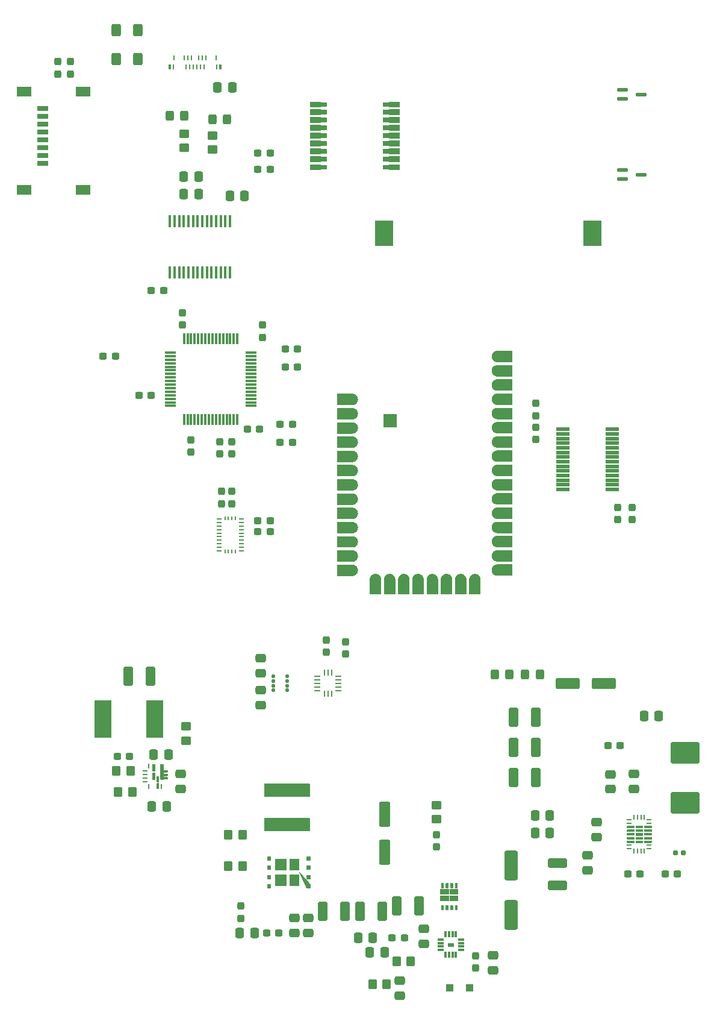
<source format=gbr>
G04 #@! TF.GenerationSoftware,KiCad,Pcbnew,9.0.3*
G04 #@! TF.CreationDate,2026-01-14T23:42:54-07:00*
G04 #@! TF.ProjectId,Wrectangle-V4,57726563-7461-46e6-976c-652d56342e6b,rev?*
G04 #@! TF.SameCoordinates,Original*
G04 #@! TF.FileFunction,Paste,Top*
G04 #@! TF.FilePolarity,Positive*
%FSLAX46Y46*%
G04 Gerber Fmt 4.6, Leading zero omitted, Abs format (unit mm)*
G04 Created by KiCad (PCBNEW 9.0.3) date 2026-01-14 23:42:54*
%MOMM*%
%LPD*%
G01*
G04 APERTURE LIST*
G04 Aperture macros list*
%AMRoundRect*
0 Rectangle with rounded corners*
0 $1 Rounding radius*
0 $2 $3 $4 $5 $6 $7 $8 $9 X,Y pos of 4 corners*
0 Add a 4 corners polygon primitive as box body*
4,1,4,$2,$3,$4,$5,$6,$7,$8,$9,$2,$3,0*
0 Add four circle primitives for the rounded corners*
1,1,$1+$1,$2,$3*
1,1,$1+$1,$4,$5*
1,1,$1+$1,$6,$7*
1,1,$1+$1,$8,$9*
0 Add four rect primitives between the rounded corners*
20,1,$1+$1,$2,$3,$4,$5,0*
20,1,$1+$1,$4,$5,$6,$7,0*
20,1,$1+$1,$6,$7,$8,$9,0*
20,1,$1+$1,$8,$9,$2,$3,0*%
G04 Aperture macros list end*
%ADD10C,0.010000*%
%ADD11C,0.000100*%
%ADD12RoundRect,0.250000X-0.350000X-0.450000X0.350000X-0.450000X0.350000X0.450000X-0.350000X0.450000X0*%
%ADD13RoundRect,0.250000X0.450000X-0.350000X0.450000X0.350000X-0.450000X0.350000X-0.450000X-0.350000X0*%
%ADD14RoundRect,0.250000X-0.337500X-0.475000X0.337500X-0.475000X0.337500X0.475000X-0.337500X0.475000X0*%
%ADD15RoundRect,0.250000X0.475000X-0.337500X0.475000X0.337500X-0.475000X0.337500X-0.475000X-0.337500X0*%
%ADD16RoundRect,0.250000X0.337500X0.475000X-0.337500X0.475000X-0.337500X-0.475000X0.337500X-0.475000X0*%
%ADD17RoundRect,0.075000X0.075000X0.300000X-0.075000X0.300000X-0.075000X-0.300000X0.075000X-0.300000X0*%
%ADD18RoundRect,0.062500X0.062500X0.312500X-0.062500X0.312500X-0.062500X-0.312500X0.062500X-0.312500X0*%
%ADD19RoundRect,0.250000X-0.450000X0.350000X-0.450000X-0.350000X0.450000X-0.350000X0.450000X0.350000X0*%
%ADD20RoundRect,0.250000X-0.400000X-0.625000X0.400000X-0.625000X0.400000X0.625000X-0.400000X0.625000X0*%
%ADD21RoundRect,0.032500X-0.412500X-0.097500X0.412500X-0.097500X0.412500X0.097500X-0.412500X0.097500X0*%
%ADD22RoundRect,0.032500X-0.097500X-0.412500X0.097500X-0.412500X0.097500X0.412500X-0.097500X0.412500X0*%
%ADD23RoundRect,0.249999X-3.000001X0.710001X-3.000001X-0.710001X3.000001X-0.710001X3.000001X0.710001X0*%
%ADD24RoundRect,0.237500X-0.237500X0.300000X-0.237500X-0.300000X0.237500X-0.300000X0.237500X0.300000X0*%
%ADD25RoundRect,0.237500X-0.300000X-0.237500X0.300000X-0.237500X0.300000X0.237500X-0.300000X0.237500X0*%
%ADD26RoundRect,0.250000X-0.325000X-0.450000X0.325000X-0.450000X0.325000X0.450000X-0.325000X0.450000X0*%
%ADD27RoundRect,0.237500X0.300000X0.237500X-0.300000X0.237500X-0.300000X-0.237500X0.300000X-0.237500X0*%
%ADD28RoundRect,0.237500X0.237500X-0.300000X0.237500X0.300000X-0.237500X0.300000X-0.237500X-0.300000X0*%
%ADD29RoundRect,0.056250X-0.188750X-0.168750X0.188750X-0.168750X0.188750X0.168750X-0.188750X0.168750X0*%
%ADD30RoundRect,0.250000X0.300000X0.300000X-0.300000X0.300000X-0.300000X-0.300000X0.300000X-0.300000X0*%
%ADD31RoundRect,0.062500X-0.237500X-0.062500X0.237500X-0.062500X0.237500X0.062500X-0.237500X0.062500X0*%
%ADD32RoundRect,0.062500X-0.062500X-0.237500X0.062500X-0.237500X0.062500X0.237500X-0.062500X0.237500X0*%
%ADD33RoundRect,0.250000X-0.412500X-1.100000X0.412500X-1.100000X0.412500X1.100000X-0.412500X1.100000X0*%
%ADD34RoundRect,0.250000X-1.412500X-0.550000X1.412500X-0.550000X1.412500X0.550000X-1.412500X0.550000X0*%
%ADD35RoundRect,0.250000X0.325000X0.450000X-0.325000X0.450000X-0.325000X-0.450000X0.325000X-0.450000X0*%
%ADD36RoundRect,0.250000X-0.475000X0.337500X-0.475000X-0.337500X0.475000X-0.337500X0.475000X0.337500X0*%
%ADD37RoundRect,0.056250X0.068750X-0.243750X0.068750X0.243750X-0.068750X0.243750X-0.068750X-0.243750X0*%
%ADD38RoundRect,0.056250X0.268750X-0.068750X0.268750X0.068750X-0.268750X0.068750X-0.268750X-0.068750X0*%
%ADD39RoundRect,0.056250X0.243750X-0.068750X0.243750X0.068750X-0.243750X0.068750X-0.243750X-0.068750X0*%
%ADD40R,2.600000X3.600000*%
%ADD41R,0.830000X0.270000*%
%ADD42R,0.270000X0.830000*%
%ADD43RoundRect,0.075000X-0.700000X-0.075000X0.700000X-0.075000X0.700000X0.075000X-0.700000X0.075000X0*%
%ADD44RoundRect,0.075000X-0.075000X-0.700000X0.075000X-0.700000X0.075000X0.700000X-0.075000X0.700000X0*%
%ADD45R,2.413000X5.334000*%
%ADD46RoundRect,0.250000X-0.550000X1.500000X-0.550000X-1.500000X0.550000X-1.500000X0.550000X1.500000X0*%
%ADD47R,1.500000X0.800000*%
%ADD48R,2.000000X1.450000*%
%ADD49RoundRect,0.112500X-0.637500X0.112500X-0.637500X-0.112500X0.637500X-0.112500X0.637500X0.112500X0*%
%ADD50RoundRect,0.249999X1.800001X-1.250001X1.800001X1.250001X-1.800001X1.250001X-1.800001X-1.250001X0*%
%ADD51RoundRect,0.250000X-1.100000X0.412500X-1.100000X-0.412500X1.100000X-0.412500X1.100000X0.412500X0*%
%ADD52RoundRect,0.250000X0.700000X-1.825000X0.700000X1.825000X-0.700000X1.825000X-0.700000X-1.825000X0*%
%ADD53R,0.675000X0.250000*%
%ADD54R,0.250000X0.575000*%
%ADD55R,0.450000X1.750000*%
%ADD56RoundRect,0.060000X0.890000X0.180000X-0.890000X0.180000X-0.890000X-0.180000X0.890000X-0.180000X0*%
%ADD57RoundRect,0.155000X-0.212500X-0.155000X0.212500X-0.155000X0.212500X0.155000X-0.212500X0.155000X0*%
G04 APERTURE END LIST*
D10*
G04 #@! TO.C,M2-24V1*
X106725580Y-146160000D02*
X106225000Y-146160000D01*
X106225000Y-145660078D01*
X106725580Y-145660078D01*
X106725580Y-146160000D01*
G36*
X106725580Y-146160000D02*
G01*
X106225000Y-146160000D01*
X106225000Y-145660078D01*
X106725580Y-145660078D01*
X106725580Y-146160000D01*
G37*
X106725190Y-144840000D02*
X106225000Y-144840000D01*
X106225000Y-144339943D01*
X106725190Y-144339943D01*
X106725190Y-144840000D01*
G36*
X106725190Y-144840000D02*
G01*
X106225000Y-144840000D01*
X106225000Y-144339943D01*
X106725190Y-144339943D01*
X106725190Y-144840000D01*
G37*
X106729470Y-143582500D02*
X106225000Y-143582500D01*
X106225000Y-143079300D01*
X106729470Y-143079300D01*
X106729470Y-143582500D01*
G36*
X106729470Y-143582500D02*
G01*
X106225000Y-143582500D01*
X106225000Y-143079300D01*
X106729470Y-143079300D01*
X106729470Y-143582500D01*
G37*
X105108100Y-147130000D02*
X103872500Y-147130000D01*
X103872500Y-145560132D01*
X105108100Y-145560132D01*
X105108100Y-147130000D01*
G36*
X105108100Y-147130000D02*
G01*
X103872500Y-147130000D01*
X103872500Y-145560132D01*
X105108100Y-145560132D01*
X105108100Y-147130000D01*
G37*
X105109700Y-144940000D02*
X103872500Y-144940000D01*
X103872500Y-143367060D01*
X105109700Y-143367060D01*
X105109700Y-144940000D01*
G36*
X105109700Y-144940000D02*
G01*
X103872500Y-144940000D01*
X103872500Y-143367060D01*
X105109700Y-143367060D01*
X105109700Y-144940000D01*
G37*
X103371975Y-147130000D02*
X101787500Y-147130000D01*
X101787500Y-145560499D01*
X103371975Y-145560499D01*
X103371975Y-147130000D01*
G36*
X103371975Y-147130000D02*
G01*
X101787500Y-147130000D01*
X101787500Y-145560499D01*
X103371975Y-145560499D01*
X103371975Y-147130000D01*
G37*
X103372168Y-144940000D02*
X101787500Y-144940000D01*
X101787500Y-143368090D01*
X103372168Y-143368090D01*
X103372168Y-144940000D01*
G36*
X103372168Y-144940000D02*
G01*
X101787500Y-144940000D01*
X101787500Y-143368090D01*
X103372168Y-143368090D01*
X103372168Y-144940000D01*
G37*
X101171570Y-147417500D02*
X100672500Y-147417500D01*
X100672500Y-146918110D01*
X101171570Y-146918110D01*
X101171570Y-147417500D01*
G36*
X101171570Y-147417500D02*
G01*
X100672500Y-147417500D01*
X100672500Y-146918110D01*
X101171570Y-146918110D01*
X101171570Y-147417500D01*
G37*
X101170290Y-146160000D02*
X100672500Y-146160000D01*
X100672500Y-145660358D01*
X101170290Y-145660358D01*
X101170290Y-146160000D01*
G36*
X101170290Y-146160000D02*
G01*
X100672500Y-146160000D01*
X100672500Y-145660358D01*
X101170290Y-145660358D01*
X101170290Y-146160000D01*
G37*
X101171180Y-144840000D02*
X100672500Y-144840000D01*
X100672500Y-144339523D01*
X101171180Y-144339523D01*
X101171180Y-144840000D01*
G36*
X101171180Y-144840000D02*
G01*
X100672500Y-144840000D01*
X100672500Y-144339523D01*
X101171180Y-144339523D01*
X101171180Y-144840000D01*
G37*
X101167550Y-143582500D02*
X100672500Y-143582500D01*
X100672500Y-143078250D01*
X101167550Y-143078250D01*
X101167550Y-143582500D01*
G36*
X101167550Y-143582500D02*
G01*
X100672500Y-143582500D01*
X100672500Y-143078250D01*
X101167550Y-143078250D01*
X101167550Y-143582500D01*
G37*
X106729120Y-146919770D02*
X106729120Y-147417500D01*
X106225000Y-147417500D01*
X105198750Y-145250000D01*
X106729120Y-146919770D01*
G36*
X106729120Y-146919770D02*
G01*
X106729120Y-147417500D01*
X106225000Y-147417500D01*
X105198750Y-145250000D01*
X106729120Y-146919770D01*
G37*
G04 #@! TO.C,U7*
X126880000Y-155690000D02*
X126120000Y-155690000D01*
X126120000Y-155190000D01*
X126880000Y-155190000D01*
X126880000Y-155690000D01*
G36*
X126880000Y-155690000D02*
G01*
X126120000Y-155690000D01*
X126120000Y-155190000D01*
X126880000Y-155190000D01*
X126880000Y-155690000D01*
G37*
G04 #@! TO.C,M1-24V1*
X125408000Y-146801000D02*
X125410000Y-146801000D01*
X125413000Y-146802000D01*
X125415000Y-146802000D01*
X125418000Y-146803000D01*
X125420000Y-146804000D01*
X125423000Y-146805000D01*
X125425000Y-146807000D01*
X125427000Y-146808000D01*
X125429000Y-146810000D01*
X125431000Y-146811000D01*
X125433000Y-146813000D01*
X125435000Y-146815000D01*
X125437000Y-146817000D01*
X125439000Y-146819000D01*
X125440000Y-146821000D01*
X125442000Y-146823000D01*
X125443000Y-146825000D01*
X125445000Y-146827000D01*
X125446000Y-146830000D01*
X125447000Y-146832000D01*
X125448000Y-146835000D01*
X125448000Y-146837000D01*
X125449000Y-146840000D01*
X125449000Y-146842000D01*
X125450000Y-146845000D01*
X125450000Y-146847000D01*
X125450000Y-146850000D01*
X125450000Y-147350000D01*
X125450000Y-147353000D01*
X125450000Y-147355000D01*
X125449000Y-147358000D01*
X125449000Y-147360000D01*
X125448000Y-147363000D01*
X125448000Y-147365000D01*
X125447000Y-147368000D01*
X125446000Y-147370000D01*
X125445000Y-147373000D01*
X125443000Y-147375000D01*
X125442000Y-147377000D01*
X125440000Y-147379000D01*
X125439000Y-147381000D01*
X125437000Y-147383000D01*
X125435000Y-147385000D01*
X125433000Y-147387000D01*
X125431000Y-147389000D01*
X125429000Y-147390000D01*
X125427000Y-147392000D01*
X125425000Y-147393000D01*
X125423000Y-147395000D01*
X125420000Y-147396000D01*
X125418000Y-147397000D01*
X125415000Y-147398000D01*
X125413000Y-147398000D01*
X125410000Y-147399000D01*
X125408000Y-147399000D01*
X125405000Y-147400000D01*
X125403000Y-147400000D01*
X125400000Y-147400000D01*
X125200000Y-147400000D01*
X125197000Y-147400000D01*
X125195000Y-147400000D01*
X125192000Y-147399000D01*
X125190000Y-147399000D01*
X125187000Y-147398000D01*
X125185000Y-147398000D01*
X125182000Y-147397000D01*
X125180000Y-147396000D01*
X125177000Y-147395000D01*
X125175000Y-147393000D01*
X125173000Y-147392000D01*
X125171000Y-147390000D01*
X125169000Y-147389000D01*
X125167000Y-147387000D01*
X125165000Y-147385000D01*
X125163000Y-147383000D01*
X125161000Y-147381000D01*
X125160000Y-147379000D01*
X125158000Y-147377000D01*
X125157000Y-147375000D01*
X125155000Y-147373000D01*
X125154000Y-147370000D01*
X125153000Y-147368000D01*
X125152000Y-147365000D01*
X125152000Y-147363000D01*
X125151000Y-147360000D01*
X125151000Y-147358000D01*
X125150000Y-147355000D01*
X125150000Y-147353000D01*
X125150000Y-147350000D01*
X125150000Y-146850000D01*
X125150000Y-146847000D01*
X125150000Y-146845000D01*
X125151000Y-146842000D01*
X125151000Y-146840000D01*
X125152000Y-146837000D01*
X125152000Y-146835000D01*
X125153000Y-146832000D01*
X125154000Y-146830000D01*
X125155000Y-146827000D01*
X125157000Y-146825000D01*
X125158000Y-146823000D01*
X125160000Y-146821000D01*
X125161000Y-146819000D01*
X125163000Y-146817000D01*
X125165000Y-146815000D01*
X125167000Y-146813000D01*
X125169000Y-146811000D01*
X125171000Y-146810000D01*
X125173000Y-146808000D01*
X125175000Y-146807000D01*
X125177000Y-146805000D01*
X125180000Y-146804000D01*
X125182000Y-146803000D01*
X125185000Y-146802000D01*
X125187000Y-146802000D01*
X125190000Y-146801000D01*
X125192000Y-146801000D01*
X125195000Y-146800000D01*
X125197000Y-146800000D01*
X125200000Y-146800000D01*
X125400000Y-146800000D01*
X125403000Y-146800000D01*
X125405000Y-146800000D01*
X125408000Y-146801000D01*
G36*
X125408000Y-146801000D02*
G01*
X125410000Y-146801000D01*
X125413000Y-146802000D01*
X125415000Y-146802000D01*
X125418000Y-146803000D01*
X125420000Y-146804000D01*
X125423000Y-146805000D01*
X125425000Y-146807000D01*
X125427000Y-146808000D01*
X125429000Y-146810000D01*
X125431000Y-146811000D01*
X125433000Y-146813000D01*
X125435000Y-146815000D01*
X125437000Y-146817000D01*
X125439000Y-146819000D01*
X125440000Y-146821000D01*
X125442000Y-146823000D01*
X125443000Y-146825000D01*
X125445000Y-146827000D01*
X125446000Y-146830000D01*
X125447000Y-146832000D01*
X125448000Y-146835000D01*
X125448000Y-146837000D01*
X125449000Y-146840000D01*
X125449000Y-146842000D01*
X125450000Y-146845000D01*
X125450000Y-146847000D01*
X125450000Y-146850000D01*
X125450000Y-147350000D01*
X125450000Y-147353000D01*
X125450000Y-147355000D01*
X125449000Y-147358000D01*
X125449000Y-147360000D01*
X125448000Y-147363000D01*
X125448000Y-147365000D01*
X125447000Y-147368000D01*
X125446000Y-147370000D01*
X125445000Y-147373000D01*
X125443000Y-147375000D01*
X125442000Y-147377000D01*
X125440000Y-147379000D01*
X125439000Y-147381000D01*
X125437000Y-147383000D01*
X125435000Y-147385000D01*
X125433000Y-147387000D01*
X125431000Y-147389000D01*
X125429000Y-147390000D01*
X125427000Y-147392000D01*
X125425000Y-147393000D01*
X125423000Y-147395000D01*
X125420000Y-147396000D01*
X125418000Y-147397000D01*
X125415000Y-147398000D01*
X125413000Y-147398000D01*
X125410000Y-147399000D01*
X125408000Y-147399000D01*
X125405000Y-147400000D01*
X125403000Y-147400000D01*
X125400000Y-147400000D01*
X125200000Y-147400000D01*
X125197000Y-147400000D01*
X125195000Y-147400000D01*
X125192000Y-147399000D01*
X125190000Y-147399000D01*
X125187000Y-147398000D01*
X125185000Y-147398000D01*
X125182000Y-147397000D01*
X125180000Y-147396000D01*
X125177000Y-147395000D01*
X125175000Y-147393000D01*
X125173000Y-147392000D01*
X125171000Y-147390000D01*
X125169000Y-147389000D01*
X125167000Y-147387000D01*
X125165000Y-147385000D01*
X125163000Y-147383000D01*
X125161000Y-147381000D01*
X125160000Y-147379000D01*
X125158000Y-147377000D01*
X125157000Y-147375000D01*
X125155000Y-147373000D01*
X125154000Y-147370000D01*
X125153000Y-147368000D01*
X125152000Y-147365000D01*
X125152000Y-147363000D01*
X125151000Y-147360000D01*
X125151000Y-147358000D01*
X125150000Y-147355000D01*
X125150000Y-147353000D01*
X125150000Y-147350000D01*
X125150000Y-146850000D01*
X125150000Y-146847000D01*
X125150000Y-146845000D01*
X125151000Y-146842000D01*
X125151000Y-146840000D01*
X125152000Y-146837000D01*
X125152000Y-146835000D01*
X125153000Y-146832000D01*
X125154000Y-146830000D01*
X125155000Y-146827000D01*
X125157000Y-146825000D01*
X125158000Y-146823000D01*
X125160000Y-146821000D01*
X125161000Y-146819000D01*
X125163000Y-146817000D01*
X125165000Y-146815000D01*
X125167000Y-146813000D01*
X125169000Y-146811000D01*
X125171000Y-146810000D01*
X125173000Y-146808000D01*
X125175000Y-146807000D01*
X125177000Y-146805000D01*
X125180000Y-146804000D01*
X125182000Y-146803000D01*
X125185000Y-146802000D01*
X125187000Y-146802000D01*
X125190000Y-146801000D01*
X125192000Y-146801000D01*
X125195000Y-146800000D01*
X125197000Y-146800000D01*
X125200000Y-146800000D01*
X125400000Y-146800000D01*
X125403000Y-146800000D01*
X125405000Y-146800000D01*
X125408000Y-146801000D01*
G37*
X125408000Y-149901000D02*
X125410000Y-149901000D01*
X125413000Y-149902000D01*
X125415000Y-149902000D01*
X125418000Y-149903000D01*
X125420000Y-149904000D01*
X125423000Y-149905000D01*
X125425000Y-149907000D01*
X125427000Y-149908000D01*
X125429000Y-149910000D01*
X125431000Y-149911000D01*
X125433000Y-149913000D01*
X125435000Y-149915000D01*
X125437000Y-149917000D01*
X125439000Y-149919000D01*
X125440000Y-149921000D01*
X125442000Y-149923000D01*
X125443000Y-149925000D01*
X125445000Y-149927000D01*
X125446000Y-149930000D01*
X125447000Y-149932000D01*
X125448000Y-149935000D01*
X125448000Y-149937000D01*
X125449000Y-149940000D01*
X125449000Y-149942000D01*
X125450000Y-149945000D01*
X125450000Y-149947000D01*
X125450000Y-149950000D01*
X125450000Y-150450000D01*
X125450000Y-150453000D01*
X125450000Y-150455000D01*
X125449000Y-150458000D01*
X125449000Y-150460000D01*
X125448000Y-150463000D01*
X125448000Y-150465000D01*
X125447000Y-150468000D01*
X125446000Y-150470000D01*
X125445000Y-150473000D01*
X125443000Y-150475000D01*
X125442000Y-150477000D01*
X125440000Y-150479000D01*
X125439000Y-150481000D01*
X125437000Y-150483000D01*
X125435000Y-150485000D01*
X125433000Y-150487000D01*
X125431000Y-150489000D01*
X125429000Y-150490000D01*
X125427000Y-150492000D01*
X125425000Y-150493000D01*
X125423000Y-150495000D01*
X125420000Y-150496000D01*
X125418000Y-150497000D01*
X125415000Y-150498000D01*
X125413000Y-150498000D01*
X125410000Y-150499000D01*
X125408000Y-150499000D01*
X125405000Y-150500000D01*
X125403000Y-150500000D01*
X125400000Y-150500000D01*
X125200000Y-150500000D01*
X125197000Y-150500000D01*
X125195000Y-150500000D01*
X125192000Y-150499000D01*
X125190000Y-150499000D01*
X125187000Y-150498000D01*
X125185000Y-150498000D01*
X125182000Y-150497000D01*
X125180000Y-150496000D01*
X125177000Y-150495000D01*
X125175000Y-150493000D01*
X125173000Y-150492000D01*
X125171000Y-150490000D01*
X125169000Y-150489000D01*
X125167000Y-150487000D01*
X125165000Y-150485000D01*
X125163000Y-150483000D01*
X125161000Y-150481000D01*
X125160000Y-150479000D01*
X125158000Y-150477000D01*
X125157000Y-150475000D01*
X125155000Y-150473000D01*
X125154000Y-150470000D01*
X125153000Y-150468000D01*
X125152000Y-150465000D01*
X125152000Y-150463000D01*
X125151000Y-150460000D01*
X125151000Y-150458000D01*
X125150000Y-150455000D01*
X125150000Y-150453000D01*
X125150000Y-150450000D01*
X125150000Y-149950000D01*
X125150000Y-149947000D01*
X125150000Y-149945000D01*
X125151000Y-149942000D01*
X125151000Y-149940000D01*
X125152000Y-149937000D01*
X125152000Y-149935000D01*
X125153000Y-149932000D01*
X125154000Y-149930000D01*
X125155000Y-149927000D01*
X125157000Y-149925000D01*
X125158000Y-149923000D01*
X125160000Y-149921000D01*
X125161000Y-149919000D01*
X125163000Y-149917000D01*
X125165000Y-149915000D01*
X125167000Y-149913000D01*
X125169000Y-149911000D01*
X125171000Y-149910000D01*
X125173000Y-149908000D01*
X125175000Y-149907000D01*
X125177000Y-149905000D01*
X125180000Y-149904000D01*
X125182000Y-149903000D01*
X125185000Y-149902000D01*
X125187000Y-149902000D01*
X125190000Y-149901000D01*
X125192000Y-149901000D01*
X125195000Y-149900000D01*
X125197000Y-149900000D01*
X125200000Y-149900000D01*
X125400000Y-149900000D01*
X125403000Y-149900000D01*
X125405000Y-149900000D01*
X125408000Y-149901000D01*
G36*
X125408000Y-149901000D02*
G01*
X125410000Y-149901000D01*
X125413000Y-149902000D01*
X125415000Y-149902000D01*
X125418000Y-149903000D01*
X125420000Y-149904000D01*
X125423000Y-149905000D01*
X125425000Y-149907000D01*
X125427000Y-149908000D01*
X125429000Y-149910000D01*
X125431000Y-149911000D01*
X125433000Y-149913000D01*
X125435000Y-149915000D01*
X125437000Y-149917000D01*
X125439000Y-149919000D01*
X125440000Y-149921000D01*
X125442000Y-149923000D01*
X125443000Y-149925000D01*
X125445000Y-149927000D01*
X125446000Y-149930000D01*
X125447000Y-149932000D01*
X125448000Y-149935000D01*
X125448000Y-149937000D01*
X125449000Y-149940000D01*
X125449000Y-149942000D01*
X125450000Y-149945000D01*
X125450000Y-149947000D01*
X125450000Y-149950000D01*
X125450000Y-150450000D01*
X125450000Y-150453000D01*
X125450000Y-150455000D01*
X125449000Y-150458000D01*
X125449000Y-150460000D01*
X125448000Y-150463000D01*
X125448000Y-150465000D01*
X125447000Y-150468000D01*
X125446000Y-150470000D01*
X125445000Y-150473000D01*
X125443000Y-150475000D01*
X125442000Y-150477000D01*
X125440000Y-150479000D01*
X125439000Y-150481000D01*
X125437000Y-150483000D01*
X125435000Y-150485000D01*
X125433000Y-150487000D01*
X125431000Y-150489000D01*
X125429000Y-150490000D01*
X125427000Y-150492000D01*
X125425000Y-150493000D01*
X125423000Y-150495000D01*
X125420000Y-150496000D01*
X125418000Y-150497000D01*
X125415000Y-150498000D01*
X125413000Y-150498000D01*
X125410000Y-150499000D01*
X125408000Y-150499000D01*
X125405000Y-150500000D01*
X125403000Y-150500000D01*
X125400000Y-150500000D01*
X125200000Y-150500000D01*
X125197000Y-150500000D01*
X125195000Y-150500000D01*
X125192000Y-150499000D01*
X125190000Y-150499000D01*
X125187000Y-150498000D01*
X125185000Y-150498000D01*
X125182000Y-150497000D01*
X125180000Y-150496000D01*
X125177000Y-150495000D01*
X125175000Y-150493000D01*
X125173000Y-150492000D01*
X125171000Y-150490000D01*
X125169000Y-150489000D01*
X125167000Y-150487000D01*
X125165000Y-150485000D01*
X125163000Y-150483000D01*
X125161000Y-150481000D01*
X125160000Y-150479000D01*
X125158000Y-150477000D01*
X125157000Y-150475000D01*
X125155000Y-150473000D01*
X125154000Y-150470000D01*
X125153000Y-150468000D01*
X125152000Y-150465000D01*
X125152000Y-150463000D01*
X125151000Y-150460000D01*
X125151000Y-150458000D01*
X125150000Y-150455000D01*
X125150000Y-150453000D01*
X125150000Y-150450000D01*
X125150000Y-149950000D01*
X125150000Y-149947000D01*
X125150000Y-149945000D01*
X125151000Y-149942000D01*
X125151000Y-149940000D01*
X125152000Y-149937000D01*
X125152000Y-149935000D01*
X125153000Y-149932000D01*
X125154000Y-149930000D01*
X125155000Y-149927000D01*
X125157000Y-149925000D01*
X125158000Y-149923000D01*
X125160000Y-149921000D01*
X125161000Y-149919000D01*
X125163000Y-149917000D01*
X125165000Y-149915000D01*
X125167000Y-149913000D01*
X125169000Y-149911000D01*
X125171000Y-149910000D01*
X125173000Y-149908000D01*
X125175000Y-149907000D01*
X125177000Y-149905000D01*
X125180000Y-149904000D01*
X125182000Y-149903000D01*
X125185000Y-149902000D01*
X125187000Y-149902000D01*
X125190000Y-149901000D01*
X125192000Y-149901000D01*
X125195000Y-149900000D01*
X125197000Y-149900000D01*
X125200000Y-149900000D01*
X125400000Y-149900000D01*
X125403000Y-149900000D01*
X125405000Y-149900000D01*
X125408000Y-149901000D01*
G37*
X126058000Y-146801000D02*
X126060000Y-146801000D01*
X126063000Y-146802000D01*
X126065000Y-146802000D01*
X126068000Y-146803000D01*
X126070000Y-146804000D01*
X126073000Y-146805000D01*
X126075000Y-146807000D01*
X126077000Y-146808000D01*
X126079000Y-146810000D01*
X126081000Y-146811000D01*
X126083000Y-146813000D01*
X126085000Y-146815000D01*
X126087000Y-146817000D01*
X126089000Y-146819000D01*
X126090000Y-146821000D01*
X126092000Y-146823000D01*
X126093000Y-146825000D01*
X126095000Y-146827000D01*
X126096000Y-146830000D01*
X126097000Y-146832000D01*
X126098000Y-146835000D01*
X126098000Y-146837000D01*
X126099000Y-146840000D01*
X126099000Y-146842000D01*
X126100000Y-146845000D01*
X126100000Y-146847000D01*
X126100000Y-146850000D01*
X126100000Y-147350000D01*
X126100000Y-147353000D01*
X126100000Y-147355000D01*
X126099000Y-147358000D01*
X126099000Y-147360000D01*
X126098000Y-147363000D01*
X126098000Y-147365000D01*
X126097000Y-147368000D01*
X126096000Y-147370000D01*
X126095000Y-147373000D01*
X126093000Y-147375000D01*
X126092000Y-147377000D01*
X126090000Y-147379000D01*
X126089000Y-147381000D01*
X126087000Y-147383000D01*
X126085000Y-147385000D01*
X126083000Y-147387000D01*
X126081000Y-147389000D01*
X126079000Y-147390000D01*
X126077000Y-147392000D01*
X126075000Y-147393000D01*
X126073000Y-147395000D01*
X126070000Y-147396000D01*
X126068000Y-147397000D01*
X126065000Y-147398000D01*
X126063000Y-147398000D01*
X126060000Y-147399000D01*
X126058000Y-147399000D01*
X126055000Y-147400000D01*
X126053000Y-147400000D01*
X126050000Y-147400000D01*
X125850000Y-147400000D01*
X125847000Y-147400000D01*
X125845000Y-147400000D01*
X125842000Y-147399000D01*
X125840000Y-147399000D01*
X125837000Y-147398000D01*
X125835000Y-147398000D01*
X125832000Y-147397000D01*
X125830000Y-147396000D01*
X125827000Y-147395000D01*
X125825000Y-147393000D01*
X125823000Y-147392000D01*
X125821000Y-147390000D01*
X125819000Y-147389000D01*
X125817000Y-147387000D01*
X125815000Y-147385000D01*
X125813000Y-147383000D01*
X125811000Y-147381000D01*
X125810000Y-147379000D01*
X125808000Y-147377000D01*
X125807000Y-147375000D01*
X125805000Y-147373000D01*
X125804000Y-147370000D01*
X125803000Y-147368000D01*
X125802000Y-147365000D01*
X125802000Y-147363000D01*
X125801000Y-147360000D01*
X125801000Y-147358000D01*
X125800000Y-147355000D01*
X125800000Y-147353000D01*
X125800000Y-147350000D01*
X125800000Y-146850000D01*
X125800000Y-146847000D01*
X125800000Y-146845000D01*
X125801000Y-146842000D01*
X125801000Y-146840000D01*
X125802000Y-146837000D01*
X125802000Y-146835000D01*
X125803000Y-146832000D01*
X125804000Y-146830000D01*
X125805000Y-146827000D01*
X125807000Y-146825000D01*
X125808000Y-146823000D01*
X125810000Y-146821000D01*
X125811000Y-146819000D01*
X125813000Y-146817000D01*
X125815000Y-146815000D01*
X125817000Y-146813000D01*
X125819000Y-146811000D01*
X125821000Y-146810000D01*
X125823000Y-146808000D01*
X125825000Y-146807000D01*
X125827000Y-146805000D01*
X125830000Y-146804000D01*
X125832000Y-146803000D01*
X125835000Y-146802000D01*
X125837000Y-146802000D01*
X125840000Y-146801000D01*
X125842000Y-146801000D01*
X125845000Y-146800000D01*
X125847000Y-146800000D01*
X125850000Y-146800000D01*
X126050000Y-146800000D01*
X126053000Y-146800000D01*
X126055000Y-146800000D01*
X126058000Y-146801000D01*
G36*
X126058000Y-146801000D02*
G01*
X126060000Y-146801000D01*
X126063000Y-146802000D01*
X126065000Y-146802000D01*
X126068000Y-146803000D01*
X126070000Y-146804000D01*
X126073000Y-146805000D01*
X126075000Y-146807000D01*
X126077000Y-146808000D01*
X126079000Y-146810000D01*
X126081000Y-146811000D01*
X126083000Y-146813000D01*
X126085000Y-146815000D01*
X126087000Y-146817000D01*
X126089000Y-146819000D01*
X126090000Y-146821000D01*
X126092000Y-146823000D01*
X126093000Y-146825000D01*
X126095000Y-146827000D01*
X126096000Y-146830000D01*
X126097000Y-146832000D01*
X126098000Y-146835000D01*
X126098000Y-146837000D01*
X126099000Y-146840000D01*
X126099000Y-146842000D01*
X126100000Y-146845000D01*
X126100000Y-146847000D01*
X126100000Y-146850000D01*
X126100000Y-147350000D01*
X126100000Y-147353000D01*
X126100000Y-147355000D01*
X126099000Y-147358000D01*
X126099000Y-147360000D01*
X126098000Y-147363000D01*
X126098000Y-147365000D01*
X126097000Y-147368000D01*
X126096000Y-147370000D01*
X126095000Y-147373000D01*
X126093000Y-147375000D01*
X126092000Y-147377000D01*
X126090000Y-147379000D01*
X126089000Y-147381000D01*
X126087000Y-147383000D01*
X126085000Y-147385000D01*
X126083000Y-147387000D01*
X126081000Y-147389000D01*
X126079000Y-147390000D01*
X126077000Y-147392000D01*
X126075000Y-147393000D01*
X126073000Y-147395000D01*
X126070000Y-147396000D01*
X126068000Y-147397000D01*
X126065000Y-147398000D01*
X126063000Y-147398000D01*
X126060000Y-147399000D01*
X126058000Y-147399000D01*
X126055000Y-147400000D01*
X126053000Y-147400000D01*
X126050000Y-147400000D01*
X125850000Y-147400000D01*
X125847000Y-147400000D01*
X125845000Y-147400000D01*
X125842000Y-147399000D01*
X125840000Y-147399000D01*
X125837000Y-147398000D01*
X125835000Y-147398000D01*
X125832000Y-147397000D01*
X125830000Y-147396000D01*
X125827000Y-147395000D01*
X125825000Y-147393000D01*
X125823000Y-147392000D01*
X125821000Y-147390000D01*
X125819000Y-147389000D01*
X125817000Y-147387000D01*
X125815000Y-147385000D01*
X125813000Y-147383000D01*
X125811000Y-147381000D01*
X125810000Y-147379000D01*
X125808000Y-147377000D01*
X125807000Y-147375000D01*
X125805000Y-147373000D01*
X125804000Y-147370000D01*
X125803000Y-147368000D01*
X125802000Y-147365000D01*
X125802000Y-147363000D01*
X125801000Y-147360000D01*
X125801000Y-147358000D01*
X125800000Y-147355000D01*
X125800000Y-147353000D01*
X125800000Y-147350000D01*
X125800000Y-146850000D01*
X125800000Y-146847000D01*
X125800000Y-146845000D01*
X125801000Y-146842000D01*
X125801000Y-146840000D01*
X125802000Y-146837000D01*
X125802000Y-146835000D01*
X125803000Y-146832000D01*
X125804000Y-146830000D01*
X125805000Y-146827000D01*
X125807000Y-146825000D01*
X125808000Y-146823000D01*
X125810000Y-146821000D01*
X125811000Y-146819000D01*
X125813000Y-146817000D01*
X125815000Y-146815000D01*
X125817000Y-146813000D01*
X125819000Y-146811000D01*
X125821000Y-146810000D01*
X125823000Y-146808000D01*
X125825000Y-146807000D01*
X125827000Y-146805000D01*
X125830000Y-146804000D01*
X125832000Y-146803000D01*
X125835000Y-146802000D01*
X125837000Y-146802000D01*
X125840000Y-146801000D01*
X125842000Y-146801000D01*
X125845000Y-146800000D01*
X125847000Y-146800000D01*
X125850000Y-146800000D01*
X126050000Y-146800000D01*
X126053000Y-146800000D01*
X126055000Y-146800000D01*
X126058000Y-146801000D01*
G37*
X126058000Y-149901000D02*
X126060000Y-149901000D01*
X126063000Y-149902000D01*
X126065000Y-149902000D01*
X126068000Y-149903000D01*
X126070000Y-149904000D01*
X126073000Y-149905000D01*
X126075000Y-149907000D01*
X126077000Y-149908000D01*
X126079000Y-149910000D01*
X126081000Y-149911000D01*
X126083000Y-149913000D01*
X126085000Y-149915000D01*
X126087000Y-149917000D01*
X126089000Y-149919000D01*
X126090000Y-149921000D01*
X126092000Y-149923000D01*
X126093000Y-149925000D01*
X126095000Y-149927000D01*
X126096000Y-149930000D01*
X126097000Y-149932000D01*
X126098000Y-149935000D01*
X126098000Y-149937000D01*
X126099000Y-149940000D01*
X126099000Y-149942000D01*
X126100000Y-149945000D01*
X126100000Y-149947000D01*
X126100000Y-149950000D01*
X126100000Y-150450000D01*
X126100000Y-150453000D01*
X126100000Y-150455000D01*
X126099000Y-150458000D01*
X126099000Y-150460000D01*
X126098000Y-150463000D01*
X126098000Y-150465000D01*
X126097000Y-150468000D01*
X126096000Y-150470000D01*
X126095000Y-150473000D01*
X126093000Y-150475000D01*
X126092000Y-150477000D01*
X126090000Y-150479000D01*
X126089000Y-150481000D01*
X126087000Y-150483000D01*
X126085000Y-150485000D01*
X126083000Y-150487000D01*
X126081000Y-150489000D01*
X126079000Y-150490000D01*
X126077000Y-150492000D01*
X126075000Y-150493000D01*
X126073000Y-150495000D01*
X126070000Y-150496000D01*
X126068000Y-150497000D01*
X126065000Y-150498000D01*
X126063000Y-150498000D01*
X126060000Y-150499000D01*
X126058000Y-150499000D01*
X126055000Y-150500000D01*
X126053000Y-150500000D01*
X126050000Y-150500000D01*
X125850000Y-150500000D01*
X125847000Y-150500000D01*
X125845000Y-150500000D01*
X125842000Y-150499000D01*
X125840000Y-150499000D01*
X125837000Y-150498000D01*
X125835000Y-150498000D01*
X125832000Y-150497000D01*
X125830000Y-150496000D01*
X125827000Y-150495000D01*
X125825000Y-150493000D01*
X125823000Y-150492000D01*
X125821000Y-150490000D01*
X125819000Y-150489000D01*
X125817000Y-150487000D01*
X125815000Y-150485000D01*
X125813000Y-150483000D01*
X125811000Y-150481000D01*
X125810000Y-150479000D01*
X125808000Y-150477000D01*
X125807000Y-150475000D01*
X125805000Y-150473000D01*
X125804000Y-150470000D01*
X125803000Y-150468000D01*
X125802000Y-150465000D01*
X125802000Y-150463000D01*
X125801000Y-150460000D01*
X125801000Y-150458000D01*
X125800000Y-150455000D01*
X125800000Y-150453000D01*
X125800000Y-150450000D01*
X125800000Y-149950000D01*
X125800000Y-149947000D01*
X125800000Y-149945000D01*
X125801000Y-149942000D01*
X125801000Y-149940000D01*
X125802000Y-149937000D01*
X125802000Y-149935000D01*
X125803000Y-149932000D01*
X125804000Y-149930000D01*
X125805000Y-149927000D01*
X125807000Y-149925000D01*
X125808000Y-149923000D01*
X125810000Y-149921000D01*
X125811000Y-149919000D01*
X125813000Y-149917000D01*
X125815000Y-149915000D01*
X125817000Y-149913000D01*
X125819000Y-149911000D01*
X125821000Y-149910000D01*
X125823000Y-149908000D01*
X125825000Y-149907000D01*
X125827000Y-149905000D01*
X125830000Y-149904000D01*
X125832000Y-149903000D01*
X125835000Y-149902000D01*
X125837000Y-149902000D01*
X125840000Y-149901000D01*
X125842000Y-149901000D01*
X125845000Y-149900000D01*
X125847000Y-149900000D01*
X125850000Y-149900000D01*
X126050000Y-149900000D01*
X126053000Y-149900000D01*
X126055000Y-149900000D01*
X126058000Y-149901000D01*
G36*
X126058000Y-149901000D02*
G01*
X126060000Y-149901000D01*
X126063000Y-149902000D01*
X126065000Y-149902000D01*
X126068000Y-149903000D01*
X126070000Y-149904000D01*
X126073000Y-149905000D01*
X126075000Y-149907000D01*
X126077000Y-149908000D01*
X126079000Y-149910000D01*
X126081000Y-149911000D01*
X126083000Y-149913000D01*
X126085000Y-149915000D01*
X126087000Y-149917000D01*
X126089000Y-149919000D01*
X126090000Y-149921000D01*
X126092000Y-149923000D01*
X126093000Y-149925000D01*
X126095000Y-149927000D01*
X126096000Y-149930000D01*
X126097000Y-149932000D01*
X126098000Y-149935000D01*
X126098000Y-149937000D01*
X126099000Y-149940000D01*
X126099000Y-149942000D01*
X126100000Y-149945000D01*
X126100000Y-149947000D01*
X126100000Y-149950000D01*
X126100000Y-150450000D01*
X126100000Y-150453000D01*
X126100000Y-150455000D01*
X126099000Y-150458000D01*
X126099000Y-150460000D01*
X126098000Y-150463000D01*
X126098000Y-150465000D01*
X126097000Y-150468000D01*
X126096000Y-150470000D01*
X126095000Y-150473000D01*
X126093000Y-150475000D01*
X126092000Y-150477000D01*
X126090000Y-150479000D01*
X126089000Y-150481000D01*
X126087000Y-150483000D01*
X126085000Y-150485000D01*
X126083000Y-150487000D01*
X126081000Y-150489000D01*
X126079000Y-150490000D01*
X126077000Y-150492000D01*
X126075000Y-150493000D01*
X126073000Y-150495000D01*
X126070000Y-150496000D01*
X126068000Y-150497000D01*
X126065000Y-150498000D01*
X126063000Y-150498000D01*
X126060000Y-150499000D01*
X126058000Y-150499000D01*
X126055000Y-150500000D01*
X126053000Y-150500000D01*
X126050000Y-150500000D01*
X125850000Y-150500000D01*
X125847000Y-150500000D01*
X125845000Y-150500000D01*
X125842000Y-150499000D01*
X125840000Y-150499000D01*
X125837000Y-150498000D01*
X125835000Y-150498000D01*
X125832000Y-150497000D01*
X125830000Y-150496000D01*
X125827000Y-150495000D01*
X125825000Y-150493000D01*
X125823000Y-150492000D01*
X125821000Y-150490000D01*
X125819000Y-150489000D01*
X125817000Y-150487000D01*
X125815000Y-150485000D01*
X125813000Y-150483000D01*
X125811000Y-150481000D01*
X125810000Y-150479000D01*
X125808000Y-150477000D01*
X125807000Y-150475000D01*
X125805000Y-150473000D01*
X125804000Y-150470000D01*
X125803000Y-150468000D01*
X125802000Y-150465000D01*
X125802000Y-150463000D01*
X125801000Y-150460000D01*
X125801000Y-150458000D01*
X125800000Y-150455000D01*
X125800000Y-150453000D01*
X125800000Y-150450000D01*
X125800000Y-149950000D01*
X125800000Y-149947000D01*
X125800000Y-149945000D01*
X125801000Y-149942000D01*
X125801000Y-149940000D01*
X125802000Y-149937000D01*
X125802000Y-149935000D01*
X125803000Y-149932000D01*
X125804000Y-149930000D01*
X125805000Y-149927000D01*
X125807000Y-149925000D01*
X125808000Y-149923000D01*
X125810000Y-149921000D01*
X125811000Y-149919000D01*
X125813000Y-149917000D01*
X125815000Y-149915000D01*
X125817000Y-149913000D01*
X125819000Y-149911000D01*
X125821000Y-149910000D01*
X125823000Y-149908000D01*
X125825000Y-149907000D01*
X125827000Y-149905000D01*
X125830000Y-149904000D01*
X125832000Y-149903000D01*
X125835000Y-149902000D01*
X125837000Y-149902000D01*
X125840000Y-149901000D01*
X125842000Y-149901000D01*
X125845000Y-149900000D01*
X125847000Y-149900000D01*
X125850000Y-149900000D01*
X126050000Y-149900000D01*
X126053000Y-149900000D01*
X126055000Y-149900000D01*
X126058000Y-149901000D01*
G37*
X126708000Y-146801000D02*
X126710000Y-146801000D01*
X126713000Y-146802000D01*
X126715000Y-146802000D01*
X126718000Y-146803000D01*
X126720000Y-146804000D01*
X126723000Y-146805000D01*
X126725000Y-146807000D01*
X126727000Y-146808000D01*
X126729000Y-146810000D01*
X126731000Y-146811000D01*
X126733000Y-146813000D01*
X126735000Y-146815000D01*
X126737000Y-146817000D01*
X126739000Y-146819000D01*
X126740000Y-146821000D01*
X126742000Y-146823000D01*
X126743000Y-146825000D01*
X126745000Y-146827000D01*
X126746000Y-146830000D01*
X126747000Y-146832000D01*
X126748000Y-146835000D01*
X126748000Y-146837000D01*
X126749000Y-146840000D01*
X126749000Y-146842000D01*
X126750000Y-146845000D01*
X126750000Y-146847000D01*
X126750000Y-146850000D01*
X126750000Y-147350000D01*
X126750000Y-147353000D01*
X126750000Y-147355000D01*
X126749000Y-147358000D01*
X126749000Y-147360000D01*
X126748000Y-147363000D01*
X126748000Y-147365000D01*
X126747000Y-147368000D01*
X126746000Y-147370000D01*
X126745000Y-147373000D01*
X126743000Y-147375000D01*
X126742000Y-147377000D01*
X126740000Y-147379000D01*
X126739000Y-147381000D01*
X126737000Y-147383000D01*
X126735000Y-147385000D01*
X126733000Y-147387000D01*
X126731000Y-147389000D01*
X126729000Y-147390000D01*
X126727000Y-147392000D01*
X126725000Y-147393000D01*
X126723000Y-147395000D01*
X126720000Y-147396000D01*
X126718000Y-147397000D01*
X126715000Y-147398000D01*
X126713000Y-147398000D01*
X126710000Y-147399000D01*
X126708000Y-147399000D01*
X126705000Y-147400000D01*
X126703000Y-147400000D01*
X126700000Y-147400000D01*
X126500000Y-147400000D01*
X126497000Y-147400000D01*
X126495000Y-147400000D01*
X126492000Y-147399000D01*
X126490000Y-147399000D01*
X126487000Y-147398000D01*
X126485000Y-147398000D01*
X126482000Y-147397000D01*
X126480000Y-147396000D01*
X126477000Y-147395000D01*
X126475000Y-147393000D01*
X126473000Y-147392000D01*
X126471000Y-147390000D01*
X126469000Y-147389000D01*
X126467000Y-147387000D01*
X126465000Y-147385000D01*
X126463000Y-147383000D01*
X126461000Y-147381000D01*
X126460000Y-147379000D01*
X126458000Y-147377000D01*
X126457000Y-147375000D01*
X126455000Y-147373000D01*
X126454000Y-147370000D01*
X126453000Y-147368000D01*
X126452000Y-147365000D01*
X126452000Y-147363000D01*
X126451000Y-147360000D01*
X126451000Y-147358000D01*
X126450000Y-147355000D01*
X126450000Y-147353000D01*
X126450000Y-147350000D01*
X126450000Y-146850000D01*
X126450000Y-146847000D01*
X126450000Y-146845000D01*
X126451000Y-146842000D01*
X126451000Y-146840000D01*
X126452000Y-146837000D01*
X126452000Y-146835000D01*
X126453000Y-146832000D01*
X126454000Y-146830000D01*
X126455000Y-146827000D01*
X126457000Y-146825000D01*
X126458000Y-146823000D01*
X126460000Y-146821000D01*
X126461000Y-146819000D01*
X126463000Y-146817000D01*
X126465000Y-146815000D01*
X126467000Y-146813000D01*
X126469000Y-146811000D01*
X126471000Y-146810000D01*
X126473000Y-146808000D01*
X126475000Y-146807000D01*
X126477000Y-146805000D01*
X126480000Y-146804000D01*
X126482000Y-146803000D01*
X126485000Y-146802000D01*
X126487000Y-146802000D01*
X126490000Y-146801000D01*
X126492000Y-146801000D01*
X126495000Y-146800000D01*
X126497000Y-146800000D01*
X126500000Y-146800000D01*
X126700000Y-146800000D01*
X126703000Y-146800000D01*
X126705000Y-146800000D01*
X126708000Y-146801000D01*
G36*
X126708000Y-146801000D02*
G01*
X126710000Y-146801000D01*
X126713000Y-146802000D01*
X126715000Y-146802000D01*
X126718000Y-146803000D01*
X126720000Y-146804000D01*
X126723000Y-146805000D01*
X126725000Y-146807000D01*
X126727000Y-146808000D01*
X126729000Y-146810000D01*
X126731000Y-146811000D01*
X126733000Y-146813000D01*
X126735000Y-146815000D01*
X126737000Y-146817000D01*
X126739000Y-146819000D01*
X126740000Y-146821000D01*
X126742000Y-146823000D01*
X126743000Y-146825000D01*
X126745000Y-146827000D01*
X126746000Y-146830000D01*
X126747000Y-146832000D01*
X126748000Y-146835000D01*
X126748000Y-146837000D01*
X126749000Y-146840000D01*
X126749000Y-146842000D01*
X126750000Y-146845000D01*
X126750000Y-146847000D01*
X126750000Y-146850000D01*
X126750000Y-147350000D01*
X126750000Y-147353000D01*
X126750000Y-147355000D01*
X126749000Y-147358000D01*
X126749000Y-147360000D01*
X126748000Y-147363000D01*
X126748000Y-147365000D01*
X126747000Y-147368000D01*
X126746000Y-147370000D01*
X126745000Y-147373000D01*
X126743000Y-147375000D01*
X126742000Y-147377000D01*
X126740000Y-147379000D01*
X126739000Y-147381000D01*
X126737000Y-147383000D01*
X126735000Y-147385000D01*
X126733000Y-147387000D01*
X126731000Y-147389000D01*
X126729000Y-147390000D01*
X126727000Y-147392000D01*
X126725000Y-147393000D01*
X126723000Y-147395000D01*
X126720000Y-147396000D01*
X126718000Y-147397000D01*
X126715000Y-147398000D01*
X126713000Y-147398000D01*
X126710000Y-147399000D01*
X126708000Y-147399000D01*
X126705000Y-147400000D01*
X126703000Y-147400000D01*
X126700000Y-147400000D01*
X126500000Y-147400000D01*
X126497000Y-147400000D01*
X126495000Y-147400000D01*
X126492000Y-147399000D01*
X126490000Y-147399000D01*
X126487000Y-147398000D01*
X126485000Y-147398000D01*
X126482000Y-147397000D01*
X126480000Y-147396000D01*
X126477000Y-147395000D01*
X126475000Y-147393000D01*
X126473000Y-147392000D01*
X126471000Y-147390000D01*
X126469000Y-147389000D01*
X126467000Y-147387000D01*
X126465000Y-147385000D01*
X126463000Y-147383000D01*
X126461000Y-147381000D01*
X126460000Y-147379000D01*
X126458000Y-147377000D01*
X126457000Y-147375000D01*
X126455000Y-147373000D01*
X126454000Y-147370000D01*
X126453000Y-147368000D01*
X126452000Y-147365000D01*
X126452000Y-147363000D01*
X126451000Y-147360000D01*
X126451000Y-147358000D01*
X126450000Y-147355000D01*
X126450000Y-147353000D01*
X126450000Y-147350000D01*
X126450000Y-146850000D01*
X126450000Y-146847000D01*
X126450000Y-146845000D01*
X126451000Y-146842000D01*
X126451000Y-146840000D01*
X126452000Y-146837000D01*
X126452000Y-146835000D01*
X126453000Y-146832000D01*
X126454000Y-146830000D01*
X126455000Y-146827000D01*
X126457000Y-146825000D01*
X126458000Y-146823000D01*
X126460000Y-146821000D01*
X126461000Y-146819000D01*
X126463000Y-146817000D01*
X126465000Y-146815000D01*
X126467000Y-146813000D01*
X126469000Y-146811000D01*
X126471000Y-146810000D01*
X126473000Y-146808000D01*
X126475000Y-146807000D01*
X126477000Y-146805000D01*
X126480000Y-146804000D01*
X126482000Y-146803000D01*
X126485000Y-146802000D01*
X126487000Y-146802000D01*
X126490000Y-146801000D01*
X126492000Y-146801000D01*
X126495000Y-146800000D01*
X126497000Y-146800000D01*
X126500000Y-146800000D01*
X126700000Y-146800000D01*
X126703000Y-146800000D01*
X126705000Y-146800000D01*
X126708000Y-146801000D01*
G37*
X126708000Y-149901000D02*
X126710000Y-149901000D01*
X126713000Y-149902000D01*
X126715000Y-149902000D01*
X126718000Y-149903000D01*
X126720000Y-149904000D01*
X126723000Y-149905000D01*
X126725000Y-149907000D01*
X126727000Y-149908000D01*
X126729000Y-149910000D01*
X126731000Y-149911000D01*
X126733000Y-149913000D01*
X126735000Y-149915000D01*
X126737000Y-149917000D01*
X126739000Y-149919000D01*
X126740000Y-149921000D01*
X126742000Y-149923000D01*
X126743000Y-149925000D01*
X126745000Y-149927000D01*
X126746000Y-149930000D01*
X126747000Y-149932000D01*
X126748000Y-149935000D01*
X126748000Y-149937000D01*
X126749000Y-149940000D01*
X126749000Y-149942000D01*
X126750000Y-149945000D01*
X126750000Y-149947000D01*
X126750000Y-149950000D01*
X126750000Y-150450000D01*
X126750000Y-150453000D01*
X126750000Y-150455000D01*
X126749000Y-150458000D01*
X126749000Y-150460000D01*
X126748000Y-150463000D01*
X126748000Y-150465000D01*
X126747000Y-150468000D01*
X126746000Y-150470000D01*
X126745000Y-150473000D01*
X126743000Y-150475000D01*
X126742000Y-150477000D01*
X126740000Y-150479000D01*
X126739000Y-150481000D01*
X126737000Y-150483000D01*
X126735000Y-150485000D01*
X126733000Y-150487000D01*
X126731000Y-150489000D01*
X126729000Y-150490000D01*
X126727000Y-150492000D01*
X126725000Y-150493000D01*
X126723000Y-150495000D01*
X126720000Y-150496000D01*
X126718000Y-150497000D01*
X126715000Y-150498000D01*
X126713000Y-150498000D01*
X126710000Y-150499000D01*
X126708000Y-150499000D01*
X126705000Y-150500000D01*
X126703000Y-150500000D01*
X126700000Y-150500000D01*
X126500000Y-150500000D01*
X126497000Y-150500000D01*
X126495000Y-150500000D01*
X126492000Y-150499000D01*
X126490000Y-150499000D01*
X126487000Y-150498000D01*
X126485000Y-150498000D01*
X126482000Y-150497000D01*
X126480000Y-150496000D01*
X126477000Y-150495000D01*
X126475000Y-150493000D01*
X126473000Y-150492000D01*
X126471000Y-150490000D01*
X126469000Y-150489000D01*
X126467000Y-150487000D01*
X126465000Y-150485000D01*
X126463000Y-150483000D01*
X126461000Y-150481000D01*
X126460000Y-150479000D01*
X126458000Y-150477000D01*
X126457000Y-150475000D01*
X126455000Y-150473000D01*
X126454000Y-150470000D01*
X126453000Y-150468000D01*
X126452000Y-150465000D01*
X126452000Y-150463000D01*
X126451000Y-150460000D01*
X126451000Y-150458000D01*
X126450000Y-150455000D01*
X126450000Y-150453000D01*
X126450000Y-150450000D01*
X126450000Y-149950000D01*
X126450000Y-149947000D01*
X126450000Y-149945000D01*
X126451000Y-149942000D01*
X126451000Y-149940000D01*
X126452000Y-149937000D01*
X126452000Y-149935000D01*
X126453000Y-149932000D01*
X126454000Y-149930000D01*
X126455000Y-149927000D01*
X126457000Y-149925000D01*
X126458000Y-149923000D01*
X126460000Y-149921000D01*
X126461000Y-149919000D01*
X126463000Y-149917000D01*
X126465000Y-149915000D01*
X126467000Y-149913000D01*
X126469000Y-149911000D01*
X126471000Y-149910000D01*
X126473000Y-149908000D01*
X126475000Y-149907000D01*
X126477000Y-149905000D01*
X126480000Y-149904000D01*
X126482000Y-149903000D01*
X126485000Y-149902000D01*
X126487000Y-149902000D01*
X126490000Y-149901000D01*
X126492000Y-149901000D01*
X126495000Y-149900000D01*
X126497000Y-149900000D01*
X126500000Y-149900000D01*
X126700000Y-149900000D01*
X126703000Y-149900000D01*
X126705000Y-149900000D01*
X126708000Y-149901000D01*
G36*
X126708000Y-149901000D02*
G01*
X126710000Y-149901000D01*
X126713000Y-149902000D01*
X126715000Y-149902000D01*
X126718000Y-149903000D01*
X126720000Y-149904000D01*
X126723000Y-149905000D01*
X126725000Y-149907000D01*
X126727000Y-149908000D01*
X126729000Y-149910000D01*
X126731000Y-149911000D01*
X126733000Y-149913000D01*
X126735000Y-149915000D01*
X126737000Y-149917000D01*
X126739000Y-149919000D01*
X126740000Y-149921000D01*
X126742000Y-149923000D01*
X126743000Y-149925000D01*
X126745000Y-149927000D01*
X126746000Y-149930000D01*
X126747000Y-149932000D01*
X126748000Y-149935000D01*
X126748000Y-149937000D01*
X126749000Y-149940000D01*
X126749000Y-149942000D01*
X126750000Y-149945000D01*
X126750000Y-149947000D01*
X126750000Y-149950000D01*
X126750000Y-150450000D01*
X126750000Y-150453000D01*
X126750000Y-150455000D01*
X126749000Y-150458000D01*
X126749000Y-150460000D01*
X126748000Y-150463000D01*
X126748000Y-150465000D01*
X126747000Y-150468000D01*
X126746000Y-150470000D01*
X126745000Y-150473000D01*
X126743000Y-150475000D01*
X126742000Y-150477000D01*
X126740000Y-150479000D01*
X126739000Y-150481000D01*
X126737000Y-150483000D01*
X126735000Y-150485000D01*
X126733000Y-150487000D01*
X126731000Y-150489000D01*
X126729000Y-150490000D01*
X126727000Y-150492000D01*
X126725000Y-150493000D01*
X126723000Y-150495000D01*
X126720000Y-150496000D01*
X126718000Y-150497000D01*
X126715000Y-150498000D01*
X126713000Y-150498000D01*
X126710000Y-150499000D01*
X126708000Y-150499000D01*
X126705000Y-150500000D01*
X126703000Y-150500000D01*
X126700000Y-150500000D01*
X126500000Y-150500000D01*
X126497000Y-150500000D01*
X126495000Y-150500000D01*
X126492000Y-150499000D01*
X126490000Y-150499000D01*
X126487000Y-150498000D01*
X126485000Y-150498000D01*
X126482000Y-150497000D01*
X126480000Y-150496000D01*
X126477000Y-150495000D01*
X126475000Y-150493000D01*
X126473000Y-150492000D01*
X126471000Y-150490000D01*
X126469000Y-150489000D01*
X126467000Y-150487000D01*
X126465000Y-150485000D01*
X126463000Y-150483000D01*
X126461000Y-150481000D01*
X126460000Y-150479000D01*
X126458000Y-150477000D01*
X126457000Y-150475000D01*
X126455000Y-150473000D01*
X126454000Y-150470000D01*
X126453000Y-150468000D01*
X126452000Y-150465000D01*
X126452000Y-150463000D01*
X126451000Y-150460000D01*
X126451000Y-150458000D01*
X126450000Y-150455000D01*
X126450000Y-150453000D01*
X126450000Y-150450000D01*
X126450000Y-149950000D01*
X126450000Y-149947000D01*
X126450000Y-149945000D01*
X126451000Y-149942000D01*
X126451000Y-149940000D01*
X126452000Y-149937000D01*
X126452000Y-149935000D01*
X126453000Y-149932000D01*
X126454000Y-149930000D01*
X126455000Y-149927000D01*
X126457000Y-149925000D01*
X126458000Y-149923000D01*
X126460000Y-149921000D01*
X126461000Y-149919000D01*
X126463000Y-149917000D01*
X126465000Y-149915000D01*
X126467000Y-149913000D01*
X126469000Y-149911000D01*
X126471000Y-149910000D01*
X126473000Y-149908000D01*
X126475000Y-149907000D01*
X126477000Y-149905000D01*
X126480000Y-149904000D01*
X126482000Y-149903000D01*
X126485000Y-149902000D01*
X126487000Y-149902000D01*
X126490000Y-149901000D01*
X126492000Y-149901000D01*
X126495000Y-149900000D01*
X126497000Y-149900000D01*
X126500000Y-149900000D01*
X126700000Y-149900000D01*
X126703000Y-149900000D01*
X126705000Y-149900000D01*
X126708000Y-149901000D01*
G37*
X127358000Y-146801000D02*
X127360000Y-146801000D01*
X127363000Y-146802000D01*
X127365000Y-146802000D01*
X127368000Y-146803000D01*
X127370000Y-146804000D01*
X127373000Y-146805000D01*
X127375000Y-146807000D01*
X127377000Y-146808000D01*
X127379000Y-146810000D01*
X127381000Y-146811000D01*
X127383000Y-146813000D01*
X127385000Y-146815000D01*
X127387000Y-146817000D01*
X127389000Y-146819000D01*
X127390000Y-146821000D01*
X127392000Y-146823000D01*
X127393000Y-146825000D01*
X127395000Y-146827000D01*
X127396000Y-146830000D01*
X127397000Y-146832000D01*
X127398000Y-146835000D01*
X127398000Y-146837000D01*
X127399000Y-146840000D01*
X127399000Y-146842000D01*
X127400000Y-146845000D01*
X127400000Y-146847000D01*
X127400000Y-146850000D01*
X127400000Y-147350000D01*
X127400000Y-147353000D01*
X127400000Y-147355000D01*
X127399000Y-147358000D01*
X127399000Y-147360000D01*
X127398000Y-147363000D01*
X127398000Y-147365000D01*
X127397000Y-147368000D01*
X127396000Y-147370000D01*
X127395000Y-147373000D01*
X127393000Y-147375000D01*
X127392000Y-147377000D01*
X127390000Y-147379000D01*
X127389000Y-147381000D01*
X127387000Y-147383000D01*
X127385000Y-147385000D01*
X127383000Y-147387000D01*
X127381000Y-147389000D01*
X127379000Y-147390000D01*
X127377000Y-147392000D01*
X127375000Y-147393000D01*
X127373000Y-147395000D01*
X127370000Y-147396000D01*
X127368000Y-147397000D01*
X127365000Y-147398000D01*
X127363000Y-147398000D01*
X127360000Y-147399000D01*
X127358000Y-147399000D01*
X127355000Y-147400000D01*
X127353000Y-147400000D01*
X127350000Y-147400000D01*
X127150000Y-147400000D01*
X127147000Y-147400000D01*
X127145000Y-147400000D01*
X127142000Y-147399000D01*
X127140000Y-147399000D01*
X127137000Y-147398000D01*
X127135000Y-147398000D01*
X127132000Y-147397000D01*
X127130000Y-147396000D01*
X127127000Y-147395000D01*
X127125000Y-147393000D01*
X127123000Y-147392000D01*
X127121000Y-147390000D01*
X127119000Y-147389000D01*
X127117000Y-147387000D01*
X127115000Y-147385000D01*
X127113000Y-147383000D01*
X127111000Y-147381000D01*
X127110000Y-147379000D01*
X127108000Y-147377000D01*
X127107000Y-147375000D01*
X127105000Y-147373000D01*
X127104000Y-147370000D01*
X127103000Y-147368000D01*
X127102000Y-147365000D01*
X127102000Y-147363000D01*
X127101000Y-147360000D01*
X127101000Y-147358000D01*
X127100000Y-147355000D01*
X127100000Y-147353000D01*
X127100000Y-147350000D01*
X127100000Y-146850000D01*
X127100000Y-146847000D01*
X127100000Y-146845000D01*
X127101000Y-146842000D01*
X127101000Y-146840000D01*
X127102000Y-146837000D01*
X127102000Y-146835000D01*
X127103000Y-146832000D01*
X127104000Y-146830000D01*
X127105000Y-146827000D01*
X127107000Y-146825000D01*
X127108000Y-146823000D01*
X127110000Y-146821000D01*
X127111000Y-146819000D01*
X127113000Y-146817000D01*
X127115000Y-146815000D01*
X127117000Y-146813000D01*
X127119000Y-146811000D01*
X127121000Y-146810000D01*
X127123000Y-146808000D01*
X127125000Y-146807000D01*
X127127000Y-146805000D01*
X127130000Y-146804000D01*
X127132000Y-146803000D01*
X127135000Y-146802000D01*
X127137000Y-146802000D01*
X127140000Y-146801000D01*
X127142000Y-146801000D01*
X127145000Y-146800000D01*
X127147000Y-146800000D01*
X127150000Y-146800000D01*
X127350000Y-146800000D01*
X127353000Y-146800000D01*
X127355000Y-146800000D01*
X127358000Y-146801000D01*
G36*
X127358000Y-146801000D02*
G01*
X127360000Y-146801000D01*
X127363000Y-146802000D01*
X127365000Y-146802000D01*
X127368000Y-146803000D01*
X127370000Y-146804000D01*
X127373000Y-146805000D01*
X127375000Y-146807000D01*
X127377000Y-146808000D01*
X127379000Y-146810000D01*
X127381000Y-146811000D01*
X127383000Y-146813000D01*
X127385000Y-146815000D01*
X127387000Y-146817000D01*
X127389000Y-146819000D01*
X127390000Y-146821000D01*
X127392000Y-146823000D01*
X127393000Y-146825000D01*
X127395000Y-146827000D01*
X127396000Y-146830000D01*
X127397000Y-146832000D01*
X127398000Y-146835000D01*
X127398000Y-146837000D01*
X127399000Y-146840000D01*
X127399000Y-146842000D01*
X127400000Y-146845000D01*
X127400000Y-146847000D01*
X127400000Y-146850000D01*
X127400000Y-147350000D01*
X127400000Y-147353000D01*
X127400000Y-147355000D01*
X127399000Y-147358000D01*
X127399000Y-147360000D01*
X127398000Y-147363000D01*
X127398000Y-147365000D01*
X127397000Y-147368000D01*
X127396000Y-147370000D01*
X127395000Y-147373000D01*
X127393000Y-147375000D01*
X127392000Y-147377000D01*
X127390000Y-147379000D01*
X127389000Y-147381000D01*
X127387000Y-147383000D01*
X127385000Y-147385000D01*
X127383000Y-147387000D01*
X127381000Y-147389000D01*
X127379000Y-147390000D01*
X127377000Y-147392000D01*
X127375000Y-147393000D01*
X127373000Y-147395000D01*
X127370000Y-147396000D01*
X127368000Y-147397000D01*
X127365000Y-147398000D01*
X127363000Y-147398000D01*
X127360000Y-147399000D01*
X127358000Y-147399000D01*
X127355000Y-147400000D01*
X127353000Y-147400000D01*
X127350000Y-147400000D01*
X127150000Y-147400000D01*
X127147000Y-147400000D01*
X127145000Y-147400000D01*
X127142000Y-147399000D01*
X127140000Y-147399000D01*
X127137000Y-147398000D01*
X127135000Y-147398000D01*
X127132000Y-147397000D01*
X127130000Y-147396000D01*
X127127000Y-147395000D01*
X127125000Y-147393000D01*
X127123000Y-147392000D01*
X127121000Y-147390000D01*
X127119000Y-147389000D01*
X127117000Y-147387000D01*
X127115000Y-147385000D01*
X127113000Y-147383000D01*
X127111000Y-147381000D01*
X127110000Y-147379000D01*
X127108000Y-147377000D01*
X127107000Y-147375000D01*
X127105000Y-147373000D01*
X127104000Y-147370000D01*
X127103000Y-147368000D01*
X127102000Y-147365000D01*
X127102000Y-147363000D01*
X127101000Y-147360000D01*
X127101000Y-147358000D01*
X127100000Y-147355000D01*
X127100000Y-147353000D01*
X127100000Y-147350000D01*
X127100000Y-146850000D01*
X127100000Y-146847000D01*
X127100000Y-146845000D01*
X127101000Y-146842000D01*
X127101000Y-146840000D01*
X127102000Y-146837000D01*
X127102000Y-146835000D01*
X127103000Y-146832000D01*
X127104000Y-146830000D01*
X127105000Y-146827000D01*
X127107000Y-146825000D01*
X127108000Y-146823000D01*
X127110000Y-146821000D01*
X127111000Y-146819000D01*
X127113000Y-146817000D01*
X127115000Y-146815000D01*
X127117000Y-146813000D01*
X127119000Y-146811000D01*
X127121000Y-146810000D01*
X127123000Y-146808000D01*
X127125000Y-146807000D01*
X127127000Y-146805000D01*
X127130000Y-146804000D01*
X127132000Y-146803000D01*
X127135000Y-146802000D01*
X127137000Y-146802000D01*
X127140000Y-146801000D01*
X127142000Y-146801000D01*
X127145000Y-146800000D01*
X127147000Y-146800000D01*
X127150000Y-146800000D01*
X127350000Y-146800000D01*
X127353000Y-146800000D01*
X127355000Y-146800000D01*
X127358000Y-146801000D01*
G37*
X127358000Y-149901000D02*
X127360000Y-149901000D01*
X127363000Y-149902000D01*
X127365000Y-149902000D01*
X127368000Y-149903000D01*
X127370000Y-149904000D01*
X127373000Y-149905000D01*
X127375000Y-149907000D01*
X127377000Y-149908000D01*
X127379000Y-149910000D01*
X127381000Y-149911000D01*
X127383000Y-149913000D01*
X127385000Y-149915000D01*
X127387000Y-149917000D01*
X127389000Y-149919000D01*
X127390000Y-149921000D01*
X127392000Y-149923000D01*
X127393000Y-149925000D01*
X127395000Y-149927000D01*
X127396000Y-149930000D01*
X127397000Y-149932000D01*
X127398000Y-149935000D01*
X127398000Y-149937000D01*
X127399000Y-149940000D01*
X127399000Y-149942000D01*
X127400000Y-149945000D01*
X127400000Y-149947000D01*
X127400000Y-149950000D01*
X127400000Y-150450000D01*
X127400000Y-150453000D01*
X127400000Y-150455000D01*
X127399000Y-150458000D01*
X127399000Y-150460000D01*
X127398000Y-150463000D01*
X127398000Y-150465000D01*
X127397000Y-150468000D01*
X127396000Y-150470000D01*
X127395000Y-150473000D01*
X127393000Y-150475000D01*
X127392000Y-150477000D01*
X127390000Y-150479000D01*
X127389000Y-150481000D01*
X127387000Y-150483000D01*
X127385000Y-150485000D01*
X127383000Y-150487000D01*
X127381000Y-150489000D01*
X127379000Y-150490000D01*
X127377000Y-150492000D01*
X127375000Y-150493000D01*
X127373000Y-150495000D01*
X127370000Y-150496000D01*
X127368000Y-150497000D01*
X127365000Y-150498000D01*
X127363000Y-150498000D01*
X127360000Y-150499000D01*
X127358000Y-150499000D01*
X127355000Y-150500000D01*
X127353000Y-150500000D01*
X127350000Y-150500000D01*
X127150000Y-150500000D01*
X127147000Y-150500000D01*
X127145000Y-150500000D01*
X127142000Y-150499000D01*
X127140000Y-150499000D01*
X127137000Y-150498000D01*
X127135000Y-150498000D01*
X127132000Y-150497000D01*
X127130000Y-150496000D01*
X127127000Y-150495000D01*
X127125000Y-150493000D01*
X127123000Y-150492000D01*
X127121000Y-150490000D01*
X127119000Y-150489000D01*
X127117000Y-150487000D01*
X127115000Y-150485000D01*
X127113000Y-150483000D01*
X127111000Y-150481000D01*
X127110000Y-150479000D01*
X127108000Y-150477000D01*
X127107000Y-150475000D01*
X127105000Y-150473000D01*
X127104000Y-150470000D01*
X127103000Y-150468000D01*
X127102000Y-150465000D01*
X127102000Y-150463000D01*
X127101000Y-150460000D01*
X127101000Y-150458000D01*
X127100000Y-150455000D01*
X127100000Y-150453000D01*
X127100000Y-150450000D01*
X127100000Y-149950000D01*
X127100000Y-149947000D01*
X127100000Y-149945000D01*
X127101000Y-149942000D01*
X127101000Y-149940000D01*
X127102000Y-149937000D01*
X127102000Y-149935000D01*
X127103000Y-149932000D01*
X127104000Y-149930000D01*
X127105000Y-149927000D01*
X127107000Y-149925000D01*
X127108000Y-149923000D01*
X127110000Y-149921000D01*
X127111000Y-149919000D01*
X127113000Y-149917000D01*
X127115000Y-149915000D01*
X127117000Y-149913000D01*
X127119000Y-149911000D01*
X127121000Y-149910000D01*
X127123000Y-149908000D01*
X127125000Y-149907000D01*
X127127000Y-149905000D01*
X127130000Y-149904000D01*
X127132000Y-149903000D01*
X127135000Y-149902000D01*
X127137000Y-149902000D01*
X127140000Y-149901000D01*
X127142000Y-149901000D01*
X127145000Y-149900000D01*
X127147000Y-149900000D01*
X127150000Y-149900000D01*
X127350000Y-149900000D01*
X127353000Y-149900000D01*
X127355000Y-149900000D01*
X127358000Y-149901000D01*
G36*
X127358000Y-149901000D02*
G01*
X127360000Y-149901000D01*
X127363000Y-149902000D01*
X127365000Y-149902000D01*
X127368000Y-149903000D01*
X127370000Y-149904000D01*
X127373000Y-149905000D01*
X127375000Y-149907000D01*
X127377000Y-149908000D01*
X127379000Y-149910000D01*
X127381000Y-149911000D01*
X127383000Y-149913000D01*
X127385000Y-149915000D01*
X127387000Y-149917000D01*
X127389000Y-149919000D01*
X127390000Y-149921000D01*
X127392000Y-149923000D01*
X127393000Y-149925000D01*
X127395000Y-149927000D01*
X127396000Y-149930000D01*
X127397000Y-149932000D01*
X127398000Y-149935000D01*
X127398000Y-149937000D01*
X127399000Y-149940000D01*
X127399000Y-149942000D01*
X127400000Y-149945000D01*
X127400000Y-149947000D01*
X127400000Y-149950000D01*
X127400000Y-150450000D01*
X127400000Y-150453000D01*
X127400000Y-150455000D01*
X127399000Y-150458000D01*
X127399000Y-150460000D01*
X127398000Y-150463000D01*
X127398000Y-150465000D01*
X127397000Y-150468000D01*
X127396000Y-150470000D01*
X127395000Y-150473000D01*
X127393000Y-150475000D01*
X127392000Y-150477000D01*
X127390000Y-150479000D01*
X127389000Y-150481000D01*
X127387000Y-150483000D01*
X127385000Y-150485000D01*
X127383000Y-150487000D01*
X127381000Y-150489000D01*
X127379000Y-150490000D01*
X127377000Y-150492000D01*
X127375000Y-150493000D01*
X127373000Y-150495000D01*
X127370000Y-150496000D01*
X127368000Y-150497000D01*
X127365000Y-150498000D01*
X127363000Y-150498000D01*
X127360000Y-150499000D01*
X127358000Y-150499000D01*
X127355000Y-150500000D01*
X127353000Y-150500000D01*
X127350000Y-150500000D01*
X127150000Y-150500000D01*
X127147000Y-150500000D01*
X127145000Y-150500000D01*
X127142000Y-150499000D01*
X127140000Y-150499000D01*
X127137000Y-150498000D01*
X127135000Y-150498000D01*
X127132000Y-150497000D01*
X127130000Y-150496000D01*
X127127000Y-150495000D01*
X127125000Y-150493000D01*
X127123000Y-150492000D01*
X127121000Y-150490000D01*
X127119000Y-150489000D01*
X127117000Y-150487000D01*
X127115000Y-150485000D01*
X127113000Y-150483000D01*
X127111000Y-150481000D01*
X127110000Y-150479000D01*
X127108000Y-150477000D01*
X127107000Y-150475000D01*
X127105000Y-150473000D01*
X127104000Y-150470000D01*
X127103000Y-150468000D01*
X127102000Y-150465000D01*
X127102000Y-150463000D01*
X127101000Y-150460000D01*
X127101000Y-150458000D01*
X127100000Y-150455000D01*
X127100000Y-150453000D01*
X127100000Y-150450000D01*
X127100000Y-149950000D01*
X127100000Y-149947000D01*
X127100000Y-149945000D01*
X127101000Y-149942000D01*
X127101000Y-149940000D01*
X127102000Y-149937000D01*
X127102000Y-149935000D01*
X127103000Y-149932000D01*
X127104000Y-149930000D01*
X127105000Y-149927000D01*
X127107000Y-149925000D01*
X127108000Y-149923000D01*
X127110000Y-149921000D01*
X127111000Y-149919000D01*
X127113000Y-149917000D01*
X127115000Y-149915000D01*
X127117000Y-149913000D01*
X127119000Y-149911000D01*
X127121000Y-149910000D01*
X127123000Y-149908000D01*
X127125000Y-149907000D01*
X127127000Y-149905000D01*
X127130000Y-149904000D01*
X127132000Y-149903000D01*
X127135000Y-149902000D01*
X127137000Y-149902000D01*
X127140000Y-149901000D01*
X127142000Y-149901000D01*
X127145000Y-149900000D01*
X127147000Y-149900000D01*
X127150000Y-149900000D01*
X127350000Y-149900000D01*
X127353000Y-149900000D01*
X127355000Y-149900000D01*
X127358000Y-149901000D01*
G37*
X126128000Y-147601000D02*
X126130000Y-147601000D01*
X126133000Y-147601000D01*
X126135000Y-147602000D01*
X126138000Y-147602000D01*
X126140000Y-147603000D01*
X126143000Y-147604000D01*
X126145000Y-147605000D01*
X126148000Y-147606000D01*
X126150000Y-147607000D01*
X126152000Y-147609000D01*
X126154000Y-147610000D01*
X126156000Y-147612000D01*
X126158000Y-147613000D01*
X126160000Y-147615000D01*
X126162000Y-147617000D01*
X126164000Y-147619000D01*
X126165000Y-147621000D01*
X126167000Y-147623000D01*
X126168000Y-147625000D01*
X126170000Y-147628000D01*
X126171000Y-147630000D01*
X126172000Y-147633000D01*
X126173000Y-147635000D01*
X126173000Y-147638000D01*
X126174000Y-147640000D01*
X126174000Y-147643000D01*
X126175000Y-147645000D01*
X126175000Y-147648000D01*
X126175000Y-147650000D01*
X126175000Y-147650500D01*
X126175000Y-148255000D01*
X126175000Y-148258000D01*
X126175000Y-148261000D01*
X126174000Y-148263000D01*
X126174000Y-148266000D01*
X126173000Y-148268000D01*
X126173000Y-148271000D01*
X126172000Y-148273000D01*
X126171000Y-148276000D01*
X126170000Y-148278000D01*
X126168000Y-148281000D01*
X126167000Y-148283000D01*
X126165000Y-148285000D01*
X126164000Y-148287000D01*
X126162000Y-148289000D01*
X126160000Y-148291000D01*
X126158000Y-148293000D01*
X126156000Y-148294000D01*
X126154000Y-148296000D01*
X126152000Y-148297000D01*
X126150000Y-148299000D01*
X126148000Y-148300000D01*
X126145000Y-148301000D01*
X126143000Y-148302000D01*
X126140000Y-148303000D01*
X126138000Y-148304000D01*
X126135000Y-148304000D01*
X126133000Y-148305000D01*
X126130000Y-148305000D01*
X126128000Y-148305000D01*
X126125000Y-148306000D01*
X125100000Y-148306000D01*
X125097000Y-148305000D01*
X125095000Y-148305000D01*
X125092000Y-148305000D01*
X125090000Y-148304000D01*
X125087000Y-148304000D01*
X125085000Y-148303000D01*
X125082000Y-148302000D01*
X125080000Y-148301000D01*
X125077000Y-148300000D01*
X125075000Y-148299000D01*
X125073000Y-148297000D01*
X125071000Y-148296000D01*
X125069000Y-148294000D01*
X125067000Y-148293000D01*
X125065000Y-148291000D01*
X125063000Y-148289000D01*
X125061000Y-148287000D01*
X125060000Y-148285000D01*
X125058000Y-148283000D01*
X125057000Y-148281000D01*
X125055000Y-148278000D01*
X125054000Y-148276000D01*
X125053000Y-148273000D01*
X125052000Y-148271000D01*
X125052000Y-148268000D01*
X125051000Y-148266000D01*
X125051000Y-148263000D01*
X125050000Y-148261000D01*
X125050000Y-148258000D01*
X125050000Y-148255000D01*
X125050000Y-147650000D01*
X125050000Y-147648000D01*
X125050000Y-147645000D01*
X125051000Y-147643000D01*
X125051000Y-147640000D01*
X125052000Y-147638000D01*
X125052000Y-147635000D01*
X125053000Y-147633000D01*
X125054000Y-147630000D01*
X125055000Y-147628000D01*
X125057000Y-147625000D01*
X125058000Y-147623000D01*
X125060000Y-147621000D01*
X125061000Y-147619000D01*
X125063000Y-147617000D01*
X125065000Y-147615000D01*
X125067000Y-147613000D01*
X125069000Y-147612000D01*
X125071000Y-147610000D01*
X125073000Y-147609000D01*
X125075000Y-147607000D01*
X125077000Y-147606000D01*
X125080000Y-147605000D01*
X125082000Y-147604000D01*
X125085000Y-147603000D01*
X125087000Y-147602000D01*
X125090000Y-147602000D01*
X125092000Y-147601000D01*
X125095000Y-147601000D01*
X125097000Y-147601000D01*
X125100000Y-147600000D01*
X126125000Y-147600000D01*
X126128000Y-147601000D01*
G36*
X126128000Y-147601000D02*
G01*
X126130000Y-147601000D01*
X126133000Y-147601000D01*
X126135000Y-147602000D01*
X126138000Y-147602000D01*
X126140000Y-147603000D01*
X126143000Y-147604000D01*
X126145000Y-147605000D01*
X126148000Y-147606000D01*
X126150000Y-147607000D01*
X126152000Y-147609000D01*
X126154000Y-147610000D01*
X126156000Y-147612000D01*
X126158000Y-147613000D01*
X126160000Y-147615000D01*
X126162000Y-147617000D01*
X126164000Y-147619000D01*
X126165000Y-147621000D01*
X126167000Y-147623000D01*
X126168000Y-147625000D01*
X126170000Y-147628000D01*
X126171000Y-147630000D01*
X126172000Y-147633000D01*
X126173000Y-147635000D01*
X126173000Y-147638000D01*
X126174000Y-147640000D01*
X126174000Y-147643000D01*
X126175000Y-147645000D01*
X126175000Y-147648000D01*
X126175000Y-147650000D01*
X126175000Y-147650500D01*
X126175000Y-148255000D01*
X126175000Y-148258000D01*
X126175000Y-148261000D01*
X126174000Y-148263000D01*
X126174000Y-148266000D01*
X126173000Y-148268000D01*
X126173000Y-148271000D01*
X126172000Y-148273000D01*
X126171000Y-148276000D01*
X126170000Y-148278000D01*
X126168000Y-148281000D01*
X126167000Y-148283000D01*
X126165000Y-148285000D01*
X126164000Y-148287000D01*
X126162000Y-148289000D01*
X126160000Y-148291000D01*
X126158000Y-148293000D01*
X126156000Y-148294000D01*
X126154000Y-148296000D01*
X126152000Y-148297000D01*
X126150000Y-148299000D01*
X126148000Y-148300000D01*
X126145000Y-148301000D01*
X126143000Y-148302000D01*
X126140000Y-148303000D01*
X126138000Y-148304000D01*
X126135000Y-148304000D01*
X126133000Y-148305000D01*
X126130000Y-148305000D01*
X126128000Y-148305000D01*
X126125000Y-148306000D01*
X125100000Y-148306000D01*
X125097000Y-148305000D01*
X125095000Y-148305000D01*
X125092000Y-148305000D01*
X125090000Y-148304000D01*
X125087000Y-148304000D01*
X125085000Y-148303000D01*
X125082000Y-148302000D01*
X125080000Y-148301000D01*
X125077000Y-148300000D01*
X125075000Y-148299000D01*
X125073000Y-148297000D01*
X125071000Y-148296000D01*
X125069000Y-148294000D01*
X125067000Y-148293000D01*
X125065000Y-148291000D01*
X125063000Y-148289000D01*
X125061000Y-148287000D01*
X125060000Y-148285000D01*
X125058000Y-148283000D01*
X125057000Y-148281000D01*
X125055000Y-148278000D01*
X125054000Y-148276000D01*
X125053000Y-148273000D01*
X125052000Y-148271000D01*
X125052000Y-148268000D01*
X125051000Y-148266000D01*
X125051000Y-148263000D01*
X125050000Y-148261000D01*
X125050000Y-148258000D01*
X125050000Y-148255000D01*
X125050000Y-147650000D01*
X125050000Y-147648000D01*
X125050000Y-147645000D01*
X125051000Y-147643000D01*
X125051000Y-147640000D01*
X125052000Y-147638000D01*
X125052000Y-147635000D01*
X125053000Y-147633000D01*
X125054000Y-147630000D01*
X125055000Y-147628000D01*
X125057000Y-147625000D01*
X125058000Y-147623000D01*
X125060000Y-147621000D01*
X125061000Y-147619000D01*
X125063000Y-147617000D01*
X125065000Y-147615000D01*
X125067000Y-147613000D01*
X125069000Y-147612000D01*
X125071000Y-147610000D01*
X125073000Y-147609000D01*
X125075000Y-147607000D01*
X125077000Y-147606000D01*
X125080000Y-147605000D01*
X125082000Y-147604000D01*
X125085000Y-147603000D01*
X125087000Y-147602000D01*
X125090000Y-147602000D01*
X125092000Y-147601000D01*
X125095000Y-147601000D01*
X125097000Y-147601000D01*
X125100000Y-147600000D01*
X126125000Y-147600000D01*
X126128000Y-147601000D01*
G37*
X126135000Y-148507000D02*
X126138000Y-148507000D01*
X126140000Y-148508000D01*
X126143000Y-148509000D01*
X126145000Y-148510000D01*
X126148000Y-148511000D01*
X126150000Y-148512000D01*
X126152000Y-148514000D01*
X126154000Y-148515000D01*
X126156000Y-148517000D01*
X126158000Y-148518000D01*
X126160000Y-148520000D01*
X126162000Y-148522000D01*
X126164000Y-148524000D01*
X126165000Y-148526000D01*
X126167000Y-148528000D01*
X126168000Y-148530000D01*
X126170000Y-148533000D01*
X126171000Y-148535000D01*
X126172000Y-148538000D01*
X126173000Y-148540000D01*
X126173000Y-148543000D01*
X126174000Y-148545000D01*
X126174000Y-148548000D01*
X126175000Y-148550000D01*
X126175000Y-148553000D01*
X126175000Y-148555000D01*
X126175000Y-148555500D01*
X126175000Y-149160000D01*
X126175000Y-149163000D01*
X126175000Y-149166000D01*
X126174000Y-149168000D01*
X126174000Y-149171000D01*
X126173000Y-149173000D01*
X126173000Y-149176000D01*
X126172000Y-149178000D01*
X126171000Y-149181000D01*
X126170000Y-149183000D01*
X126168000Y-149185000D01*
X126167000Y-149188000D01*
X126165000Y-149190000D01*
X126164000Y-149192000D01*
X126162000Y-149194000D01*
X126160000Y-149196000D01*
X126158000Y-149198000D01*
X126156000Y-149199000D01*
X126154000Y-149201000D01*
X126152000Y-149202000D01*
X126150000Y-149204000D01*
X126148000Y-149205000D01*
X126145000Y-149206000D01*
X126143000Y-149207000D01*
X126140000Y-149208000D01*
X126138000Y-149209000D01*
X126135000Y-149209000D01*
X126133000Y-149210000D01*
X126130000Y-149210000D01*
X126128000Y-149210000D01*
X126125000Y-149210000D01*
X125100000Y-149210000D01*
X125097000Y-149210000D01*
X125095000Y-149210000D01*
X125092000Y-149210000D01*
X125090000Y-149209000D01*
X125087000Y-149209000D01*
X125085000Y-149208000D01*
X125082000Y-149207000D01*
X125080000Y-149206000D01*
X125077000Y-149205000D01*
X125075000Y-149204000D01*
X125073000Y-149202000D01*
X125071000Y-149201000D01*
X125069000Y-149199000D01*
X125067000Y-149198000D01*
X125065000Y-149196000D01*
X125063000Y-149194000D01*
X125061000Y-149192000D01*
X125060000Y-149190000D01*
X125058000Y-149188000D01*
X125057000Y-149185000D01*
X125055000Y-149183000D01*
X125054000Y-149181000D01*
X125053000Y-149178000D01*
X125052000Y-149176000D01*
X125052000Y-149173000D01*
X125051000Y-149171000D01*
X125051000Y-149168000D01*
X125050000Y-149166000D01*
X125050000Y-149163000D01*
X125050000Y-149160000D01*
X125050000Y-148555000D01*
X125050000Y-148553000D01*
X125050000Y-148550000D01*
X125051000Y-148548000D01*
X125051000Y-148545000D01*
X125052000Y-148543000D01*
X125052000Y-148540000D01*
X125053000Y-148538000D01*
X125054000Y-148535000D01*
X125055000Y-148533000D01*
X125057000Y-148531000D01*
X125058000Y-148528000D01*
X125060000Y-148526000D01*
X125061000Y-148524000D01*
X125063000Y-148522000D01*
X125065000Y-148520000D01*
X125067000Y-148518000D01*
X125069000Y-148517000D01*
X125071000Y-148515000D01*
X125073000Y-148514000D01*
X125075000Y-148512000D01*
X125077000Y-148511000D01*
X125080000Y-148510000D01*
X125082000Y-148509000D01*
X125085000Y-148508000D01*
X125087000Y-148507000D01*
X125090000Y-148507000D01*
X125092000Y-148506000D01*
X125095000Y-148506000D01*
X125097000Y-148506000D01*
X125100000Y-148506000D01*
X126125000Y-148506000D01*
X126128000Y-148506000D01*
X126130000Y-148506000D01*
X126133000Y-148506000D01*
X126135000Y-148507000D01*
G36*
X126135000Y-148507000D02*
G01*
X126138000Y-148507000D01*
X126140000Y-148508000D01*
X126143000Y-148509000D01*
X126145000Y-148510000D01*
X126148000Y-148511000D01*
X126150000Y-148512000D01*
X126152000Y-148514000D01*
X126154000Y-148515000D01*
X126156000Y-148517000D01*
X126158000Y-148518000D01*
X126160000Y-148520000D01*
X126162000Y-148522000D01*
X126164000Y-148524000D01*
X126165000Y-148526000D01*
X126167000Y-148528000D01*
X126168000Y-148530000D01*
X126170000Y-148533000D01*
X126171000Y-148535000D01*
X126172000Y-148538000D01*
X126173000Y-148540000D01*
X126173000Y-148543000D01*
X126174000Y-148545000D01*
X126174000Y-148548000D01*
X126175000Y-148550000D01*
X126175000Y-148553000D01*
X126175000Y-148555000D01*
X126175000Y-148555500D01*
X126175000Y-149160000D01*
X126175000Y-149163000D01*
X126175000Y-149166000D01*
X126174000Y-149168000D01*
X126174000Y-149171000D01*
X126173000Y-149173000D01*
X126173000Y-149176000D01*
X126172000Y-149178000D01*
X126171000Y-149181000D01*
X126170000Y-149183000D01*
X126168000Y-149185000D01*
X126167000Y-149188000D01*
X126165000Y-149190000D01*
X126164000Y-149192000D01*
X126162000Y-149194000D01*
X126160000Y-149196000D01*
X126158000Y-149198000D01*
X126156000Y-149199000D01*
X126154000Y-149201000D01*
X126152000Y-149202000D01*
X126150000Y-149204000D01*
X126148000Y-149205000D01*
X126145000Y-149206000D01*
X126143000Y-149207000D01*
X126140000Y-149208000D01*
X126138000Y-149209000D01*
X126135000Y-149209000D01*
X126133000Y-149210000D01*
X126130000Y-149210000D01*
X126128000Y-149210000D01*
X126125000Y-149210000D01*
X125100000Y-149210000D01*
X125097000Y-149210000D01*
X125095000Y-149210000D01*
X125092000Y-149210000D01*
X125090000Y-149209000D01*
X125087000Y-149209000D01*
X125085000Y-149208000D01*
X125082000Y-149207000D01*
X125080000Y-149206000D01*
X125077000Y-149205000D01*
X125075000Y-149204000D01*
X125073000Y-149202000D01*
X125071000Y-149201000D01*
X125069000Y-149199000D01*
X125067000Y-149198000D01*
X125065000Y-149196000D01*
X125063000Y-149194000D01*
X125061000Y-149192000D01*
X125060000Y-149190000D01*
X125058000Y-149188000D01*
X125057000Y-149185000D01*
X125055000Y-149183000D01*
X125054000Y-149181000D01*
X125053000Y-149178000D01*
X125052000Y-149176000D01*
X125052000Y-149173000D01*
X125051000Y-149171000D01*
X125051000Y-149168000D01*
X125050000Y-149166000D01*
X125050000Y-149163000D01*
X125050000Y-149160000D01*
X125050000Y-148555000D01*
X125050000Y-148553000D01*
X125050000Y-148550000D01*
X125051000Y-148548000D01*
X125051000Y-148545000D01*
X125052000Y-148543000D01*
X125052000Y-148540000D01*
X125053000Y-148538000D01*
X125054000Y-148535000D01*
X125055000Y-148533000D01*
X125057000Y-148531000D01*
X125058000Y-148528000D01*
X125060000Y-148526000D01*
X125061000Y-148524000D01*
X125063000Y-148522000D01*
X125065000Y-148520000D01*
X125067000Y-148518000D01*
X125069000Y-148517000D01*
X125071000Y-148515000D01*
X125073000Y-148514000D01*
X125075000Y-148512000D01*
X125077000Y-148511000D01*
X125080000Y-148510000D01*
X125082000Y-148509000D01*
X125085000Y-148508000D01*
X125087000Y-148507000D01*
X125090000Y-148507000D01*
X125092000Y-148506000D01*
X125095000Y-148506000D01*
X125097000Y-148506000D01*
X125100000Y-148506000D01*
X126125000Y-148506000D01*
X126128000Y-148506000D01*
X126130000Y-148506000D01*
X126133000Y-148506000D01*
X126135000Y-148507000D01*
G37*
X127453000Y-147601000D02*
X127455000Y-147601000D01*
X127458000Y-147601000D01*
X127460000Y-147602000D01*
X127463000Y-147602000D01*
X127465000Y-147603000D01*
X127468000Y-147604000D01*
X127470000Y-147605000D01*
X127473000Y-147606000D01*
X127475000Y-147607000D01*
X127477000Y-147609000D01*
X127479000Y-147610000D01*
X127481000Y-147612000D01*
X127483000Y-147613000D01*
X127485000Y-147615000D01*
X127487000Y-147617000D01*
X127489000Y-147619000D01*
X127490000Y-147621000D01*
X127492000Y-147623000D01*
X127493000Y-147625000D01*
X127495000Y-147628000D01*
X127496000Y-147630000D01*
X127497000Y-147633000D01*
X127498000Y-147635000D01*
X127498000Y-147638000D01*
X127499000Y-147640000D01*
X127499000Y-147643000D01*
X127500000Y-147645000D01*
X127500000Y-147648000D01*
X127500000Y-147650000D01*
X127500000Y-147650500D01*
X127500000Y-148255000D01*
X127500000Y-148258000D01*
X127500000Y-148261000D01*
X127499000Y-148263000D01*
X127499000Y-148266000D01*
X127498000Y-148268000D01*
X127498000Y-148271000D01*
X127497000Y-148273000D01*
X127496000Y-148276000D01*
X127495000Y-148278000D01*
X127493000Y-148281000D01*
X127492000Y-148283000D01*
X127490000Y-148285000D01*
X127489000Y-148287000D01*
X127487000Y-148289000D01*
X127485000Y-148291000D01*
X127483000Y-148293000D01*
X127481000Y-148294000D01*
X127479000Y-148296000D01*
X127477000Y-148297000D01*
X127475000Y-148299000D01*
X127473000Y-148300000D01*
X127470000Y-148301000D01*
X127468000Y-148302000D01*
X127465000Y-148303000D01*
X127463000Y-148304000D01*
X127460000Y-148304000D01*
X127458000Y-148305000D01*
X127455000Y-148305000D01*
X127453000Y-148305000D01*
X127450000Y-148306000D01*
X126425000Y-148306000D01*
X126422000Y-148305000D01*
X126420000Y-148305000D01*
X126417000Y-148305000D01*
X126415000Y-148304000D01*
X126412000Y-148304000D01*
X126410000Y-148303000D01*
X126407000Y-148302000D01*
X126405000Y-148301000D01*
X126402000Y-148300000D01*
X126400000Y-148299000D01*
X126398000Y-148297000D01*
X126396000Y-148296000D01*
X126394000Y-148294000D01*
X126392000Y-148293000D01*
X126390000Y-148291000D01*
X126388000Y-148289000D01*
X126386000Y-148287000D01*
X126385000Y-148285000D01*
X126383000Y-148283000D01*
X126382000Y-148281000D01*
X126380000Y-148278000D01*
X126379000Y-148276000D01*
X126378000Y-148273000D01*
X126377000Y-148271000D01*
X126377000Y-148268000D01*
X126376000Y-148266000D01*
X126376000Y-148263000D01*
X126375000Y-148261000D01*
X126375000Y-148258000D01*
X126375000Y-148255000D01*
X126375000Y-147650000D01*
X126375000Y-147648000D01*
X126375000Y-147645000D01*
X126376000Y-147643000D01*
X126376000Y-147640000D01*
X126377000Y-147638000D01*
X126377000Y-147635000D01*
X126378000Y-147633000D01*
X126379000Y-147630000D01*
X126380000Y-147628000D01*
X126382000Y-147625000D01*
X126383000Y-147623000D01*
X126385000Y-147621000D01*
X126386000Y-147619000D01*
X126388000Y-147617000D01*
X126390000Y-147615000D01*
X126392000Y-147613000D01*
X126394000Y-147612000D01*
X126396000Y-147610000D01*
X126398000Y-147609000D01*
X126400000Y-147607000D01*
X126402000Y-147606000D01*
X126405000Y-147605000D01*
X126407000Y-147604000D01*
X126410000Y-147603000D01*
X126412000Y-147602000D01*
X126415000Y-147602000D01*
X126417000Y-147601000D01*
X126420000Y-147601000D01*
X126422000Y-147601000D01*
X126425000Y-147600000D01*
X127450000Y-147600000D01*
X127453000Y-147601000D01*
G36*
X127453000Y-147601000D02*
G01*
X127455000Y-147601000D01*
X127458000Y-147601000D01*
X127460000Y-147602000D01*
X127463000Y-147602000D01*
X127465000Y-147603000D01*
X127468000Y-147604000D01*
X127470000Y-147605000D01*
X127473000Y-147606000D01*
X127475000Y-147607000D01*
X127477000Y-147609000D01*
X127479000Y-147610000D01*
X127481000Y-147612000D01*
X127483000Y-147613000D01*
X127485000Y-147615000D01*
X127487000Y-147617000D01*
X127489000Y-147619000D01*
X127490000Y-147621000D01*
X127492000Y-147623000D01*
X127493000Y-147625000D01*
X127495000Y-147628000D01*
X127496000Y-147630000D01*
X127497000Y-147633000D01*
X127498000Y-147635000D01*
X127498000Y-147638000D01*
X127499000Y-147640000D01*
X127499000Y-147643000D01*
X127500000Y-147645000D01*
X127500000Y-147648000D01*
X127500000Y-147650000D01*
X127500000Y-147650500D01*
X127500000Y-148255000D01*
X127500000Y-148258000D01*
X127500000Y-148261000D01*
X127499000Y-148263000D01*
X127499000Y-148266000D01*
X127498000Y-148268000D01*
X127498000Y-148271000D01*
X127497000Y-148273000D01*
X127496000Y-148276000D01*
X127495000Y-148278000D01*
X127493000Y-148281000D01*
X127492000Y-148283000D01*
X127490000Y-148285000D01*
X127489000Y-148287000D01*
X127487000Y-148289000D01*
X127485000Y-148291000D01*
X127483000Y-148293000D01*
X127481000Y-148294000D01*
X127479000Y-148296000D01*
X127477000Y-148297000D01*
X127475000Y-148299000D01*
X127473000Y-148300000D01*
X127470000Y-148301000D01*
X127468000Y-148302000D01*
X127465000Y-148303000D01*
X127463000Y-148304000D01*
X127460000Y-148304000D01*
X127458000Y-148305000D01*
X127455000Y-148305000D01*
X127453000Y-148305000D01*
X127450000Y-148306000D01*
X126425000Y-148306000D01*
X126422000Y-148305000D01*
X126420000Y-148305000D01*
X126417000Y-148305000D01*
X126415000Y-148304000D01*
X126412000Y-148304000D01*
X126410000Y-148303000D01*
X126407000Y-148302000D01*
X126405000Y-148301000D01*
X126402000Y-148300000D01*
X126400000Y-148299000D01*
X126398000Y-148297000D01*
X126396000Y-148296000D01*
X126394000Y-148294000D01*
X126392000Y-148293000D01*
X126390000Y-148291000D01*
X126388000Y-148289000D01*
X126386000Y-148287000D01*
X126385000Y-148285000D01*
X126383000Y-148283000D01*
X126382000Y-148281000D01*
X126380000Y-148278000D01*
X126379000Y-148276000D01*
X126378000Y-148273000D01*
X126377000Y-148271000D01*
X126377000Y-148268000D01*
X126376000Y-148266000D01*
X126376000Y-148263000D01*
X126375000Y-148261000D01*
X126375000Y-148258000D01*
X126375000Y-148255000D01*
X126375000Y-147650000D01*
X126375000Y-147648000D01*
X126375000Y-147645000D01*
X126376000Y-147643000D01*
X126376000Y-147640000D01*
X126377000Y-147638000D01*
X126377000Y-147635000D01*
X126378000Y-147633000D01*
X126379000Y-147630000D01*
X126380000Y-147628000D01*
X126382000Y-147625000D01*
X126383000Y-147623000D01*
X126385000Y-147621000D01*
X126386000Y-147619000D01*
X126388000Y-147617000D01*
X126390000Y-147615000D01*
X126392000Y-147613000D01*
X126394000Y-147612000D01*
X126396000Y-147610000D01*
X126398000Y-147609000D01*
X126400000Y-147607000D01*
X126402000Y-147606000D01*
X126405000Y-147605000D01*
X126407000Y-147604000D01*
X126410000Y-147603000D01*
X126412000Y-147602000D01*
X126415000Y-147602000D01*
X126417000Y-147601000D01*
X126420000Y-147601000D01*
X126422000Y-147601000D01*
X126425000Y-147600000D01*
X127450000Y-147600000D01*
X127453000Y-147601000D01*
G37*
X127460000Y-148507000D02*
X127463000Y-148507000D01*
X127465000Y-148508000D01*
X127468000Y-148509000D01*
X127470000Y-148510000D01*
X127473000Y-148511000D01*
X127475000Y-148512000D01*
X127477000Y-148514000D01*
X127479000Y-148515000D01*
X127481000Y-148517000D01*
X127483000Y-148518000D01*
X127485000Y-148520000D01*
X127487000Y-148522000D01*
X127489000Y-148524000D01*
X127490000Y-148526000D01*
X127492000Y-148528000D01*
X127493000Y-148531000D01*
X127495000Y-148533000D01*
X127496000Y-148535000D01*
X127497000Y-148538000D01*
X127498000Y-148540000D01*
X127498000Y-148543000D01*
X127499000Y-148545000D01*
X127499000Y-148548000D01*
X127500000Y-148550000D01*
X127500000Y-148553000D01*
X127500000Y-148555000D01*
X127500000Y-148555500D01*
X127500000Y-149160000D01*
X127500000Y-149163000D01*
X127500000Y-149166000D01*
X127499000Y-149168000D01*
X127499000Y-149171000D01*
X127498000Y-149173000D01*
X127498000Y-149176000D01*
X127497000Y-149178000D01*
X127496000Y-149181000D01*
X127495000Y-149183000D01*
X127493000Y-149185000D01*
X127492000Y-149188000D01*
X127490000Y-149190000D01*
X127489000Y-149192000D01*
X127487000Y-149194000D01*
X127485000Y-149196000D01*
X127483000Y-149198000D01*
X127481000Y-149199000D01*
X127479000Y-149201000D01*
X127477000Y-149202000D01*
X127475000Y-149204000D01*
X127473000Y-149205000D01*
X127470000Y-149206000D01*
X127468000Y-149207000D01*
X127465000Y-149208000D01*
X127463000Y-149209000D01*
X127460000Y-149209000D01*
X127458000Y-149210000D01*
X127455000Y-149210000D01*
X127453000Y-149210000D01*
X127450000Y-149210000D01*
X126425000Y-149210000D01*
X126422000Y-149210000D01*
X126420000Y-149210000D01*
X126417000Y-149210000D01*
X126415000Y-149209000D01*
X126412000Y-149209000D01*
X126410000Y-149208000D01*
X126407000Y-149207000D01*
X126405000Y-149206000D01*
X126402000Y-149205000D01*
X126400000Y-149204000D01*
X126398000Y-149202000D01*
X126396000Y-149201000D01*
X126394000Y-149199000D01*
X126392000Y-149198000D01*
X126390000Y-149196000D01*
X126388000Y-149194000D01*
X126386000Y-149192000D01*
X126385000Y-149190000D01*
X126383000Y-149188000D01*
X126382000Y-149185000D01*
X126380000Y-149183000D01*
X126379000Y-149181000D01*
X126378000Y-149178000D01*
X126377000Y-149176000D01*
X126377000Y-149173000D01*
X126376000Y-149171000D01*
X126376000Y-149168000D01*
X126375000Y-149166000D01*
X126375000Y-149163000D01*
X126375000Y-149160000D01*
X126375000Y-148555000D01*
X126375000Y-148553000D01*
X126375000Y-148550000D01*
X126376000Y-148548000D01*
X126376000Y-148545000D01*
X126377000Y-148543000D01*
X126377000Y-148540000D01*
X126378000Y-148538000D01*
X126379000Y-148535000D01*
X126380000Y-148533000D01*
X126382000Y-148530000D01*
X126383000Y-148528000D01*
X126385000Y-148526000D01*
X126386000Y-148524000D01*
X126388000Y-148522000D01*
X126390000Y-148520000D01*
X126392000Y-148518000D01*
X126394000Y-148517000D01*
X126396000Y-148515000D01*
X126398000Y-148514000D01*
X126400000Y-148512000D01*
X126402000Y-148511000D01*
X126405000Y-148510000D01*
X126407000Y-148509000D01*
X126410000Y-148508000D01*
X126412000Y-148507000D01*
X126415000Y-148507000D01*
X126417000Y-148506000D01*
X126420000Y-148506000D01*
X126422000Y-148506000D01*
X126425000Y-148506000D01*
X127450000Y-148506000D01*
X127453000Y-148506000D01*
X127455000Y-148506000D01*
X127458000Y-148506000D01*
X127460000Y-148507000D01*
G36*
X127460000Y-148507000D02*
G01*
X127463000Y-148507000D01*
X127465000Y-148508000D01*
X127468000Y-148509000D01*
X127470000Y-148510000D01*
X127473000Y-148511000D01*
X127475000Y-148512000D01*
X127477000Y-148514000D01*
X127479000Y-148515000D01*
X127481000Y-148517000D01*
X127483000Y-148518000D01*
X127485000Y-148520000D01*
X127487000Y-148522000D01*
X127489000Y-148524000D01*
X127490000Y-148526000D01*
X127492000Y-148528000D01*
X127493000Y-148531000D01*
X127495000Y-148533000D01*
X127496000Y-148535000D01*
X127497000Y-148538000D01*
X127498000Y-148540000D01*
X127498000Y-148543000D01*
X127499000Y-148545000D01*
X127499000Y-148548000D01*
X127500000Y-148550000D01*
X127500000Y-148553000D01*
X127500000Y-148555000D01*
X127500000Y-148555500D01*
X127500000Y-149160000D01*
X127500000Y-149163000D01*
X127500000Y-149166000D01*
X127499000Y-149168000D01*
X127499000Y-149171000D01*
X127498000Y-149173000D01*
X127498000Y-149176000D01*
X127497000Y-149178000D01*
X127496000Y-149181000D01*
X127495000Y-149183000D01*
X127493000Y-149185000D01*
X127492000Y-149188000D01*
X127490000Y-149190000D01*
X127489000Y-149192000D01*
X127487000Y-149194000D01*
X127485000Y-149196000D01*
X127483000Y-149198000D01*
X127481000Y-149199000D01*
X127479000Y-149201000D01*
X127477000Y-149202000D01*
X127475000Y-149204000D01*
X127473000Y-149205000D01*
X127470000Y-149206000D01*
X127468000Y-149207000D01*
X127465000Y-149208000D01*
X127463000Y-149209000D01*
X127460000Y-149209000D01*
X127458000Y-149210000D01*
X127455000Y-149210000D01*
X127453000Y-149210000D01*
X127450000Y-149210000D01*
X126425000Y-149210000D01*
X126422000Y-149210000D01*
X126420000Y-149210000D01*
X126417000Y-149210000D01*
X126415000Y-149209000D01*
X126412000Y-149209000D01*
X126410000Y-149208000D01*
X126407000Y-149207000D01*
X126405000Y-149206000D01*
X126402000Y-149205000D01*
X126400000Y-149204000D01*
X126398000Y-149202000D01*
X126396000Y-149201000D01*
X126394000Y-149199000D01*
X126392000Y-149198000D01*
X126390000Y-149196000D01*
X126388000Y-149194000D01*
X126386000Y-149192000D01*
X126385000Y-149190000D01*
X126383000Y-149188000D01*
X126382000Y-149185000D01*
X126380000Y-149183000D01*
X126379000Y-149181000D01*
X126378000Y-149178000D01*
X126377000Y-149176000D01*
X126377000Y-149173000D01*
X126376000Y-149171000D01*
X126376000Y-149168000D01*
X126375000Y-149166000D01*
X126375000Y-149163000D01*
X126375000Y-149160000D01*
X126375000Y-148555000D01*
X126375000Y-148553000D01*
X126375000Y-148550000D01*
X126376000Y-148548000D01*
X126376000Y-148545000D01*
X126377000Y-148543000D01*
X126377000Y-148540000D01*
X126378000Y-148538000D01*
X126379000Y-148535000D01*
X126380000Y-148533000D01*
X126382000Y-148530000D01*
X126383000Y-148528000D01*
X126385000Y-148526000D01*
X126386000Y-148524000D01*
X126388000Y-148522000D01*
X126390000Y-148520000D01*
X126392000Y-148518000D01*
X126394000Y-148517000D01*
X126396000Y-148515000D01*
X126398000Y-148514000D01*
X126400000Y-148512000D01*
X126402000Y-148511000D01*
X126405000Y-148510000D01*
X126407000Y-148509000D01*
X126410000Y-148508000D01*
X126412000Y-148507000D01*
X126415000Y-148507000D01*
X126417000Y-148506000D01*
X126420000Y-148506000D01*
X126422000Y-148506000D01*
X126425000Y-148506000D01*
X127450000Y-148506000D01*
X127453000Y-148506000D01*
X127455000Y-148506000D01*
X127458000Y-148506000D01*
X127460000Y-148507000D01*
G37*
G04 #@! TO.C,U9*
X118849500Y-82649500D02*
X117085500Y-82649500D01*
X117085500Y-80885500D01*
X118849500Y-80885500D01*
X118849500Y-82649500D01*
G36*
X118849500Y-82649500D02*
G01*
X117085500Y-82649500D01*
X117085500Y-80885500D01*
X118849500Y-80885500D01*
X118849500Y-82649500D01*
G37*
D11*
X112652500Y-78043500D02*
X112691500Y-78046500D01*
X112731500Y-78051500D01*
X112770500Y-78059500D01*
X112809500Y-78068500D01*
X112847500Y-78079500D01*
X112884500Y-78092500D01*
X112921500Y-78108500D01*
X112957500Y-78125500D01*
X112992500Y-78144500D01*
X113026500Y-78165500D01*
X113059500Y-78187500D01*
X113090500Y-78211500D01*
X113121500Y-78237500D01*
X113149500Y-78265500D01*
X113177500Y-78293500D01*
X113203500Y-78324500D01*
X113227500Y-78355500D01*
X113249500Y-78388500D01*
X113270500Y-78422500D01*
X113289500Y-78457500D01*
X113306500Y-78493500D01*
X113322500Y-78530500D01*
X113335500Y-78567500D01*
X113346500Y-78605500D01*
X113355500Y-78644500D01*
X113363500Y-78683500D01*
X113368500Y-78723500D01*
X113371500Y-78762500D01*
X113372500Y-78802500D01*
X113371500Y-78842500D01*
X113368500Y-78881500D01*
X113363500Y-78921500D01*
X113355500Y-78960500D01*
X113346500Y-78999500D01*
X113335500Y-79037500D01*
X113322500Y-79074500D01*
X113306500Y-79111500D01*
X113289500Y-79147500D01*
X113270500Y-79182500D01*
X113249500Y-79216500D01*
X113227500Y-79249500D01*
X113203500Y-79280500D01*
X113177500Y-79311500D01*
X113149500Y-79339500D01*
X113121500Y-79367500D01*
X113090500Y-79393500D01*
X113059500Y-79417500D01*
X113026500Y-79439500D01*
X112992500Y-79460500D01*
X112957500Y-79479500D01*
X112921500Y-79496500D01*
X112884500Y-79512500D01*
X112847500Y-79525500D01*
X112809500Y-79536500D01*
X112770500Y-79545500D01*
X112731500Y-79553500D01*
X112691500Y-79558500D01*
X112652500Y-79561500D01*
X112612500Y-79562500D01*
X110572500Y-79562500D01*
X110572500Y-78042500D01*
X112612500Y-78042500D01*
X112652500Y-78043500D01*
G36*
X112652500Y-78043500D02*
G01*
X112691500Y-78046500D01*
X112731500Y-78051500D01*
X112770500Y-78059500D01*
X112809500Y-78068500D01*
X112847500Y-78079500D01*
X112884500Y-78092500D01*
X112921500Y-78108500D01*
X112957500Y-78125500D01*
X112992500Y-78144500D01*
X113026500Y-78165500D01*
X113059500Y-78187500D01*
X113090500Y-78211500D01*
X113121500Y-78237500D01*
X113149500Y-78265500D01*
X113177500Y-78293500D01*
X113203500Y-78324500D01*
X113227500Y-78355500D01*
X113249500Y-78388500D01*
X113270500Y-78422500D01*
X113289500Y-78457500D01*
X113306500Y-78493500D01*
X113322500Y-78530500D01*
X113335500Y-78567500D01*
X113346500Y-78605500D01*
X113355500Y-78644500D01*
X113363500Y-78683500D01*
X113368500Y-78723500D01*
X113371500Y-78762500D01*
X113372500Y-78802500D01*
X113371500Y-78842500D01*
X113368500Y-78881500D01*
X113363500Y-78921500D01*
X113355500Y-78960500D01*
X113346500Y-78999500D01*
X113335500Y-79037500D01*
X113322500Y-79074500D01*
X113306500Y-79111500D01*
X113289500Y-79147500D01*
X113270500Y-79182500D01*
X113249500Y-79216500D01*
X113227500Y-79249500D01*
X113203500Y-79280500D01*
X113177500Y-79311500D01*
X113149500Y-79339500D01*
X113121500Y-79367500D01*
X113090500Y-79393500D01*
X113059500Y-79417500D01*
X113026500Y-79439500D01*
X112992500Y-79460500D01*
X112957500Y-79479500D01*
X112921500Y-79496500D01*
X112884500Y-79512500D01*
X112847500Y-79525500D01*
X112809500Y-79536500D01*
X112770500Y-79545500D01*
X112731500Y-79553500D01*
X112691500Y-79558500D01*
X112652500Y-79561500D01*
X112612500Y-79562500D01*
X110572500Y-79562500D01*
X110572500Y-78042500D01*
X112612500Y-78042500D01*
X112652500Y-78043500D01*
G37*
X112652500Y-80043500D02*
X112691500Y-80046500D01*
X112731500Y-80051500D01*
X112770500Y-80059500D01*
X112809500Y-80068500D01*
X112847500Y-80079500D01*
X112884500Y-80092500D01*
X112921500Y-80108500D01*
X112957500Y-80125500D01*
X112992500Y-80144500D01*
X113026500Y-80165500D01*
X113059500Y-80187500D01*
X113090500Y-80211500D01*
X113121500Y-80237500D01*
X113149500Y-80265500D01*
X113177500Y-80293500D01*
X113203500Y-80324500D01*
X113227500Y-80355500D01*
X113249500Y-80388500D01*
X113270500Y-80422500D01*
X113289500Y-80457500D01*
X113306500Y-80493500D01*
X113322500Y-80530500D01*
X113335500Y-80567500D01*
X113346500Y-80605500D01*
X113355500Y-80644500D01*
X113363500Y-80683500D01*
X113368500Y-80723500D01*
X113371500Y-80762500D01*
X113372500Y-80802500D01*
X113371500Y-80842500D01*
X113368500Y-80881500D01*
X113363500Y-80921500D01*
X113355500Y-80960500D01*
X113346500Y-80999500D01*
X113335500Y-81037500D01*
X113322500Y-81074500D01*
X113306500Y-81111500D01*
X113289500Y-81147500D01*
X113270500Y-81182500D01*
X113249500Y-81216500D01*
X113227500Y-81249500D01*
X113203500Y-81280500D01*
X113177500Y-81311500D01*
X113149500Y-81339500D01*
X113121500Y-81367500D01*
X113090500Y-81393500D01*
X113059500Y-81417500D01*
X113026500Y-81439500D01*
X112992500Y-81460500D01*
X112957500Y-81479500D01*
X112921500Y-81496500D01*
X112884500Y-81512500D01*
X112847500Y-81525500D01*
X112809500Y-81536500D01*
X112770500Y-81545500D01*
X112731500Y-81553500D01*
X112691500Y-81558500D01*
X112652500Y-81561500D01*
X112612500Y-81562500D01*
X110572500Y-81562500D01*
X110572500Y-80042500D01*
X112612500Y-80042500D01*
X112652500Y-80043500D01*
G36*
X112652500Y-80043500D02*
G01*
X112691500Y-80046500D01*
X112731500Y-80051500D01*
X112770500Y-80059500D01*
X112809500Y-80068500D01*
X112847500Y-80079500D01*
X112884500Y-80092500D01*
X112921500Y-80108500D01*
X112957500Y-80125500D01*
X112992500Y-80144500D01*
X113026500Y-80165500D01*
X113059500Y-80187500D01*
X113090500Y-80211500D01*
X113121500Y-80237500D01*
X113149500Y-80265500D01*
X113177500Y-80293500D01*
X113203500Y-80324500D01*
X113227500Y-80355500D01*
X113249500Y-80388500D01*
X113270500Y-80422500D01*
X113289500Y-80457500D01*
X113306500Y-80493500D01*
X113322500Y-80530500D01*
X113335500Y-80567500D01*
X113346500Y-80605500D01*
X113355500Y-80644500D01*
X113363500Y-80683500D01*
X113368500Y-80723500D01*
X113371500Y-80762500D01*
X113372500Y-80802500D01*
X113371500Y-80842500D01*
X113368500Y-80881500D01*
X113363500Y-80921500D01*
X113355500Y-80960500D01*
X113346500Y-80999500D01*
X113335500Y-81037500D01*
X113322500Y-81074500D01*
X113306500Y-81111500D01*
X113289500Y-81147500D01*
X113270500Y-81182500D01*
X113249500Y-81216500D01*
X113227500Y-81249500D01*
X113203500Y-81280500D01*
X113177500Y-81311500D01*
X113149500Y-81339500D01*
X113121500Y-81367500D01*
X113090500Y-81393500D01*
X113059500Y-81417500D01*
X113026500Y-81439500D01*
X112992500Y-81460500D01*
X112957500Y-81479500D01*
X112921500Y-81496500D01*
X112884500Y-81512500D01*
X112847500Y-81525500D01*
X112809500Y-81536500D01*
X112770500Y-81545500D01*
X112731500Y-81553500D01*
X112691500Y-81558500D01*
X112652500Y-81561500D01*
X112612500Y-81562500D01*
X110572500Y-81562500D01*
X110572500Y-80042500D01*
X112612500Y-80042500D01*
X112652500Y-80043500D01*
G37*
X112652500Y-82043500D02*
X112691500Y-82046500D01*
X112731500Y-82051500D01*
X112770500Y-82059500D01*
X112809500Y-82068500D01*
X112847500Y-82079500D01*
X112884500Y-82092500D01*
X112921500Y-82108500D01*
X112957500Y-82125500D01*
X112992500Y-82144500D01*
X113026500Y-82165500D01*
X113059500Y-82187500D01*
X113090500Y-82211500D01*
X113121500Y-82237500D01*
X113149500Y-82265500D01*
X113177500Y-82293500D01*
X113203500Y-82324500D01*
X113227500Y-82355500D01*
X113249500Y-82388500D01*
X113270500Y-82422500D01*
X113289500Y-82457500D01*
X113306500Y-82493500D01*
X113322500Y-82530500D01*
X113335500Y-82567500D01*
X113346500Y-82605500D01*
X113355500Y-82644500D01*
X113363500Y-82683500D01*
X113368500Y-82723500D01*
X113371500Y-82762500D01*
X113372500Y-82802500D01*
X113371500Y-82842500D01*
X113368500Y-82881500D01*
X113363500Y-82921500D01*
X113355500Y-82960500D01*
X113346500Y-82999500D01*
X113335500Y-83037500D01*
X113322500Y-83074500D01*
X113306500Y-83111500D01*
X113289500Y-83147500D01*
X113270500Y-83182500D01*
X113249500Y-83216500D01*
X113227500Y-83249500D01*
X113203500Y-83280500D01*
X113177500Y-83311500D01*
X113149500Y-83339500D01*
X113121500Y-83367500D01*
X113090500Y-83393500D01*
X113059500Y-83417500D01*
X113026500Y-83439500D01*
X112992500Y-83460500D01*
X112957500Y-83479500D01*
X112921500Y-83496500D01*
X112884500Y-83512500D01*
X112847500Y-83525500D01*
X112809500Y-83536500D01*
X112770500Y-83545500D01*
X112731500Y-83553500D01*
X112691500Y-83558500D01*
X112652500Y-83561500D01*
X112612500Y-83562500D01*
X110572500Y-83562500D01*
X110572500Y-82042500D01*
X112612500Y-82042500D01*
X112652500Y-82043500D01*
G36*
X112652500Y-82043500D02*
G01*
X112691500Y-82046500D01*
X112731500Y-82051500D01*
X112770500Y-82059500D01*
X112809500Y-82068500D01*
X112847500Y-82079500D01*
X112884500Y-82092500D01*
X112921500Y-82108500D01*
X112957500Y-82125500D01*
X112992500Y-82144500D01*
X113026500Y-82165500D01*
X113059500Y-82187500D01*
X113090500Y-82211500D01*
X113121500Y-82237500D01*
X113149500Y-82265500D01*
X113177500Y-82293500D01*
X113203500Y-82324500D01*
X113227500Y-82355500D01*
X113249500Y-82388500D01*
X113270500Y-82422500D01*
X113289500Y-82457500D01*
X113306500Y-82493500D01*
X113322500Y-82530500D01*
X113335500Y-82567500D01*
X113346500Y-82605500D01*
X113355500Y-82644500D01*
X113363500Y-82683500D01*
X113368500Y-82723500D01*
X113371500Y-82762500D01*
X113372500Y-82802500D01*
X113371500Y-82842500D01*
X113368500Y-82881500D01*
X113363500Y-82921500D01*
X113355500Y-82960500D01*
X113346500Y-82999500D01*
X113335500Y-83037500D01*
X113322500Y-83074500D01*
X113306500Y-83111500D01*
X113289500Y-83147500D01*
X113270500Y-83182500D01*
X113249500Y-83216500D01*
X113227500Y-83249500D01*
X113203500Y-83280500D01*
X113177500Y-83311500D01*
X113149500Y-83339500D01*
X113121500Y-83367500D01*
X113090500Y-83393500D01*
X113059500Y-83417500D01*
X113026500Y-83439500D01*
X112992500Y-83460500D01*
X112957500Y-83479500D01*
X112921500Y-83496500D01*
X112884500Y-83512500D01*
X112847500Y-83525500D01*
X112809500Y-83536500D01*
X112770500Y-83545500D01*
X112731500Y-83553500D01*
X112691500Y-83558500D01*
X112652500Y-83561500D01*
X112612500Y-83562500D01*
X110572500Y-83562500D01*
X110572500Y-82042500D01*
X112612500Y-82042500D01*
X112652500Y-82043500D01*
G37*
X112652500Y-84043500D02*
X112691500Y-84046500D01*
X112731500Y-84051500D01*
X112770500Y-84059500D01*
X112809500Y-84068500D01*
X112847500Y-84079500D01*
X112884500Y-84092500D01*
X112921500Y-84108500D01*
X112957500Y-84125500D01*
X112992500Y-84144500D01*
X113026500Y-84165500D01*
X113059500Y-84187500D01*
X113090500Y-84211500D01*
X113121500Y-84237500D01*
X113149500Y-84265500D01*
X113177500Y-84293500D01*
X113203500Y-84324500D01*
X113227500Y-84355500D01*
X113249500Y-84388500D01*
X113270500Y-84422500D01*
X113289500Y-84457500D01*
X113306500Y-84493500D01*
X113322500Y-84530500D01*
X113335500Y-84567500D01*
X113346500Y-84605500D01*
X113355500Y-84644500D01*
X113363500Y-84683500D01*
X113368500Y-84723500D01*
X113371500Y-84762500D01*
X113372500Y-84802500D01*
X113371500Y-84842500D01*
X113368500Y-84881500D01*
X113363500Y-84921500D01*
X113355500Y-84960500D01*
X113346500Y-84999500D01*
X113335500Y-85037500D01*
X113322500Y-85074500D01*
X113306500Y-85111500D01*
X113289500Y-85147500D01*
X113270500Y-85182500D01*
X113249500Y-85216500D01*
X113227500Y-85249500D01*
X113203500Y-85280500D01*
X113177500Y-85311500D01*
X113149500Y-85339500D01*
X113121500Y-85367500D01*
X113090500Y-85393500D01*
X113059500Y-85417500D01*
X113026500Y-85439500D01*
X112992500Y-85460500D01*
X112957500Y-85479500D01*
X112921500Y-85496500D01*
X112884500Y-85512500D01*
X112847500Y-85525500D01*
X112809500Y-85536500D01*
X112770500Y-85545500D01*
X112731500Y-85553500D01*
X112691500Y-85558500D01*
X112652500Y-85561500D01*
X112612500Y-85562500D01*
X110572500Y-85562500D01*
X110572500Y-84042500D01*
X112612500Y-84042500D01*
X112652500Y-84043500D01*
G36*
X112652500Y-84043500D02*
G01*
X112691500Y-84046500D01*
X112731500Y-84051500D01*
X112770500Y-84059500D01*
X112809500Y-84068500D01*
X112847500Y-84079500D01*
X112884500Y-84092500D01*
X112921500Y-84108500D01*
X112957500Y-84125500D01*
X112992500Y-84144500D01*
X113026500Y-84165500D01*
X113059500Y-84187500D01*
X113090500Y-84211500D01*
X113121500Y-84237500D01*
X113149500Y-84265500D01*
X113177500Y-84293500D01*
X113203500Y-84324500D01*
X113227500Y-84355500D01*
X113249500Y-84388500D01*
X113270500Y-84422500D01*
X113289500Y-84457500D01*
X113306500Y-84493500D01*
X113322500Y-84530500D01*
X113335500Y-84567500D01*
X113346500Y-84605500D01*
X113355500Y-84644500D01*
X113363500Y-84683500D01*
X113368500Y-84723500D01*
X113371500Y-84762500D01*
X113372500Y-84802500D01*
X113371500Y-84842500D01*
X113368500Y-84881500D01*
X113363500Y-84921500D01*
X113355500Y-84960500D01*
X113346500Y-84999500D01*
X113335500Y-85037500D01*
X113322500Y-85074500D01*
X113306500Y-85111500D01*
X113289500Y-85147500D01*
X113270500Y-85182500D01*
X113249500Y-85216500D01*
X113227500Y-85249500D01*
X113203500Y-85280500D01*
X113177500Y-85311500D01*
X113149500Y-85339500D01*
X113121500Y-85367500D01*
X113090500Y-85393500D01*
X113059500Y-85417500D01*
X113026500Y-85439500D01*
X112992500Y-85460500D01*
X112957500Y-85479500D01*
X112921500Y-85496500D01*
X112884500Y-85512500D01*
X112847500Y-85525500D01*
X112809500Y-85536500D01*
X112770500Y-85545500D01*
X112731500Y-85553500D01*
X112691500Y-85558500D01*
X112652500Y-85561500D01*
X112612500Y-85562500D01*
X110572500Y-85562500D01*
X110572500Y-84042500D01*
X112612500Y-84042500D01*
X112652500Y-84043500D01*
G37*
X112652500Y-86043500D02*
X112691500Y-86046500D01*
X112731500Y-86051500D01*
X112770500Y-86059500D01*
X112809500Y-86068500D01*
X112847500Y-86079500D01*
X112884500Y-86092500D01*
X112921500Y-86108500D01*
X112957500Y-86125500D01*
X112992500Y-86144500D01*
X113026500Y-86165500D01*
X113059500Y-86187500D01*
X113090500Y-86211500D01*
X113121500Y-86237500D01*
X113149500Y-86265500D01*
X113177500Y-86293500D01*
X113203500Y-86324500D01*
X113227500Y-86355500D01*
X113249500Y-86388500D01*
X113270500Y-86422500D01*
X113289500Y-86457500D01*
X113306500Y-86493500D01*
X113322500Y-86530500D01*
X113335500Y-86567500D01*
X113346500Y-86605500D01*
X113355500Y-86644500D01*
X113363500Y-86683500D01*
X113368500Y-86723500D01*
X113371500Y-86762500D01*
X113372500Y-86802500D01*
X113371500Y-86842500D01*
X113368500Y-86881500D01*
X113363500Y-86921500D01*
X113355500Y-86960500D01*
X113346500Y-86999500D01*
X113335500Y-87037500D01*
X113322500Y-87074500D01*
X113306500Y-87111500D01*
X113289500Y-87147500D01*
X113270500Y-87182500D01*
X113249500Y-87216500D01*
X113227500Y-87249500D01*
X113203500Y-87280500D01*
X113177500Y-87311500D01*
X113149500Y-87339500D01*
X113121500Y-87367500D01*
X113090500Y-87393500D01*
X113059500Y-87417500D01*
X113026500Y-87439500D01*
X112992500Y-87460500D01*
X112957500Y-87479500D01*
X112921500Y-87496500D01*
X112884500Y-87512500D01*
X112847500Y-87525500D01*
X112809500Y-87536500D01*
X112770500Y-87545500D01*
X112731500Y-87553500D01*
X112691500Y-87558500D01*
X112652500Y-87561500D01*
X112612500Y-87562500D01*
X110572500Y-87562500D01*
X110572500Y-86042500D01*
X112612500Y-86042500D01*
X112652500Y-86043500D01*
G36*
X112652500Y-86043500D02*
G01*
X112691500Y-86046500D01*
X112731500Y-86051500D01*
X112770500Y-86059500D01*
X112809500Y-86068500D01*
X112847500Y-86079500D01*
X112884500Y-86092500D01*
X112921500Y-86108500D01*
X112957500Y-86125500D01*
X112992500Y-86144500D01*
X113026500Y-86165500D01*
X113059500Y-86187500D01*
X113090500Y-86211500D01*
X113121500Y-86237500D01*
X113149500Y-86265500D01*
X113177500Y-86293500D01*
X113203500Y-86324500D01*
X113227500Y-86355500D01*
X113249500Y-86388500D01*
X113270500Y-86422500D01*
X113289500Y-86457500D01*
X113306500Y-86493500D01*
X113322500Y-86530500D01*
X113335500Y-86567500D01*
X113346500Y-86605500D01*
X113355500Y-86644500D01*
X113363500Y-86683500D01*
X113368500Y-86723500D01*
X113371500Y-86762500D01*
X113372500Y-86802500D01*
X113371500Y-86842500D01*
X113368500Y-86881500D01*
X113363500Y-86921500D01*
X113355500Y-86960500D01*
X113346500Y-86999500D01*
X113335500Y-87037500D01*
X113322500Y-87074500D01*
X113306500Y-87111500D01*
X113289500Y-87147500D01*
X113270500Y-87182500D01*
X113249500Y-87216500D01*
X113227500Y-87249500D01*
X113203500Y-87280500D01*
X113177500Y-87311500D01*
X113149500Y-87339500D01*
X113121500Y-87367500D01*
X113090500Y-87393500D01*
X113059500Y-87417500D01*
X113026500Y-87439500D01*
X112992500Y-87460500D01*
X112957500Y-87479500D01*
X112921500Y-87496500D01*
X112884500Y-87512500D01*
X112847500Y-87525500D01*
X112809500Y-87536500D01*
X112770500Y-87545500D01*
X112731500Y-87553500D01*
X112691500Y-87558500D01*
X112652500Y-87561500D01*
X112612500Y-87562500D01*
X110572500Y-87562500D01*
X110572500Y-86042500D01*
X112612500Y-86042500D01*
X112652500Y-86043500D01*
G37*
X112652500Y-88043500D02*
X112691500Y-88046500D01*
X112731500Y-88051500D01*
X112770500Y-88059500D01*
X112809500Y-88068500D01*
X112847500Y-88079500D01*
X112884500Y-88092500D01*
X112921500Y-88108500D01*
X112957500Y-88125500D01*
X112992500Y-88144500D01*
X113026500Y-88165500D01*
X113059500Y-88187500D01*
X113090500Y-88211500D01*
X113121500Y-88237500D01*
X113149500Y-88265500D01*
X113177500Y-88293500D01*
X113203500Y-88324500D01*
X113227500Y-88355500D01*
X113249500Y-88388500D01*
X113270500Y-88422500D01*
X113289500Y-88457500D01*
X113306500Y-88493500D01*
X113322500Y-88530500D01*
X113335500Y-88567500D01*
X113346500Y-88605500D01*
X113355500Y-88644500D01*
X113363500Y-88683500D01*
X113368500Y-88723500D01*
X113371500Y-88762500D01*
X113372500Y-88802500D01*
X113371500Y-88842500D01*
X113368500Y-88881500D01*
X113363500Y-88921500D01*
X113355500Y-88960500D01*
X113346500Y-88999500D01*
X113335500Y-89037500D01*
X113322500Y-89074500D01*
X113306500Y-89111500D01*
X113289500Y-89147500D01*
X113270500Y-89182500D01*
X113249500Y-89216500D01*
X113227500Y-89249500D01*
X113203500Y-89280500D01*
X113177500Y-89311500D01*
X113149500Y-89339500D01*
X113121500Y-89367500D01*
X113090500Y-89393500D01*
X113059500Y-89417500D01*
X113026500Y-89439500D01*
X112992500Y-89460500D01*
X112957500Y-89479500D01*
X112921500Y-89496500D01*
X112884500Y-89512500D01*
X112847500Y-89525500D01*
X112809500Y-89536500D01*
X112770500Y-89545500D01*
X112731500Y-89553500D01*
X112691500Y-89558500D01*
X112652500Y-89561500D01*
X112612500Y-89562500D01*
X110572500Y-89562500D01*
X110572500Y-88042500D01*
X112612500Y-88042500D01*
X112652500Y-88043500D01*
G36*
X112652500Y-88043500D02*
G01*
X112691500Y-88046500D01*
X112731500Y-88051500D01*
X112770500Y-88059500D01*
X112809500Y-88068500D01*
X112847500Y-88079500D01*
X112884500Y-88092500D01*
X112921500Y-88108500D01*
X112957500Y-88125500D01*
X112992500Y-88144500D01*
X113026500Y-88165500D01*
X113059500Y-88187500D01*
X113090500Y-88211500D01*
X113121500Y-88237500D01*
X113149500Y-88265500D01*
X113177500Y-88293500D01*
X113203500Y-88324500D01*
X113227500Y-88355500D01*
X113249500Y-88388500D01*
X113270500Y-88422500D01*
X113289500Y-88457500D01*
X113306500Y-88493500D01*
X113322500Y-88530500D01*
X113335500Y-88567500D01*
X113346500Y-88605500D01*
X113355500Y-88644500D01*
X113363500Y-88683500D01*
X113368500Y-88723500D01*
X113371500Y-88762500D01*
X113372500Y-88802500D01*
X113371500Y-88842500D01*
X113368500Y-88881500D01*
X113363500Y-88921500D01*
X113355500Y-88960500D01*
X113346500Y-88999500D01*
X113335500Y-89037500D01*
X113322500Y-89074500D01*
X113306500Y-89111500D01*
X113289500Y-89147500D01*
X113270500Y-89182500D01*
X113249500Y-89216500D01*
X113227500Y-89249500D01*
X113203500Y-89280500D01*
X113177500Y-89311500D01*
X113149500Y-89339500D01*
X113121500Y-89367500D01*
X113090500Y-89393500D01*
X113059500Y-89417500D01*
X113026500Y-89439500D01*
X112992500Y-89460500D01*
X112957500Y-89479500D01*
X112921500Y-89496500D01*
X112884500Y-89512500D01*
X112847500Y-89525500D01*
X112809500Y-89536500D01*
X112770500Y-89545500D01*
X112731500Y-89553500D01*
X112691500Y-89558500D01*
X112652500Y-89561500D01*
X112612500Y-89562500D01*
X110572500Y-89562500D01*
X110572500Y-88042500D01*
X112612500Y-88042500D01*
X112652500Y-88043500D01*
G37*
X112652500Y-90043500D02*
X112691500Y-90046500D01*
X112731500Y-90051500D01*
X112770500Y-90059500D01*
X112809500Y-90068500D01*
X112847500Y-90079500D01*
X112884500Y-90092500D01*
X112921500Y-90108500D01*
X112957500Y-90125500D01*
X112992500Y-90144500D01*
X113026500Y-90165500D01*
X113059500Y-90187500D01*
X113090500Y-90211500D01*
X113121500Y-90237500D01*
X113149500Y-90265500D01*
X113177500Y-90293500D01*
X113203500Y-90324500D01*
X113227500Y-90355500D01*
X113249500Y-90388500D01*
X113270500Y-90422500D01*
X113289500Y-90457500D01*
X113306500Y-90493500D01*
X113322500Y-90530500D01*
X113335500Y-90567500D01*
X113346500Y-90605500D01*
X113355500Y-90644500D01*
X113363500Y-90683500D01*
X113368500Y-90723500D01*
X113371500Y-90762500D01*
X113372500Y-90802500D01*
X113371500Y-90842500D01*
X113368500Y-90881500D01*
X113363500Y-90921500D01*
X113355500Y-90960500D01*
X113346500Y-90999500D01*
X113335500Y-91037500D01*
X113322500Y-91074500D01*
X113306500Y-91111500D01*
X113289500Y-91147500D01*
X113270500Y-91182500D01*
X113249500Y-91216500D01*
X113227500Y-91249500D01*
X113203500Y-91280500D01*
X113177500Y-91311500D01*
X113149500Y-91339500D01*
X113121500Y-91367500D01*
X113090500Y-91393500D01*
X113059500Y-91417500D01*
X113026500Y-91439500D01*
X112992500Y-91460500D01*
X112957500Y-91479500D01*
X112921500Y-91496500D01*
X112884500Y-91512500D01*
X112847500Y-91525500D01*
X112809500Y-91536500D01*
X112770500Y-91545500D01*
X112731500Y-91553500D01*
X112691500Y-91558500D01*
X112652500Y-91561500D01*
X112612500Y-91562500D01*
X110572500Y-91562500D01*
X110572500Y-90042500D01*
X112612500Y-90042500D01*
X112652500Y-90043500D01*
G36*
X112652500Y-90043500D02*
G01*
X112691500Y-90046500D01*
X112731500Y-90051500D01*
X112770500Y-90059500D01*
X112809500Y-90068500D01*
X112847500Y-90079500D01*
X112884500Y-90092500D01*
X112921500Y-90108500D01*
X112957500Y-90125500D01*
X112992500Y-90144500D01*
X113026500Y-90165500D01*
X113059500Y-90187500D01*
X113090500Y-90211500D01*
X113121500Y-90237500D01*
X113149500Y-90265500D01*
X113177500Y-90293500D01*
X113203500Y-90324500D01*
X113227500Y-90355500D01*
X113249500Y-90388500D01*
X113270500Y-90422500D01*
X113289500Y-90457500D01*
X113306500Y-90493500D01*
X113322500Y-90530500D01*
X113335500Y-90567500D01*
X113346500Y-90605500D01*
X113355500Y-90644500D01*
X113363500Y-90683500D01*
X113368500Y-90723500D01*
X113371500Y-90762500D01*
X113372500Y-90802500D01*
X113371500Y-90842500D01*
X113368500Y-90881500D01*
X113363500Y-90921500D01*
X113355500Y-90960500D01*
X113346500Y-90999500D01*
X113335500Y-91037500D01*
X113322500Y-91074500D01*
X113306500Y-91111500D01*
X113289500Y-91147500D01*
X113270500Y-91182500D01*
X113249500Y-91216500D01*
X113227500Y-91249500D01*
X113203500Y-91280500D01*
X113177500Y-91311500D01*
X113149500Y-91339500D01*
X113121500Y-91367500D01*
X113090500Y-91393500D01*
X113059500Y-91417500D01*
X113026500Y-91439500D01*
X112992500Y-91460500D01*
X112957500Y-91479500D01*
X112921500Y-91496500D01*
X112884500Y-91512500D01*
X112847500Y-91525500D01*
X112809500Y-91536500D01*
X112770500Y-91545500D01*
X112731500Y-91553500D01*
X112691500Y-91558500D01*
X112652500Y-91561500D01*
X112612500Y-91562500D01*
X110572500Y-91562500D01*
X110572500Y-90042500D01*
X112612500Y-90042500D01*
X112652500Y-90043500D01*
G37*
X112652500Y-92043500D02*
X112691500Y-92046500D01*
X112731500Y-92051500D01*
X112770500Y-92059500D01*
X112809500Y-92068500D01*
X112847500Y-92079500D01*
X112884500Y-92092500D01*
X112921500Y-92108500D01*
X112957500Y-92125500D01*
X112992500Y-92144500D01*
X113026500Y-92165500D01*
X113059500Y-92187500D01*
X113090500Y-92211500D01*
X113121500Y-92237500D01*
X113149500Y-92265500D01*
X113177500Y-92293500D01*
X113203500Y-92324500D01*
X113227500Y-92355500D01*
X113249500Y-92388500D01*
X113270500Y-92422500D01*
X113289500Y-92457500D01*
X113306500Y-92493500D01*
X113322500Y-92530500D01*
X113335500Y-92567500D01*
X113346500Y-92605500D01*
X113355500Y-92644500D01*
X113363500Y-92683500D01*
X113368500Y-92723500D01*
X113371500Y-92762500D01*
X113372500Y-92802500D01*
X113371500Y-92842500D01*
X113368500Y-92881500D01*
X113363500Y-92921500D01*
X113355500Y-92960500D01*
X113346500Y-92999500D01*
X113335500Y-93037500D01*
X113322500Y-93074500D01*
X113306500Y-93111500D01*
X113289500Y-93147500D01*
X113270500Y-93182500D01*
X113249500Y-93216500D01*
X113227500Y-93249500D01*
X113203500Y-93280500D01*
X113177500Y-93311500D01*
X113149500Y-93339500D01*
X113121500Y-93367500D01*
X113090500Y-93393500D01*
X113059500Y-93417500D01*
X113026500Y-93439500D01*
X112992500Y-93460500D01*
X112957500Y-93479500D01*
X112921500Y-93496500D01*
X112884500Y-93512500D01*
X112847500Y-93525500D01*
X112809500Y-93536500D01*
X112770500Y-93545500D01*
X112731500Y-93553500D01*
X112691500Y-93558500D01*
X112652500Y-93561500D01*
X112612500Y-93562500D01*
X110572500Y-93562500D01*
X110572500Y-92042500D01*
X112612500Y-92042500D01*
X112652500Y-92043500D01*
G36*
X112652500Y-92043500D02*
G01*
X112691500Y-92046500D01*
X112731500Y-92051500D01*
X112770500Y-92059500D01*
X112809500Y-92068500D01*
X112847500Y-92079500D01*
X112884500Y-92092500D01*
X112921500Y-92108500D01*
X112957500Y-92125500D01*
X112992500Y-92144500D01*
X113026500Y-92165500D01*
X113059500Y-92187500D01*
X113090500Y-92211500D01*
X113121500Y-92237500D01*
X113149500Y-92265500D01*
X113177500Y-92293500D01*
X113203500Y-92324500D01*
X113227500Y-92355500D01*
X113249500Y-92388500D01*
X113270500Y-92422500D01*
X113289500Y-92457500D01*
X113306500Y-92493500D01*
X113322500Y-92530500D01*
X113335500Y-92567500D01*
X113346500Y-92605500D01*
X113355500Y-92644500D01*
X113363500Y-92683500D01*
X113368500Y-92723500D01*
X113371500Y-92762500D01*
X113372500Y-92802500D01*
X113371500Y-92842500D01*
X113368500Y-92881500D01*
X113363500Y-92921500D01*
X113355500Y-92960500D01*
X113346500Y-92999500D01*
X113335500Y-93037500D01*
X113322500Y-93074500D01*
X113306500Y-93111500D01*
X113289500Y-93147500D01*
X113270500Y-93182500D01*
X113249500Y-93216500D01*
X113227500Y-93249500D01*
X113203500Y-93280500D01*
X113177500Y-93311500D01*
X113149500Y-93339500D01*
X113121500Y-93367500D01*
X113090500Y-93393500D01*
X113059500Y-93417500D01*
X113026500Y-93439500D01*
X112992500Y-93460500D01*
X112957500Y-93479500D01*
X112921500Y-93496500D01*
X112884500Y-93512500D01*
X112847500Y-93525500D01*
X112809500Y-93536500D01*
X112770500Y-93545500D01*
X112731500Y-93553500D01*
X112691500Y-93558500D01*
X112652500Y-93561500D01*
X112612500Y-93562500D01*
X110572500Y-93562500D01*
X110572500Y-92042500D01*
X112612500Y-92042500D01*
X112652500Y-92043500D01*
G37*
X112652500Y-94043500D02*
X112691500Y-94046500D01*
X112731500Y-94051500D01*
X112770500Y-94059500D01*
X112809500Y-94068500D01*
X112847500Y-94079500D01*
X112884500Y-94092500D01*
X112921500Y-94108500D01*
X112957500Y-94125500D01*
X112992500Y-94144500D01*
X113026500Y-94165500D01*
X113059500Y-94187500D01*
X113090500Y-94211500D01*
X113121500Y-94237500D01*
X113149500Y-94265500D01*
X113177500Y-94293500D01*
X113203500Y-94324500D01*
X113227500Y-94355500D01*
X113249500Y-94388500D01*
X113270500Y-94422500D01*
X113289500Y-94457500D01*
X113306500Y-94493500D01*
X113322500Y-94530500D01*
X113335500Y-94567500D01*
X113346500Y-94605500D01*
X113355500Y-94644500D01*
X113363500Y-94683500D01*
X113368500Y-94723500D01*
X113371500Y-94762500D01*
X113372500Y-94802500D01*
X113371500Y-94842500D01*
X113368500Y-94881500D01*
X113363500Y-94921500D01*
X113355500Y-94960500D01*
X113346500Y-94999500D01*
X113335500Y-95037500D01*
X113322500Y-95074500D01*
X113306500Y-95111500D01*
X113289500Y-95147500D01*
X113270500Y-95182500D01*
X113249500Y-95216500D01*
X113227500Y-95249500D01*
X113203500Y-95280500D01*
X113177500Y-95311500D01*
X113149500Y-95339500D01*
X113121500Y-95367500D01*
X113090500Y-95393500D01*
X113059500Y-95417500D01*
X113026500Y-95439500D01*
X112992500Y-95460500D01*
X112957500Y-95479500D01*
X112921500Y-95496500D01*
X112884500Y-95512500D01*
X112847500Y-95525500D01*
X112809500Y-95536500D01*
X112770500Y-95545500D01*
X112731500Y-95553500D01*
X112691500Y-95558500D01*
X112652500Y-95561500D01*
X112612500Y-95562500D01*
X110572500Y-95562500D01*
X110572500Y-94042500D01*
X112612500Y-94042500D01*
X112652500Y-94043500D01*
G36*
X112652500Y-94043500D02*
G01*
X112691500Y-94046500D01*
X112731500Y-94051500D01*
X112770500Y-94059500D01*
X112809500Y-94068500D01*
X112847500Y-94079500D01*
X112884500Y-94092500D01*
X112921500Y-94108500D01*
X112957500Y-94125500D01*
X112992500Y-94144500D01*
X113026500Y-94165500D01*
X113059500Y-94187500D01*
X113090500Y-94211500D01*
X113121500Y-94237500D01*
X113149500Y-94265500D01*
X113177500Y-94293500D01*
X113203500Y-94324500D01*
X113227500Y-94355500D01*
X113249500Y-94388500D01*
X113270500Y-94422500D01*
X113289500Y-94457500D01*
X113306500Y-94493500D01*
X113322500Y-94530500D01*
X113335500Y-94567500D01*
X113346500Y-94605500D01*
X113355500Y-94644500D01*
X113363500Y-94683500D01*
X113368500Y-94723500D01*
X113371500Y-94762500D01*
X113372500Y-94802500D01*
X113371500Y-94842500D01*
X113368500Y-94881500D01*
X113363500Y-94921500D01*
X113355500Y-94960500D01*
X113346500Y-94999500D01*
X113335500Y-95037500D01*
X113322500Y-95074500D01*
X113306500Y-95111500D01*
X113289500Y-95147500D01*
X113270500Y-95182500D01*
X113249500Y-95216500D01*
X113227500Y-95249500D01*
X113203500Y-95280500D01*
X113177500Y-95311500D01*
X113149500Y-95339500D01*
X113121500Y-95367500D01*
X113090500Y-95393500D01*
X113059500Y-95417500D01*
X113026500Y-95439500D01*
X112992500Y-95460500D01*
X112957500Y-95479500D01*
X112921500Y-95496500D01*
X112884500Y-95512500D01*
X112847500Y-95525500D01*
X112809500Y-95536500D01*
X112770500Y-95545500D01*
X112731500Y-95553500D01*
X112691500Y-95558500D01*
X112652500Y-95561500D01*
X112612500Y-95562500D01*
X110572500Y-95562500D01*
X110572500Y-94042500D01*
X112612500Y-94042500D01*
X112652500Y-94043500D01*
G37*
X112652500Y-96043500D02*
X112691500Y-96046500D01*
X112731500Y-96051500D01*
X112770500Y-96059500D01*
X112809500Y-96068500D01*
X112847500Y-96079500D01*
X112884500Y-96092500D01*
X112921500Y-96108500D01*
X112957500Y-96125500D01*
X112992500Y-96144500D01*
X113026500Y-96165500D01*
X113059500Y-96187500D01*
X113090500Y-96211500D01*
X113121500Y-96237500D01*
X113149500Y-96265500D01*
X113177500Y-96293500D01*
X113203500Y-96324500D01*
X113227500Y-96355500D01*
X113249500Y-96388500D01*
X113270500Y-96422500D01*
X113289500Y-96457500D01*
X113306500Y-96493500D01*
X113322500Y-96530500D01*
X113335500Y-96567500D01*
X113346500Y-96605500D01*
X113355500Y-96644500D01*
X113363500Y-96683500D01*
X113368500Y-96723500D01*
X113371500Y-96762500D01*
X113372500Y-96802500D01*
X113371500Y-96842500D01*
X113368500Y-96881500D01*
X113363500Y-96921500D01*
X113355500Y-96960500D01*
X113346500Y-96999500D01*
X113335500Y-97037500D01*
X113322500Y-97074500D01*
X113306500Y-97111500D01*
X113289500Y-97147500D01*
X113270500Y-97182500D01*
X113249500Y-97216500D01*
X113227500Y-97249500D01*
X113203500Y-97280500D01*
X113177500Y-97311500D01*
X113149500Y-97339500D01*
X113121500Y-97367500D01*
X113090500Y-97393500D01*
X113059500Y-97417500D01*
X113026500Y-97439500D01*
X112992500Y-97460500D01*
X112957500Y-97479500D01*
X112921500Y-97496500D01*
X112884500Y-97512500D01*
X112847500Y-97525500D01*
X112809500Y-97536500D01*
X112770500Y-97545500D01*
X112731500Y-97553500D01*
X112691500Y-97558500D01*
X112652500Y-97561500D01*
X112612500Y-97562500D01*
X110572500Y-97562500D01*
X110572500Y-96042500D01*
X112612500Y-96042500D01*
X112652500Y-96043500D01*
G36*
X112652500Y-96043500D02*
G01*
X112691500Y-96046500D01*
X112731500Y-96051500D01*
X112770500Y-96059500D01*
X112809500Y-96068500D01*
X112847500Y-96079500D01*
X112884500Y-96092500D01*
X112921500Y-96108500D01*
X112957500Y-96125500D01*
X112992500Y-96144500D01*
X113026500Y-96165500D01*
X113059500Y-96187500D01*
X113090500Y-96211500D01*
X113121500Y-96237500D01*
X113149500Y-96265500D01*
X113177500Y-96293500D01*
X113203500Y-96324500D01*
X113227500Y-96355500D01*
X113249500Y-96388500D01*
X113270500Y-96422500D01*
X113289500Y-96457500D01*
X113306500Y-96493500D01*
X113322500Y-96530500D01*
X113335500Y-96567500D01*
X113346500Y-96605500D01*
X113355500Y-96644500D01*
X113363500Y-96683500D01*
X113368500Y-96723500D01*
X113371500Y-96762500D01*
X113372500Y-96802500D01*
X113371500Y-96842500D01*
X113368500Y-96881500D01*
X113363500Y-96921500D01*
X113355500Y-96960500D01*
X113346500Y-96999500D01*
X113335500Y-97037500D01*
X113322500Y-97074500D01*
X113306500Y-97111500D01*
X113289500Y-97147500D01*
X113270500Y-97182500D01*
X113249500Y-97216500D01*
X113227500Y-97249500D01*
X113203500Y-97280500D01*
X113177500Y-97311500D01*
X113149500Y-97339500D01*
X113121500Y-97367500D01*
X113090500Y-97393500D01*
X113059500Y-97417500D01*
X113026500Y-97439500D01*
X112992500Y-97460500D01*
X112957500Y-97479500D01*
X112921500Y-97496500D01*
X112884500Y-97512500D01*
X112847500Y-97525500D01*
X112809500Y-97536500D01*
X112770500Y-97545500D01*
X112731500Y-97553500D01*
X112691500Y-97558500D01*
X112652500Y-97561500D01*
X112612500Y-97562500D01*
X110572500Y-97562500D01*
X110572500Y-96042500D01*
X112612500Y-96042500D01*
X112652500Y-96043500D01*
G37*
X112652500Y-98043500D02*
X112691500Y-98046500D01*
X112731500Y-98051500D01*
X112770500Y-98059500D01*
X112809500Y-98068500D01*
X112847500Y-98079500D01*
X112884500Y-98092500D01*
X112921500Y-98108500D01*
X112957500Y-98125500D01*
X112992500Y-98144500D01*
X113026500Y-98165500D01*
X113059500Y-98187500D01*
X113090500Y-98211500D01*
X113121500Y-98237500D01*
X113149500Y-98265500D01*
X113177500Y-98293500D01*
X113203500Y-98324500D01*
X113227500Y-98355500D01*
X113249500Y-98388500D01*
X113270500Y-98422500D01*
X113289500Y-98457500D01*
X113306500Y-98493500D01*
X113322500Y-98530500D01*
X113335500Y-98567500D01*
X113346500Y-98605500D01*
X113355500Y-98644500D01*
X113363500Y-98683500D01*
X113368500Y-98723500D01*
X113371500Y-98762500D01*
X113372500Y-98802500D01*
X113371500Y-98842500D01*
X113368500Y-98881500D01*
X113363500Y-98921500D01*
X113355500Y-98960500D01*
X113346500Y-98999500D01*
X113335500Y-99037500D01*
X113322500Y-99074500D01*
X113306500Y-99111500D01*
X113289500Y-99147500D01*
X113270500Y-99182500D01*
X113249500Y-99216500D01*
X113227500Y-99249500D01*
X113203500Y-99280500D01*
X113177500Y-99311500D01*
X113149500Y-99339500D01*
X113121500Y-99367500D01*
X113090500Y-99393500D01*
X113059500Y-99417500D01*
X113026500Y-99439500D01*
X112992500Y-99460500D01*
X112957500Y-99479500D01*
X112921500Y-99496500D01*
X112884500Y-99512500D01*
X112847500Y-99525500D01*
X112809500Y-99536500D01*
X112770500Y-99545500D01*
X112731500Y-99553500D01*
X112691500Y-99558500D01*
X112652500Y-99561500D01*
X112612500Y-99562500D01*
X110572500Y-99562500D01*
X110572500Y-98042500D01*
X112612500Y-98042500D01*
X112652500Y-98043500D01*
G36*
X112652500Y-98043500D02*
G01*
X112691500Y-98046500D01*
X112731500Y-98051500D01*
X112770500Y-98059500D01*
X112809500Y-98068500D01*
X112847500Y-98079500D01*
X112884500Y-98092500D01*
X112921500Y-98108500D01*
X112957500Y-98125500D01*
X112992500Y-98144500D01*
X113026500Y-98165500D01*
X113059500Y-98187500D01*
X113090500Y-98211500D01*
X113121500Y-98237500D01*
X113149500Y-98265500D01*
X113177500Y-98293500D01*
X113203500Y-98324500D01*
X113227500Y-98355500D01*
X113249500Y-98388500D01*
X113270500Y-98422500D01*
X113289500Y-98457500D01*
X113306500Y-98493500D01*
X113322500Y-98530500D01*
X113335500Y-98567500D01*
X113346500Y-98605500D01*
X113355500Y-98644500D01*
X113363500Y-98683500D01*
X113368500Y-98723500D01*
X113371500Y-98762500D01*
X113372500Y-98802500D01*
X113371500Y-98842500D01*
X113368500Y-98881500D01*
X113363500Y-98921500D01*
X113355500Y-98960500D01*
X113346500Y-98999500D01*
X113335500Y-99037500D01*
X113322500Y-99074500D01*
X113306500Y-99111500D01*
X113289500Y-99147500D01*
X113270500Y-99182500D01*
X113249500Y-99216500D01*
X113227500Y-99249500D01*
X113203500Y-99280500D01*
X113177500Y-99311500D01*
X113149500Y-99339500D01*
X113121500Y-99367500D01*
X113090500Y-99393500D01*
X113059500Y-99417500D01*
X113026500Y-99439500D01*
X112992500Y-99460500D01*
X112957500Y-99479500D01*
X112921500Y-99496500D01*
X112884500Y-99512500D01*
X112847500Y-99525500D01*
X112809500Y-99536500D01*
X112770500Y-99545500D01*
X112731500Y-99553500D01*
X112691500Y-99558500D01*
X112652500Y-99561500D01*
X112612500Y-99562500D01*
X110572500Y-99562500D01*
X110572500Y-98042500D01*
X112612500Y-98042500D01*
X112652500Y-98043500D01*
G37*
X112652500Y-100043500D02*
X112691500Y-100046500D01*
X112731500Y-100051500D01*
X112770500Y-100059500D01*
X112809500Y-100068500D01*
X112847500Y-100079500D01*
X112884500Y-100092500D01*
X112921500Y-100108500D01*
X112957500Y-100125500D01*
X112992500Y-100144500D01*
X113026500Y-100165500D01*
X113059500Y-100187500D01*
X113090500Y-100211500D01*
X113121500Y-100237500D01*
X113149500Y-100265500D01*
X113177500Y-100293500D01*
X113203500Y-100324500D01*
X113227500Y-100355500D01*
X113249500Y-100388500D01*
X113270500Y-100422500D01*
X113289500Y-100457500D01*
X113306500Y-100493500D01*
X113322500Y-100530500D01*
X113335500Y-100567500D01*
X113346500Y-100605500D01*
X113355500Y-100644500D01*
X113363500Y-100683500D01*
X113368500Y-100723500D01*
X113371500Y-100762500D01*
X113372500Y-100802500D01*
X113371500Y-100842500D01*
X113368500Y-100881500D01*
X113363500Y-100921500D01*
X113355500Y-100960500D01*
X113346500Y-100999500D01*
X113335500Y-101037500D01*
X113322500Y-101074500D01*
X113306500Y-101111500D01*
X113289500Y-101147500D01*
X113270500Y-101182500D01*
X113249500Y-101216500D01*
X113227500Y-101249500D01*
X113203500Y-101280500D01*
X113177500Y-101311500D01*
X113149500Y-101339500D01*
X113121500Y-101367500D01*
X113090500Y-101393500D01*
X113059500Y-101417500D01*
X113026500Y-101439500D01*
X112992500Y-101460500D01*
X112957500Y-101479500D01*
X112921500Y-101496500D01*
X112884500Y-101512500D01*
X112847500Y-101525500D01*
X112809500Y-101536500D01*
X112770500Y-101545500D01*
X112731500Y-101553500D01*
X112691500Y-101558500D01*
X112652500Y-101561500D01*
X112612500Y-101562500D01*
X110572500Y-101562500D01*
X110572500Y-100042500D01*
X112612500Y-100042500D01*
X112652500Y-100043500D01*
G36*
X112652500Y-100043500D02*
G01*
X112691500Y-100046500D01*
X112731500Y-100051500D01*
X112770500Y-100059500D01*
X112809500Y-100068500D01*
X112847500Y-100079500D01*
X112884500Y-100092500D01*
X112921500Y-100108500D01*
X112957500Y-100125500D01*
X112992500Y-100144500D01*
X113026500Y-100165500D01*
X113059500Y-100187500D01*
X113090500Y-100211500D01*
X113121500Y-100237500D01*
X113149500Y-100265500D01*
X113177500Y-100293500D01*
X113203500Y-100324500D01*
X113227500Y-100355500D01*
X113249500Y-100388500D01*
X113270500Y-100422500D01*
X113289500Y-100457500D01*
X113306500Y-100493500D01*
X113322500Y-100530500D01*
X113335500Y-100567500D01*
X113346500Y-100605500D01*
X113355500Y-100644500D01*
X113363500Y-100683500D01*
X113368500Y-100723500D01*
X113371500Y-100762500D01*
X113372500Y-100802500D01*
X113371500Y-100842500D01*
X113368500Y-100881500D01*
X113363500Y-100921500D01*
X113355500Y-100960500D01*
X113346500Y-100999500D01*
X113335500Y-101037500D01*
X113322500Y-101074500D01*
X113306500Y-101111500D01*
X113289500Y-101147500D01*
X113270500Y-101182500D01*
X113249500Y-101216500D01*
X113227500Y-101249500D01*
X113203500Y-101280500D01*
X113177500Y-101311500D01*
X113149500Y-101339500D01*
X113121500Y-101367500D01*
X113090500Y-101393500D01*
X113059500Y-101417500D01*
X113026500Y-101439500D01*
X112992500Y-101460500D01*
X112957500Y-101479500D01*
X112921500Y-101496500D01*
X112884500Y-101512500D01*
X112847500Y-101525500D01*
X112809500Y-101536500D01*
X112770500Y-101545500D01*
X112731500Y-101553500D01*
X112691500Y-101558500D01*
X112652500Y-101561500D01*
X112612500Y-101562500D01*
X110572500Y-101562500D01*
X110572500Y-100042500D01*
X112612500Y-100042500D01*
X112652500Y-100043500D01*
G37*
X112652500Y-102043500D02*
X112691500Y-102046500D01*
X112731500Y-102051500D01*
X112770500Y-102059500D01*
X112809500Y-102068500D01*
X112847500Y-102079500D01*
X112884500Y-102092500D01*
X112921500Y-102108500D01*
X112957500Y-102125500D01*
X112992500Y-102144500D01*
X113026500Y-102165500D01*
X113059500Y-102187500D01*
X113090500Y-102211500D01*
X113121500Y-102237500D01*
X113149500Y-102265500D01*
X113177500Y-102293500D01*
X113203500Y-102324500D01*
X113227500Y-102355500D01*
X113249500Y-102388500D01*
X113270500Y-102422500D01*
X113289500Y-102457500D01*
X113306500Y-102493500D01*
X113322500Y-102530500D01*
X113335500Y-102567500D01*
X113346500Y-102605500D01*
X113355500Y-102644500D01*
X113363500Y-102683500D01*
X113368500Y-102723500D01*
X113371500Y-102762500D01*
X113372500Y-102802500D01*
X113371500Y-102842500D01*
X113368500Y-102881500D01*
X113363500Y-102921500D01*
X113355500Y-102960500D01*
X113346500Y-102999500D01*
X113335500Y-103037500D01*
X113322500Y-103074500D01*
X113306500Y-103111500D01*
X113289500Y-103147500D01*
X113270500Y-103182500D01*
X113249500Y-103216500D01*
X113227500Y-103249500D01*
X113203500Y-103280500D01*
X113177500Y-103311500D01*
X113149500Y-103339500D01*
X113121500Y-103367500D01*
X113090500Y-103393500D01*
X113059500Y-103417500D01*
X113026500Y-103439500D01*
X112992500Y-103460500D01*
X112957500Y-103479500D01*
X112921500Y-103496500D01*
X112884500Y-103512500D01*
X112847500Y-103525500D01*
X112809500Y-103536500D01*
X112770500Y-103545500D01*
X112731500Y-103553500D01*
X112691500Y-103558500D01*
X112652500Y-103561500D01*
X112612500Y-103562500D01*
X110572500Y-103562500D01*
X110572500Y-102042500D01*
X112612500Y-102042500D01*
X112652500Y-102043500D01*
G36*
X112652500Y-102043500D02*
G01*
X112691500Y-102046500D01*
X112731500Y-102051500D01*
X112770500Y-102059500D01*
X112809500Y-102068500D01*
X112847500Y-102079500D01*
X112884500Y-102092500D01*
X112921500Y-102108500D01*
X112957500Y-102125500D01*
X112992500Y-102144500D01*
X113026500Y-102165500D01*
X113059500Y-102187500D01*
X113090500Y-102211500D01*
X113121500Y-102237500D01*
X113149500Y-102265500D01*
X113177500Y-102293500D01*
X113203500Y-102324500D01*
X113227500Y-102355500D01*
X113249500Y-102388500D01*
X113270500Y-102422500D01*
X113289500Y-102457500D01*
X113306500Y-102493500D01*
X113322500Y-102530500D01*
X113335500Y-102567500D01*
X113346500Y-102605500D01*
X113355500Y-102644500D01*
X113363500Y-102683500D01*
X113368500Y-102723500D01*
X113371500Y-102762500D01*
X113372500Y-102802500D01*
X113371500Y-102842500D01*
X113368500Y-102881500D01*
X113363500Y-102921500D01*
X113355500Y-102960500D01*
X113346500Y-102999500D01*
X113335500Y-103037500D01*
X113322500Y-103074500D01*
X113306500Y-103111500D01*
X113289500Y-103147500D01*
X113270500Y-103182500D01*
X113249500Y-103216500D01*
X113227500Y-103249500D01*
X113203500Y-103280500D01*
X113177500Y-103311500D01*
X113149500Y-103339500D01*
X113121500Y-103367500D01*
X113090500Y-103393500D01*
X113059500Y-103417500D01*
X113026500Y-103439500D01*
X112992500Y-103460500D01*
X112957500Y-103479500D01*
X112921500Y-103496500D01*
X112884500Y-103512500D01*
X112847500Y-103525500D01*
X112809500Y-103536500D01*
X112770500Y-103545500D01*
X112731500Y-103553500D01*
X112691500Y-103558500D01*
X112652500Y-103561500D01*
X112612500Y-103562500D01*
X110572500Y-103562500D01*
X110572500Y-102042500D01*
X112612500Y-102042500D01*
X112652500Y-102043500D01*
G37*
X115912500Y-103353500D02*
X115951500Y-103356500D01*
X115991500Y-103361500D01*
X116030500Y-103369500D01*
X116069500Y-103378500D01*
X116107500Y-103389500D01*
X116144500Y-103402500D01*
X116181500Y-103418500D01*
X116217500Y-103435500D01*
X116252500Y-103454500D01*
X116286500Y-103475500D01*
X116319500Y-103497500D01*
X116350500Y-103521500D01*
X116381500Y-103547500D01*
X116409500Y-103575500D01*
X116437500Y-103603500D01*
X116463500Y-103634500D01*
X116487500Y-103665500D01*
X116509500Y-103698500D01*
X116530500Y-103732500D01*
X116549500Y-103767500D01*
X116566500Y-103803500D01*
X116582500Y-103840500D01*
X116595500Y-103877500D01*
X116606500Y-103915500D01*
X116615500Y-103954500D01*
X116623500Y-103993500D01*
X116628500Y-104033500D01*
X116631500Y-104072500D01*
X116632500Y-104112500D01*
X116632500Y-106152500D01*
X115112500Y-106152500D01*
X115112500Y-104112500D01*
X115113500Y-104072500D01*
X115116500Y-104033500D01*
X115121500Y-103993500D01*
X115129500Y-103954500D01*
X115138500Y-103915500D01*
X115149500Y-103877500D01*
X115162500Y-103840500D01*
X115178500Y-103803500D01*
X115195500Y-103767500D01*
X115214500Y-103732500D01*
X115235500Y-103698500D01*
X115257500Y-103665500D01*
X115281500Y-103634500D01*
X115307500Y-103603500D01*
X115335500Y-103575500D01*
X115363500Y-103547500D01*
X115394500Y-103521500D01*
X115425500Y-103497500D01*
X115458500Y-103475500D01*
X115492500Y-103454500D01*
X115527500Y-103435500D01*
X115563500Y-103418500D01*
X115600500Y-103402500D01*
X115637500Y-103389500D01*
X115675500Y-103378500D01*
X115714500Y-103369500D01*
X115753500Y-103361500D01*
X115793500Y-103356500D01*
X115832500Y-103353500D01*
X115872500Y-103352500D01*
X115912500Y-103353500D01*
G36*
X115912500Y-103353500D02*
G01*
X115951500Y-103356500D01*
X115991500Y-103361500D01*
X116030500Y-103369500D01*
X116069500Y-103378500D01*
X116107500Y-103389500D01*
X116144500Y-103402500D01*
X116181500Y-103418500D01*
X116217500Y-103435500D01*
X116252500Y-103454500D01*
X116286500Y-103475500D01*
X116319500Y-103497500D01*
X116350500Y-103521500D01*
X116381500Y-103547500D01*
X116409500Y-103575500D01*
X116437500Y-103603500D01*
X116463500Y-103634500D01*
X116487500Y-103665500D01*
X116509500Y-103698500D01*
X116530500Y-103732500D01*
X116549500Y-103767500D01*
X116566500Y-103803500D01*
X116582500Y-103840500D01*
X116595500Y-103877500D01*
X116606500Y-103915500D01*
X116615500Y-103954500D01*
X116623500Y-103993500D01*
X116628500Y-104033500D01*
X116631500Y-104072500D01*
X116632500Y-104112500D01*
X116632500Y-106152500D01*
X115112500Y-106152500D01*
X115112500Y-104112500D01*
X115113500Y-104072500D01*
X115116500Y-104033500D01*
X115121500Y-103993500D01*
X115129500Y-103954500D01*
X115138500Y-103915500D01*
X115149500Y-103877500D01*
X115162500Y-103840500D01*
X115178500Y-103803500D01*
X115195500Y-103767500D01*
X115214500Y-103732500D01*
X115235500Y-103698500D01*
X115257500Y-103665500D01*
X115281500Y-103634500D01*
X115307500Y-103603500D01*
X115335500Y-103575500D01*
X115363500Y-103547500D01*
X115394500Y-103521500D01*
X115425500Y-103497500D01*
X115458500Y-103475500D01*
X115492500Y-103454500D01*
X115527500Y-103435500D01*
X115563500Y-103418500D01*
X115600500Y-103402500D01*
X115637500Y-103389500D01*
X115675500Y-103378500D01*
X115714500Y-103369500D01*
X115753500Y-103361500D01*
X115793500Y-103356500D01*
X115832500Y-103353500D01*
X115872500Y-103352500D01*
X115912500Y-103353500D01*
G37*
X117912500Y-103353500D02*
X117951500Y-103356500D01*
X117991500Y-103361500D01*
X118030500Y-103369500D01*
X118069500Y-103378500D01*
X118107500Y-103389500D01*
X118144500Y-103402500D01*
X118181500Y-103418500D01*
X118217500Y-103435500D01*
X118252500Y-103454500D01*
X118286500Y-103475500D01*
X118319500Y-103497500D01*
X118350500Y-103521500D01*
X118381500Y-103547500D01*
X118409500Y-103575500D01*
X118437500Y-103603500D01*
X118463500Y-103634500D01*
X118487500Y-103665500D01*
X118509500Y-103698500D01*
X118530500Y-103732500D01*
X118549500Y-103767500D01*
X118566500Y-103803500D01*
X118582500Y-103840500D01*
X118595500Y-103877500D01*
X118606500Y-103915500D01*
X118615500Y-103954500D01*
X118623500Y-103993500D01*
X118628500Y-104033500D01*
X118631500Y-104072500D01*
X118632500Y-104112500D01*
X118632500Y-106152500D01*
X117112500Y-106152500D01*
X117112500Y-104112500D01*
X117113500Y-104072500D01*
X117116500Y-104033500D01*
X117121500Y-103993500D01*
X117129500Y-103954500D01*
X117138500Y-103915500D01*
X117149500Y-103877500D01*
X117162500Y-103840500D01*
X117178500Y-103803500D01*
X117195500Y-103767500D01*
X117214500Y-103732500D01*
X117235500Y-103698500D01*
X117257500Y-103665500D01*
X117281500Y-103634500D01*
X117307500Y-103603500D01*
X117335500Y-103575500D01*
X117363500Y-103547500D01*
X117394500Y-103521500D01*
X117425500Y-103497500D01*
X117458500Y-103475500D01*
X117492500Y-103454500D01*
X117527500Y-103435500D01*
X117563500Y-103418500D01*
X117600500Y-103402500D01*
X117637500Y-103389500D01*
X117675500Y-103378500D01*
X117714500Y-103369500D01*
X117753500Y-103361500D01*
X117793500Y-103356500D01*
X117832500Y-103353500D01*
X117872500Y-103352500D01*
X117912500Y-103353500D01*
G36*
X117912500Y-103353500D02*
G01*
X117951500Y-103356500D01*
X117991500Y-103361500D01*
X118030500Y-103369500D01*
X118069500Y-103378500D01*
X118107500Y-103389500D01*
X118144500Y-103402500D01*
X118181500Y-103418500D01*
X118217500Y-103435500D01*
X118252500Y-103454500D01*
X118286500Y-103475500D01*
X118319500Y-103497500D01*
X118350500Y-103521500D01*
X118381500Y-103547500D01*
X118409500Y-103575500D01*
X118437500Y-103603500D01*
X118463500Y-103634500D01*
X118487500Y-103665500D01*
X118509500Y-103698500D01*
X118530500Y-103732500D01*
X118549500Y-103767500D01*
X118566500Y-103803500D01*
X118582500Y-103840500D01*
X118595500Y-103877500D01*
X118606500Y-103915500D01*
X118615500Y-103954500D01*
X118623500Y-103993500D01*
X118628500Y-104033500D01*
X118631500Y-104072500D01*
X118632500Y-104112500D01*
X118632500Y-106152500D01*
X117112500Y-106152500D01*
X117112500Y-104112500D01*
X117113500Y-104072500D01*
X117116500Y-104033500D01*
X117121500Y-103993500D01*
X117129500Y-103954500D01*
X117138500Y-103915500D01*
X117149500Y-103877500D01*
X117162500Y-103840500D01*
X117178500Y-103803500D01*
X117195500Y-103767500D01*
X117214500Y-103732500D01*
X117235500Y-103698500D01*
X117257500Y-103665500D01*
X117281500Y-103634500D01*
X117307500Y-103603500D01*
X117335500Y-103575500D01*
X117363500Y-103547500D01*
X117394500Y-103521500D01*
X117425500Y-103497500D01*
X117458500Y-103475500D01*
X117492500Y-103454500D01*
X117527500Y-103435500D01*
X117563500Y-103418500D01*
X117600500Y-103402500D01*
X117637500Y-103389500D01*
X117675500Y-103378500D01*
X117714500Y-103369500D01*
X117753500Y-103361500D01*
X117793500Y-103356500D01*
X117832500Y-103353500D01*
X117872500Y-103352500D01*
X117912500Y-103353500D01*
G37*
X119912500Y-103353500D02*
X119951500Y-103356500D01*
X119991500Y-103361500D01*
X120030500Y-103369500D01*
X120069500Y-103378500D01*
X120107500Y-103389500D01*
X120144500Y-103402500D01*
X120181500Y-103418500D01*
X120217500Y-103435500D01*
X120252500Y-103454500D01*
X120286500Y-103475500D01*
X120319500Y-103497500D01*
X120350500Y-103521500D01*
X120381500Y-103547500D01*
X120409500Y-103575500D01*
X120437500Y-103603500D01*
X120463500Y-103634500D01*
X120487500Y-103665500D01*
X120509500Y-103698500D01*
X120530500Y-103732500D01*
X120549500Y-103767500D01*
X120566500Y-103803500D01*
X120582500Y-103840500D01*
X120595500Y-103877500D01*
X120606500Y-103915500D01*
X120615500Y-103954500D01*
X120623500Y-103993500D01*
X120628500Y-104033500D01*
X120631500Y-104072500D01*
X120632500Y-104112500D01*
X120632500Y-106152500D01*
X119112500Y-106152500D01*
X119112500Y-104112500D01*
X119113500Y-104072500D01*
X119116500Y-104033500D01*
X119121500Y-103993500D01*
X119129500Y-103954500D01*
X119138500Y-103915500D01*
X119149500Y-103877500D01*
X119162500Y-103840500D01*
X119178500Y-103803500D01*
X119195500Y-103767500D01*
X119214500Y-103732500D01*
X119235500Y-103698500D01*
X119257500Y-103665500D01*
X119281500Y-103634500D01*
X119307500Y-103603500D01*
X119335500Y-103575500D01*
X119363500Y-103547500D01*
X119394500Y-103521500D01*
X119425500Y-103497500D01*
X119458500Y-103475500D01*
X119492500Y-103454500D01*
X119527500Y-103435500D01*
X119563500Y-103418500D01*
X119600500Y-103402500D01*
X119637500Y-103389500D01*
X119675500Y-103378500D01*
X119714500Y-103369500D01*
X119753500Y-103361500D01*
X119793500Y-103356500D01*
X119832500Y-103353500D01*
X119872500Y-103352500D01*
X119912500Y-103353500D01*
G36*
X119912500Y-103353500D02*
G01*
X119951500Y-103356500D01*
X119991500Y-103361500D01*
X120030500Y-103369500D01*
X120069500Y-103378500D01*
X120107500Y-103389500D01*
X120144500Y-103402500D01*
X120181500Y-103418500D01*
X120217500Y-103435500D01*
X120252500Y-103454500D01*
X120286500Y-103475500D01*
X120319500Y-103497500D01*
X120350500Y-103521500D01*
X120381500Y-103547500D01*
X120409500Y-103575500D01*
X120437500Y-103603500D01*
X120463500Y-103634500D01*
X120487500Y-103665500D01*
X120509500Y-103698500D01*
X120530500Y-103732500D01*
X120549500Y-103767500D01*
X120566500Y-103803500D01*
X120582500Y-103840500D01*
X120595500Y-103877500D01*
X120606500Y-103915500D01*
X120615500Y-103954500D01*
X120623500Y-103993500D01*
X120628500Y-104033500D01*
X120631500Y-104072500D01*
X120632500Y-104112500D01*
X120632500Y-106152500D01*
X119112500Y-106152500D01*
X119112500Y-104112500D01*
X119113500Y-104072500D01*
X119116500Y-104033500D01*
X119121500Y-103993500D01*
X119129500Y-103954500D01*
X119138500Y-103915500D01*
X119149500Y-103877500D01*
X119162500Y-103840500D01*
X119178500Y-103803500D01*
X119195500Y-103767500D01*
X119214500Y-103732500D01*
X119235500Y-103698500D01*
X119257500Y-103665500D01*
X119281500Y-103634500D01*
X119307500Y-103603500D01*
X119335500Y-103575500D01*
X119363500Y-103547500D01*
X119394500Y-103521500D01*
X119425500Y-103497500D01*
X119458500Y-103475500D01*
X119492500Y-103454500D01*
X119527500Y-103435500D01*
X119563500Y-103418500D01*
X119600500Y-103402500D01*
X119637500Y-103389500D01*
X119675500Y-103378500D01*
X119714500Y-103369500D01*
X119753500Y-103361500D01*
X119793500Y-103356500D01*
X119832500Y-103353500D01*
X119872500Y-103352500D01*
X119912500Y-103353500D01*
G37*
X121912500Y-103353500D02*
X121951500Y-103356500D01*
X121991500Y-103361500D01*
X122030500Y-103369500D01*
X122069500Y-103378500D01*
X122107500Y-103389500D01*
X122144500Y-103402500D01*
X122181500Y-103418500D01*
X122217500Y-103435500D01*
X122252500Y-103454500D01*
X122286500Y-103475500D01*
X122319500Y-103497500D01*
X122350500Y-103521500D01*
X122381500Y-103547500D01*
X122409500Y-103575500D01*
X122437500Y-103603500D01*
X122463500Y-103634500D01*
X122487500Y-103665500D01*
X122509500Y-103698500D01*
X122530500Y-103732500D01*
X122549500Y-103767500D01*
X122566500Y-103803500D01*
X122582500Y-103840500D01*
X122595500Y-103877500D01*
X122606500Y-103915500D01*
X122615500Y-103954500D01*
X122623500Y-103993500D01*
X122628500Y-104033500D01*
X122631500Y-104072500D01*
X122632500Y-104112500D01*
X122632500Y-106152500D01*
X121112500Y-106152500D01*
X121112500Y-104112500D01*
X121113500Y-104072500D01*
X121116500Y-104033500D01*
X121121500Y-103993500D01*
X121129500Y-103954500D01*
X121138500Y-103915500D01*
X121149500Y-103877500D01*
X121162500Y-103840500D01*
X121178500Y-103803500D01*
X121195500Y-103767500D01*
X121214500Y-103732500D01*
X121235500Y-103698500D01*
X121257500Y-103665500D01*
X121281500Y-103634500D01*
X121307500Y-103603500D01*
X121335500Y-103575500D01*
X121363500Y-103547500D01*
X121394500Y-103521500D01*
X121425500Y-103497500D01*
X121458500Y-103475500D01*
X121492500Y-103454500D01*
X121527500Y-103435500D01*
X121563500Y-103418500D01*
X121600500Y-103402500D01*
X121637500Y-103389500D01*
X121675500Y-103378500D01*
X121714500Y-103369500D01*
X121753500Y-103361500D01*
X121793500Y-103356500D01*
X121832500Y-103353500D01*
X121872500Y-103352500D01*
X121912500Y-103353500D01*
G36*
X121912500Y-103353500D02*
G01*
X121951500Y-103356500D01*
X121991500Y-103361500D01*
X122030500Y-103369500D01*
X122069500Y-103378500D01*
X122107500Y-103389500D01*
X122144500Y-103402500D01*
X122181500Y-103418500D01*
X122217500Y-103435500D01*
X122252500Y-103454500D01*
X122286500Y-103475500D01*
X122319500Y-103497500D01*
X122350500Y-103521500D01*
X122381500Y-103547500D01*
X122409500Y-103575500D01*
X122437500Y-103603500D01*
X122463500Y-103634500D01*
X122487500Y-103665500D01*
X122509500Y-103698500D01*
X122530500Y-103732500D01*
X122549500Y-103767500D01*
X122566500Y-103803500D01*
X122582500Y-103840500D01*
X122595500Y-103877500D01*
X122606500Y-103915500D01*
X122615500Y-103954500D01*
X122623500Y-103993500D01*
X122628500Y-104033500D01*
X122631500Y-104072500D01*
X122632500Y-104112500D01*
X122632500Y-106152500D01*
X121112500Y-106152500D01*
X121112500Y-104112500D01*
X121113500Y-104072500D01*
X121116500Y-104033500D01*
X121121500Y-103993500D01*
X121129500Y-103954500D01*
X121138500Y-103915500D01*
X121149500Y-103877500D01*
X121162500Y-103840500D01*
X121178500Y-103803500D01*
X121195500Y-103767500D01*
X121214500Y-103732500D01*
X121235500Y-103698500D01*
X121257500Y-103665500D01*
X121281500Y-103634500D01*
X121307500Y-103603500D01*
X121335500Y-103575500D01*
X121363500Y-103547500D01*
X121394500Y-103521500D01*
X121425500Y-103497500D01*
X121458500Y-103475500D01*
X121492500Y-103454500D01*
X121527500Y-103435500D01*
X121563500Y-103418500D01*
X121600500Y-103402500D01*
X121637500Y-103389500D01*
X121675500Y-103378500D01*
X121714500Y-103369500D01*
X121753500Y-103361500D01*
X121793500Y-103356500D01*
X121832500Y-103353500D01*
X121872500Y-103352500D01*
X121912500Y-103353500D01*
G37*
X123912500Y-103353500D02*
X123951500Y-103356500D01*
X123991500Y-103361500D01*
X124030500Y-103369500D01*
X124069500Y-103378500D01*
X124107500Y-103389500D01*
X124144500Y-103402500D01*
X124181500Y-103418500D01*
X124217500Y-103435500D01*
X124252500Y-103454500D01*
X124286500Y-103475500D01*
X124319500Y-103497500D01*
X124350500Y-103521500D01*
X124381500Y-103547500D01*
X124409500Y-103575500D01*
X124437500Y-103603500D01*
X124463500Y-103634500D01*
X124487500Y-103665500D01*
X124509500Y-103698500D01*
X124530500Y-103732500D01*
X124549500Y-103767500D01*
X124566500Y-103803500D01*
X124582500Y-103840500D01*
X124595500Y-103877500D01*
X124606500Y-103915500D01*
X124615500Y-103954500D01*
X124623500Y-103993500D01*
X124628500Y-104033500D01*
X124631500Y-104072500D01*
X124632500Y-104112500D01*
X124632500Y-106152500D01*
X123112500Y-106152500D01*
X123112500Y-104112500D01*
X123113500Y-104072500D01*
X123116500Y-104033500D01*
X123121500Y-103993500D01*
X123129500Y-103954500D01*
X123138500Y-103915500D01*
X123149500Y-103877500D01*
X123162500Y-103840500D01*
X123178500Y-103803500D01*
X123195500Y-103767500D01*
X123214500Y-103732500D01*
X123235500Y-103698500D01*
X123257500Y-103665500D01*
X123281500Y-103634500D01*
X123307500Y-103603500D01*
X123335500Y-103575500D01*
X123363500Y-103547500D01*
X123394500Y-103521500D01*
X123425500Y-103497500D01*
X123458500Y-103475500D01*
X123492500Y-103454500D01*
X123527500Y-103435500D01*
X123563500Y-103418500D01*
X123600500Y-103402500D01*
X123637500Y-103389500D01*
X123675500Y-103378500D01*
X123714500Y-103369500D01*
X123753500Y-103361500D01*
X123793500Y-103356500D01*
X123832500Y-103353500D01*
X123872500Y-103352500D01*
X123912500Y-103353500D01*
G36*
X123912500Y-103353500D02*
G01*
X123951500Y-103356500D01*
X123991500Y-103361500D01*
X124030500Y-103369500D01*
X124069500Y-103378500D01*
X124107500Y-103389500D01*
X124144500Y-103402500D01*
X124181500Y-103418500D01*
X124217500Y-103435500D01*
X124252500Y-103454500D01*
X124286500Y-103475500D01*
X124319500Y-103497500D01*
X124350500Y-103521500D01*
X124381500Y-103547500D01*
X124409500Y-103575500D01*
X124437500Y-103603500D01*
X124463500Y-103634500D01*
X124487500Y-103665500D01*
X124509500Y-103698500D01*
X124530500Y-103732500D01*
X124549500Y-103767500D01*
X124566500Y-103803500D01*
X124582500Y-103840500D01*
X124595500Y-103877500D01*
X124606500Y-103915500D01*
X124615500Y-103954500D01*
X124623500Y-103993500D01*
X124628500Y-104033500D01*
X124631500Y-104072500D01*
X124632500Y-104112500D01*
X124632500Y-106152500D01*
X123112500Y-106152500D01*
X123112500Y-104112500D01*
X123113500Y-104072500D01*
X123116500Y-104033500D01*
X123121500Y-103993500D01*
X123129500Y-103954500D01*
X123138500Y-103915500D01*
X123149500Y-103877500D01*
X123162500Y-103840500D01*
X123178500Y-103803500D01*
X123195500Y-103767500D01*
X123214500Y-103732500D01*
X123235500Y-103698500D01*
X123257500Y-103665500D01*
X123281500Y-103634500D01*
X123307500Y-103603500D01*
X123335500Y-103575500D01*
X123363500Y-103547500D01*
X123394500Y-103521500D01*
X123425500Y-103497500D01*
X123458500Y-103475500D01*
X123492500Y-103454500D01*
X123527500Y-103435500D01*
X123563500Y-103418500D01*
X123600500Y-103402500D01*
X123637500Y-103389500D01*
X123675500Y-103378500D01*
X123714500Y-103369500D01*
X123753500Y-103361500D01*
X123793500Y-103356500D01*
X123832500Y-103353500D01*
X123872500Y-103352500D01*
X123912500Y-103353500D01*
G37*
X125912500Y-103353500D02*
X125951500Y-103356500D01*
X125991500Y-103361500D01*
X126030500Y-103369500D01*
X126069500Y-103378500D01*
X126107500Y-103389500D01*
X126144500Y-103402500D01*
X126181500Y-103418500D01*
X126217500Y-103435500D01*
X126252500Y-103454500D01*
X126286500Y-103475500D01*
X126319500Y-103497500D01*
X126350500Y-103521500D01*
X126381500Y-103547500D01*
X126409500Y-103575500D01*
X126437500Y-103603500D01*
X126463500Y-103634500D01*
X126487500Y-103665500D01*
X126509500Y-103698500D01*
X126530500Y-103732500D01*
X126549500Y-103767500D01*
X126566500Y-103803500D01*
X126582500Y-103840500D01*
X126595500Y-103877500D01*
X126606500Y-103915500D01*
X126615500Y-103954500D01*
X126623500Y-103993500D01*
X126628500Y-104033500D01*
X126631500Y-104072500D01*
X126632500Y-104112500D01*
X126632500Y-106152500D01*
X125112500Y-106152500D01*
X125112500Y-104112500D01*
X125113500Y-104072500D01*
X125116500Y-104033500D01*
X125121500Y-103993500D01*
X125129500Y-103954500D01*
X125138500Y-103915500D01*
X125149500Y-103877500D01*
X125162500Y-103840500D01*
X125178500Y-103803500D01*
X125195500Y-103767500D01*
X125214500Y-103732500D01*
X125235500Y-103698500D01*
X125257500Y-103665500D01*
X125281500Y-103634500D01*
X125307500Y-103603500D01*
X125335500Y-103575500D01*
X125363500Y-103547500D01*
X125394500Y-103521500D01*
X125425500Y-103497500D01*
X125458500Y-103475500D01*
X125492500Y-103454500D01*
X125527500Y-103435500D01*
X125563500Y-103418500D01*
X125600500Y-103402500D01*
X125637500Y-103389500D01*
X125675500Y-103378500D01*
X125714500Y-103369500D01*
X125753500Y-103361500D01*
X125793500Y-103356500D01*
X125832500Y-103353500D01*
X125872500Y-103352500D01*
X125912500Y-103353500D01*
G36*
X125912500Y-103353500D02*
G01*
X125951500Y-103356500D01*
X125991500Y-103361500D01*
X126030500Y-103369500D01*
X126069500Y-103378500D01*
X126107500Y-103389500D01*
X126144500Y-103402500D01*
X126181500Y-103418500D01*
X126217500Y-103435500D01*
X126252500Y-103454500D01*
X126286500Y-103475500D01*
X126319500Y-103497500D01*
X126350500Y-103521500D01*
X126381500Y-103547500D01*
X126409500Y-103575500D01*
X126437500Y-103603500D01*
X126463500Y-103634500D01*
X126487500Y-103665500D01*
X126509500Y-103698500D01*
X126530500Y-103732500D01*
X126549500Y-103767500D01*
X126566500Y-103803500D01*
X126582500Y-103840500D01*
X126595500Y-103877500D01*
X126606500Y-103915500D01*
X126615500Y-103954500D01*
X126623500Y-103993500D01*
X126628500Y-104033500D01*
X126631500Y-104072500D01*
X126632500Y-104112500D01*
X126632500Y-106152500D01*
X125112500Y-106152500D01*
X125112500Y-104112500D01*
X125113500Y-104072500D01*
X125116500Y-104033500D01*
X125121500Y-103993500D01*
X125129500Y-103954500D01*
X125138500Y-103915500D01*
X125149500Y-103877500D01*
X125162500Y-103840500D01*
X125178500Y-103803500D01*
X125195500Y-103767500D01*
X125214500Y-103732500D01*
X125235500Y-103698500D01*
X125257500Y-103665500D01*
X125281500Y-103634500D01*
X125307500Y-103603500D01*
X125335500Y-103575500D01*
X125363500Y-103547500D01*
X125394500Y-103521500D01*
X125425500Y-103497500D01*
X125458500Y-103475500D01*
X125492500Y-103454500D01*
X125527500Y-103435500D01*
X125563500Y-103418500D01*
X125600500Y-103402500D01*
X125637500Y-103389500D01*
X125675500Y-103378500D01*
X125714500Y-103369500D01*
X125753500Y-103361500D01*
X125793500Y-103356500D01*
X125832500Y-103353500D01*
X125872500Y-103352500D01*
X125912500Y-103353500D01*
G37*
X127912500Y-103353500D02*
X127951500Y-103356500D01*
X127991500Y-103361500D01*
X128030500Y-103369500D01*
X128069500Y-103378500D01*
X128107500Y-103389500D01*
X128144500Y-103402500D01*
X128181500Y-103418500D01*
X128217500Y-103435500D01*
X128252500Y-103454500D01*
X128286500Y-103475500D01*
X128319500Y-103497500D01*
X128350500Y-103521500D01*
X128381500Y-103547500D01*
X128409500Y-103575500D01*
X128437500Y-103603500D01*
X128463500Y-103634500D01*
X128487500Y-103665500D01*
X128509500Y-103698500D01*
X128530500Y-103732500D01*
X128549500Y-103767500D01*
X128566500Y-103803500D01*
X128582500Y-103840500D01*
X128595500Y-103877500D01*
X128606500Y-103915500D01*
X128615500Y-103954500D01*
X128623500Y-103993500D01*
X128628500Y-104033500D01*
X128631500Y-104072500D01*
X128632500Y-104112500D01*
X128632500Y-106152500D01*
X127112500Y-106152500D01*
X127112500Y-104112500D01*
X127113500Y-104072500D01*
X127116500Y-104033500D01*
X127121500Y-103993500D01*
X127129500Y-103954500D01*
X127138500Y-103915500D01*
X127149500Y-103877500D01*
X127162500Y-103840500D01*
X127178500Y-103803500D01*
X127195500Y-103767500D01*
X127214500Y-103732500D01*
X127235500Y-103698500D01*
X127257500Y-103665500D01*
X127281500Y-103634500D01*
X127307500Y-103603500D01*
X127335500Y-103575500D01*
X127363500Y-103547500D01*
X127394500Y-103521500D01*
X127425500Y-103497500D01*
X127458500Y-103475500D01*
X127492500Y-103454500D01*
X127527500Y-103435500D01*
X127563500Y-103418500D01*
X127600500Y-103402500D01*
X127637500Y-103389500D01*
X127675500Y-103378500D01*
X127714500Y-103369500D01*
X127753500Y-103361500D01*
X127793500Y-103356500D01*
X127832500Y-103353500D01*
X127872500Y-103352500D01*
X127912500Y-103353500D01*
G36*
X127912500Y-103353500D02*
G01*
X127951500Y-103356500D01*
X127991500Y-103361500D01*
X128030500Y-103369500D01*
X128069500Y-103378500D01*
X128107500Y-103389500D01*
X128144500Y-103402500D01*
X128181500Y-103418500D01*
X128217500Y-103435500D01*
X128252500Y-103454500D01*
X128286500Y-103475500D01*
X128319500Y-103497500D01*
X128350500Y-103521500D01*
X128381500Y-103547500D01*
X128409500Y-103575500D01*
X128437500Y-103603500D01*
X128463500Y-103634500D01*
X128487500Y-103665500D01*
X128509500Y-103698500D01*
X128530500Y-103732500D01*
X128549500Y-103767500D01*
X128566500Y-103803500D01*
X128582500Y-103840500D01*
X128595500Y-103877500D01*
X128606500Y-103915500D01*
X128615500Y-103954500D01*
X128623500Y-103993500D01*
X128628500Y-104033500D01*
X128631500Y-104072500D01*
X128632500Y-104112500D01*
X128632500Y-106152500D01*
X127112500Y-106152500D01*
X127112500Y-104112500D01*
X127113500Y-104072500D01*
X127116500Y-104033500D01*
X127121500Y-103993500D01*
X127129500Y-103954500D01*
X127138500Y-103915500D01*
X127149500Y-103877500D01*
X127162500Y-103840500D01*
X127178500Y-103803500D01*
X127195500Y-103767500D01*
X127214500Y-103732500D01*
X127235500Y-103698500D01*
X127257500Y-103665500D01*
X127281500Y-103634500D01*
X127307500Y-103603500D01*
X127335500Y-103575500D01*
X127363500Y-103547500D01*
X127394500Y-103521500D01*
X127425500Y-103497500D01*
X127458500Y-103475500D01*
X127492500Y-103454500D01*
X127527500Y-103435500D01*
X127563500Y-103418500D01*
X127600500Y-103402500D01*
X127637500Y-103389500D01*
X127675500Y-103378500D01*
X127714500Y-103369500D01*
X127753500Y-103361500D01*
X127793500Y-103356500D01*
X127832500Y-103353500D01*
X127872500Y-103352500D01*
X127912500Y-103353500D01*
G37*
X129912500Y-103353500D02*
X129951500Y-103356500D01*
X129991500Y-103361500D01*
X130030500Y-103369500D01*
X130069500Y-103378500D01*
X130107500Y-103389500D01*
X130144500Y-103402500D01*
X130181500Y-103418500D01*
X130217500Y-103435500D01*
X130252500Y-103454500D01*
X130286500Y-103475500D01*
X130319500Y-103497500D01*
X130350500Y-103521500D01*
X130381500Y-103547500D01*
X130409500Y-103575500D01*
X130437500Y-103603500D01*
X130463500Y-103634500D01*
X130487500Y-103665500D01*
X130509500Y-103698500D01*
X130530500Y-103732500D01*
X130549500Y-103767500D01*
X130566500Y-103803500D01*
X130582500Y-103840500D01*
X130595500Y-103877500D01*
X130606500Y-103915500D01*
X130615500Y-103954500D01*
X130623500Y-103993500D01*
X130628500Y-104033500D01*
X130631500Y-104072500D01*
X130632500Y-104112500D01*
X130632500Y-106152500D01*
X129112500Y-106152500D01*
X129112500Y-104112500D01*
X129113500Y-104072500D01*
X129116500Y-104033500D01*
X129121500Y-103993500D01*
X129129500Y-103954500D01*
X129138500Y-103915500D01*
X129149500Y-103877500D01*
X129162500Y-103840500D01*
X129178500Y-103803500D01*
X129195500Y-103767500D01*
X129214500Y-103732500D01*
X129235500Y-103698500D01*
X129257500Y-103665500D01*
X129281500Y-103634500D01*
X129307500Y-103603500D01*
X129335500Y-103575500D01*
X129363500Y-103547500D01*
X129394500Y-103521500D01*
X129425500Y-103497500D01*
X129458500Y-103475500D01*
X129492500Y-103454500D01*
X129527500Y-103435500D01*
X129563500Y-103418500D01*
X129600500Y-103402500D01*
X129637500Y-103389500D01*
X129675500Y-103378500D01*
X129714500Y-103369500D01*
X129753500Y-103361500D01*
X129793500Y-103356500D01*
X129832500Y-103353500D01*
X129872500Y-103352500D01*
X129912500Y-103353500D01*
G36*
X129912500Y-103353500D02*
G01*
X129951500Y-103356500D01*
X129991500Y-103361500D01*
X130030500Y-103369500D01*
X130069500Y-103378500D01*
X130107500Y-103389500D01*
X130144500Y-103402500D01*
X130181500Y-103418500D01*
X130217500Y-103435500D01*
X130252500Y-103454500D01*
X130286500Y-103475500D01*
X130319500Y-103497500D01*
X130350500Y-103521500D01*
X130381500Y-103547500D01*
X130409500Y-103575500D01*
X130437500Y-103603500D01*
X130463500Y-103634500D01*
X130487500Y-103665500D01*
X130509500Y-103698500D01*
X130530500Y-103732500D01*
X130549500Y-103767500D01*
X130566500Y-103803500D01*
X130582500Y-103840500D01*
X130595500Y-103877500D01*
X130606500Y-103915500D01*
X130615500Y-103954500D01*
X130623500Y-103993500D01*
X130628500Y-104033500D01*
X130631500Y-104072500D01*
X130632500Y-104112500D01*
X130632500Y-106152500D01*
X129112500Y-106152500D01*
X129112500Y-104112500D01*
X129113500Y-104072500D01*
X129116500Y-104033500D01*
X129121500Y-103993500D01*
X129129500Y-103954500D01*
X129138500Y-103915500D01*
X129149500Y-103877500D01*
X129162500Y-103840500D01*
X129178500Y-103803500D01*
X129195500Y-103767500D01*
X129214500Y-103732500D01*
X129235500Y-103698500D01*
X129257500Y-103665500D01*
X129281500Y-103634500D01*
X129307500Y-103603500D01*
X129335500Y-103575500D01*
X129363500Y-103547500D01*
X129394500Y-103521500D01*
X129425500Y-103497500D01*
X129458500Y-103475500D01*
X129492500Y-103454500D01*
X129527500Y-103435500D01*
X129563500Y-103418500D01*
X129600500Y-103402500D01*
X129637500Y-103389500D01*
X129675500Y-103378500D01*
X129714500Y-103369500D01*
X129753500Y-103361500D01*
X129793500Y-103356500D01*
X129832500Y-103353500D01*
X129872500Y-103352500D01*
X129912500Y-103353500D01*
G37*
X135072500Y-73532500D02*
X133032500Y-73532500D01*
X132992500Y-73531500D01*
X132953500Y-73528500D01*
X132913500Y-73523500D01*
X132874500Y-73515500D01*
X132835500Y-73506500D01*
X132797500Y-73495500D01*
X132760500Y-73482500D01*
X132723500Y-73466500D01*
X132687500Y-73449500D01*
X132652500Y-73430500D01*
X132618500Y-73409500D01*
X132585500Y-73387500D01*
X132554500Y-73363500D01*
X132523500Y-73337500D01*
X132495500Y-73309500D01*
X132467500Y-73281500D01*
X132441500Y-73250500D01*
X132417500Y-73219500D01*
X132395500Y-73186500D01*
X132374500Y-73152500D01*
X132355500Y-73117500D01*
X132338500Y-73081500D01*
X132322500Y-73044500D01*
X132309500Y-73007500D01*
X132298500Y-72969500D01*
X132289500Y-72930500D01*
X132281500Y-72891500D01*
X132276500Y-72851500D01*
X132273500Y-72812500D01*
X132272500Y-72772500D01*
X132273500Y-72732500D01*
X132276500Y-72693500D01*
X132281500Y-72653500D01*
X132289500Y-72614500D01*
X132298500Y-72575500D01*
X132309500Y-72537500D01*
X132322500Y-72500500D01*
X132338500Y-72463500D01*
X132355500Y-72427500D01*
X132374500Y-72392500D01*
X132395500Y-72358500D01*
X132417500Y-72325500D01*
X132441500Y-72294500D01*
X132467500Y-72263500D01*
X132495500Y-72235500D01*
X132523500Y-72207500D01*
X132554500Y-72181500D01*
X132585500Y-72157500D01*
X132618500Y-72135500D01*
X132652500Y-72114500D01*
X132687500Y-72095500D01*
X132723500Y-72078500D01*
X132760500Y-72062500D01*
X132797500Y-72049500D01*
X132835500Y-72038500D01*
X132874500Y-72029500D01*
X132913500Y-72021500D01*
X132953500Y-72016500D01*
X132992500Y-72013500D01*
X133032500Y-72012500D01*
X135072500Y-72012500D01*
X135072500Y-73532500D01*
G36*
X135072500Y-73532500D02*
G01*
X133032500Y-73532500D01*
X132992500Y-73531500D01*
X132953500Y-73528500D01*
X132913500Y-73523500D01*
X132874500Y-73515500D01*
X132835500Y-73506500D01*
X132797500Y-73495500D01*
X132760500Y-73482500D01*
X132723500Y-73466500D01*
X132687500Y-73449500D01*
X132652500Y-73430500D01*
X132618500Y-73409500D01*
X132585500Y-73387500D01*
X132554500Y-73363500D01*
X132523500Y-73337500D01*
X132495500Y-73309500D01*
X132467500Y-73281500D01*
X132441500Y-73250500D01*
X132417500Y-73219500D01*
X132395500Y-73186500D01*
X132374500Y-73152500D01*
X132355500Y-73117500D01*
X132338500Y-73081500D01*
X132322500Y-73044500D01*
X132309500Y-73007500D01*
X132298500Y-72969500D01*
X132289500Y-72930500D01*
X132281500Y-72891500D01*
X132276500Y-72851500D01*
X132273500Y-72812500D01*
X132272500Y-72772500D01*
X132273500Y-72732500D01*
X132276500Y-72693500D01*
X132281500Y-72653500D01*
X132289500Y-72614500D01*
X132298500Y-72575500D01*
X132309500Y-72537500D01*
X132322500Y-72500500D01*
X132338500Y-72463500D01*
X132355500Y-72427500D01*
X132374500Y-72392500D01*
X132395500Y-72358500D01*
X132417500Y-72325500D01*
X132441500Y-72294500D01*
X132467500Y-72263500D01*
X132495500Y-72235500D01*
X132523500Y-72207500D01*
X132554500Y-72181500D01*
X132585500Y-72157500D01*
X132618500Y-72135500D01*
X132652500Y-72114500D01*
X132687500Y-72095500D01*
X132723500Y-72078500D01*
X132760500Y-72062500D01*
X132797500Y-72049500D01*
X132835500Y-72038500D01*
X132874500Y-72029500D01*
X132913500Y-72021500D01*
X132953500Y-72016500D01*
X132992500Y-72013500D01*
X133032500Y-72012500D01*
X135072500Y-72012500D01*
X135072500Y-73532500D01*
G37*
X135072500Y-75532500D02*
X133032500Y-75532500D01*
X132992500Y-75531500D01*
X132953500Y-75528500D01*
X132913500Y-75523500D01*
X132874500Y-75515500D01*
X132835500Y-75506500D01*
X132797500Y-75495500D01*
X132760500Y-75482500D01*
X132723500Y-75466500D01*
X132687500Y-75449500D01*
X132652500Y-75430500D01*
X132618500Y-75409500D01*
X132585500Y-75387500D01*
X132554500Y-75363500D01*
X132523500Y-75337500D01*
X132495500Y-75309500D01*
X132467500Y-75281500D01*
X132441500Y-75250500D01*
X132417500Y-75219500D01*
X132395500Y-75186500D01*
X132374500Y-75152500D01*
X132355500Y-75117500D01*
X132338500Y-75081500D01*
X132322500Y-75044500D01*
X132309500Y-75007500D01*
X132298500Y-74969500D01*
X132289500Y-74930500D01*
X132281500Y-74891500D01*
X132276500Y-74851500D01*
X132273500Y-74812500D01*
X132272500Y-74772500D01*
X132273500Y-74732500D01*
X132276500Y-74693500D01*
X132281500Y-74653500D01*
X132289500Y-74614500D01*
X132298500Y-74575500D01*
X132309500Y-74537500D01*
X132322500Y-74500500D01*
X132338500Y-74463500D01*
X132355500Y-74427500D01*
X132374500Y-74392500D01*
X132395500Y-74358500D01*
X132417500Y-74325500D01*
X132441500Y-74294500D01*
X132467500Y-74263500D01*
X132495500Y-74235500D01*
X132523500Y-74207500D01*
X132554500Y-74181500D01*
X132585500Y-74157500D01*
X132618500Y-74135500D01*
X132652500Y-74114500D01*
X132687500Y-74095500D01*
X132723500Y-74078500D01*
X132760500Y-74062500D01*
X132797500Y-74049500D01*
X132835500Y-74038500D01*
X132874500Y-74029500D01*
X132913500Y-74021500D01*
X132953500Y-74016500D01*
X132992500Y-74013500D01*
X133032500Y-74012500D01*
X135072500Y-74012500D01*
X135072500Y-75532500D01*
G36*
X135072500Y-75532500D02*
G01*
X133032500Y-75532500D01*
X132992500Y-75531500D01*
X132953500Y-75528500D01*
X132913500Y-75523500D01*
X132874500Y-75515500D01*
X132835500Y-75506500D01*
X132797500Y-75495500D01*
X132760500Y-75482500D01*
X132723500Y-75466500D01*
X132687500Y-75449500D01*
X132652500Y-75430500D01*
X132618500Y-75409500D01*
X132585500Y-75387500D01*
X132554500Y-75363500D01*
X132523500Y-75337500D01*
X132495500Y-75309500D01*
X132467500Y-75281500D01*
X132441500Y-75250500D01*
X132417500Y-75219500D01*
X132395500Y-75186500D01*
X132374500Y-75152500D01*
X132355500Y-75117500D01*
X132338500Y-75081500D01*
X132322500Y-75044500D01*
X132309500Y-75007500D01*
X132298500Y-74969500D01*
X132289500Y-74930500D01*
X132281500Y-74891500D01*
X132276500Y-74851500D01*
X132273500Y-74812500D01*
X132272500Y-74772500D01*
X132273500Y-74732500D01*
X132276500Y-74693500D01*
X132281500Y-74653500D01*
X132289500Y-74614500D01*
X132298500Y-74575500D01*
X132309500Y-74537500D01*
X132322500Y-74500500D01*
X132338500Y-74463500D01*
X132355500Y-74427500D01*
X132374500Y-74392500D01*
X132395500Y-74358500D01*
X132417500Y-74325500D01*
X132441500Y-74294500D01*
X132467500Y-74263500D01*
X132495500Y-74235500D01*
X132523500Y-74207500D01*
X132554500Y-74181500D01*
X132585500Y-74157500D01*
X132618500Y-74135500D01*
X132652500Y-74114500D01*
X132687500Y-74095500D01*
X132723500Y-74078500D01*
X132760500Y-74062500D01*
X132797500Y-74049500D01*
X132835500Y-74038500D01*
X132874500Y-74029500D01*
X132913500Y-74021500D01*
X132953500Y-74016500D01*
X132992500Y-74013500D01*
X133032500Y-74012500D01*
X135072500Y-74012500D01*
X135072500Y-75532500D01*
G37*
X135072500Y-77532500D02*
X133032500Y-77532500D01*
X132992500Y-77531500D01*
X132953500Y-77528500D01*
X132913500Y-77523500D01*
X132874500Y-77515500D01*
X132835500Y-77506500D01*
X132797500Y-77495500D01*
X132760500Y-77482500D01*
X132723500Y-77466500D01*
X132687500Y-77449500D01*
X132652500Y-77430500D01*
X132618500Y-77409500D01*
X132585500Y-77387500D01*
X132554500Y-77363500D01*
X132523500Y-77337500D01*
X132495500Y-77309500D01*
X132467500Y-77281500D01*
X132441500Y-77250500D01*
X132417500Y-77219500D01*
X132395500Y-77186500D01*
X132374500Y-77152500D01*
X132355500Y-77117500D01*
X132338500Y-77081500D01*
X132322500Y-77044500D01*
X132309500Y-77007500D01*
X132298500Y-76969500D01*
X132289500Y-76930500D01*
X132281500Y-76891500D01*
X132276500Y-76851500D01*
X132273500Y-76812500D01*
X132272500Y-76772500D01*
X132273500Y-76732500D01*
X132276500Y-76693500D01*
X132281500Y-76653500D01*
X132289500Y-76614500D01*
X132298500Y-76575500D01*
X132309500Y-76537500D01*
X132322500Y-76500500D01*
X132338500Y-76463500D01*
X132355500Y-76427500D01*
X132374500Y-76392500D01*
X132395500Y-76358500D01*
X132417500Y-76325500D01*
X132441500Y-76294500D01*
X132467500Y-76263500D01*
X132495500Y-76235500D01*
X132523500Y-76207500D01*
X132554500Y-76181500D01*
X132585500Y-76157500D01*
X132618500Y-76135500D01*
X132652500Y-76114500D01*
X132687500Y-76095500D01*
X132723500Y-76078500D01*
X132760500Y-76062500D01*
X132797500Y-76049500D01*
X132835500Y-76038500D01*
X132874500Y-76029500D01*
X132913500Y-76021500D01*
X132953500Y-76016500D01*
X132992500Y-76013500D01*
X133032500Y-76012500D01*
X135072500Y-76012500D01*
X135072500Y-77532500D01*
G36*
X135072500Y-77532500D02*
G01*
X133032500Y-77532500D01*
X132992500Y-77531500D01*
X132953500Y-77528500D01*
X132913500Y-77523500D01*
X132874500Y-77515500D01*
X132835500Y-77506500D01*
X132797500Y-77495500D01*
X132760500Y-77482500D01*
X132723500Y-77466500D01*
X132687500Y-77449500D01*
X132652500Y-77430500D01*
X132618500Y-77409500D01*
X132585500Y-77387500D01*
X132554500Y-77363500D01*
X132523500Y-77337500D01*
X132495500Y-77309500D01*
X132467500Y-77281500D01*
X132441500Y-77250500D01*
X132417500Y-77219500D01*
X132395500Y-77186500D01*
X132374500Y-77152500D01*
X132355500Y-77117500D01*
X132338500Y-77081500D01*
X132322500Y-77044500D01*
X132309500Y-77007500D01*
X132298500Y-76969500D01*
X132289500Y-76930500D01*
X132281500Y-76891500D01*
X132276500Y-76851500D01*
X132273500Y-76812500D01*
X132272500Y-76772500D01*
X132273500Y-76732500D01*
X132276500Y-76693500D01*
X132281500Y-76653500D01*
X132289500Y-76614500D01*
X132298500Y-76575500D01*
X132309500Y-76537500D01*
X132322500Y-76500500D01*
X132338500Y-76463500D01*
X132355500Y-76427500D01*
X132374500Y-76392500D01*
X132395500Y-76358500D01*
X132417500Y-76325500D01*
X132441500Y-76294500D01*
X132467500Y-76263500D01*
X132495500Y-76235500D01*
X132523500Y-76207500D01*
X132554500Y-76181500D01*
X132585500Y-76157500D01*
X132618500Y-76135500D01*
X132652500Y-76114500D01*
X132687500Y-76095500D01*
X132723500Y-76078500D01*
X132760500Y-76062500D01*
X132797500Y-76049500D01*
X132835500Y-76038500D01*
X132874500Y-76029500D01*
X132913500Y-76021500D01*
X132953500Y-76016500D01*
X132992500Y-76013500D01*
X133032500Y-76012500D01*
X135072500Y-76012500D01*
X135072500Y-77532500D01*
G37*
X135072500Y-79532500D02*
X133032500Y-79532500D01*
X132992500Y-79531500D01*
X132953500Y-79528500D01*
X132913500Y-79523500D01*
X132874500Y-79515500D01*
X132835500Y-79506500D01*
X132797500Y-79495500D01*
X132760500Y-79482500D01*
X132723500Y-79466500D01*
X132687500Y-79449500D01*
X132652500Y-79430500D01*
X132618500Y-79409500D01*
X132585500Y-79387500D01*
X132554500Y-79363500D01*
X132523500Y-79337500D01*
X132495500Y-79309500D01*
X132467500Y-79281500D01*
X132441500Y-79250500D01*
X132417500Y-79219500D01*
X132395500Y-79186500D01*
X132374500Y-79152500D01*
X132355500Y-79117500D01*
X132338500Y-79081500D01*
X132322500Y-79044500D01*
X132309500Y-79007500D01*
X132298500Y-78969500D01*
X132289500Y-78930500D01*
X132281500Y-78891500D01*
X132276500Y-78851500D01*
X132273500Y-78812500D01*
X132272500Y-78772500D01*
X132273500Y-78732500D01*
X132276500Y-78693500D01*
X132281500Y-78653500D01*
X132289500Y-78614500D01*
X132298500Y-78575500D01*
X132309500Y-78537500D01*
X132322500Y-78500500D01*
X132338500Y-78463500D01*
X132355500Y-78427500D01*
X132374500Y-78392500D01*
X132395500Y-78358500D01*
X132417500Y-78325500D01*
X132441500Y-78294500D01*
X132467500Y-78263500D01*
X132495500Y-78235500D01*
X132523500Y-78207500D01*
X132554500Y-78181500D01*
X132585500Y-78157500D01*
X132618500Y-78135500D01*
X132652500Y-78114500D01*
X132687500Y-78095500D01*
X132723500Y-78078500D01*
X132760500Y-78062500D01*
X132797500Y-78049500D01*
X132835500Y-78038500D01*
X132874500Y-78029500D01*
X132913500Y-78021500D01*
X132953500Y-78016500D01*
X132992500Y-78013500D01*
X133032500Y-78012500D01*
X135072500Y-78012500D01*
X135072500Y-79532500D01*
G36*
X135072500Y-79532500D02*
G01*
X133032500Y-79532500D01*
X132992500Y-79531500D01*
X132953500Y-79528500D01*
X132913500Y-79523500D01*
X132874500Y-79515500D01*
X132835500Y-79506500D01*
X132797500Y-79495500D01*
X132760500Y-79482500D01*
X132723500Y-79466500D01*
X132687500Y-79449500D01*
X132652500Y-79430500D01*
X132618500Y-79409500D01*
X132585500Y-79387500D01*
X132554500Y-79363500D01*
X132523500Y-79337500D01*
X132495500Y-79309500D01*
X132467500Y-79281500D01*
X132441500Y-79250500D01*
X132417500Y-79219500D01*
X132395500Y-79186500D01*
X132374500Y-79152500D01*
X132355500Y-79117500D01*
X132338500Y-79081500D01*
X132322500Y-79044500D01*
X132309500Y-79007500D01*
X132298500Y-78969500D01*
X132289500Y-78930500D01*
X132281500Y-78891500D01*
X132276500Y-78851500D01*
X132273500Y-78812500D01*
X132272500Y-78772500D01*
X132273500Y-78732500D01*
X132276500Y-78693500D01*
X132281500Y-78653500D01*
X132289500Y-78614500D01*
X132298500Y-78575500D01*
X132309500Y-78537500D01*
X132322500Y-78500500D01*
X132338500Y-78463500D01*
X132355500Y-78427500D01*
X132374500Y-78392500D01*
X132395500Y-78358500D01*
X132417500Y-78325500D01*
X132441500Y-78294500D01*
X132467500Y-78263500D01*
X132495500Y-78235500D01*
X132523500Y-78207500D01*
X132554500Y-78181500D01*
X132585500Y-78157500D01*
X132618500Y-78135500D01*
X132652500Y-78114500D01*
X132687500Y-78095500D01*
X132723500Y-78078500D01*
X132760500Y-78062500D01*
X132797500Y-78049500D01*
X132835500Y-78038500D01*
X132874500Y-78029500D01*
X132913500Y-78021500D01*
X132953500Y-78016500D01*
X132992500Y-78013500D01*
X133032500Y-78012500D01*
X135072500Y-78012500D01*
X135072500Y-79532500D01*
G37*
X135072500Y-81532500D02*
X133032500Y-81532500D01*
X132992500Y-81531500D01*
X132953500Y-81528500D01*
X132913500Y-81523500D01*
X132874500Y-81515500D01*
X132835500Y-81506500D01*
X132797500Y-81495500D01*
X132760500Y-81482500D01*
X132723500Y-81466500D01*
X132687500Y-81449500D01*
X132652500Y-81430500D01*
X132618500Y-81409500D01*
X132585500Y-81387500D01*
X132554500Y-81363500D01*
X132523500Y-81337500D01*
X132495500Y-81309500D01*
X132467500Y-81281500D01*
X132441500Y-81250500D01*
X132417500Y-81219500D01*
X132395500Y-81186500D01*
X132374500Y-81152500D01*
X132355500Y-81117500D01*
X132338500Y-81081500D01*
X132322500Y-81044500D01*
X132309500Y-81007500D01*
X132298500Y-80969500D01*
X132289500Y-80930500D01*
X132281500Y-80891500D01*
X132276500Y-80851500D01*
X132273500Y-80812500D01*
X132272500Y-80772500D01*
X132273500Y-80732500D01*
X132276500Y-80693500D01*
X132281500Y-80653500D01*
X132289500Y-80614500D01*
X132298500Y-80575500D01*
X132309500Y-80537500D01*
X132322500Y-80500500D01*
X132338500Y-80463500D01*
X132355500Y-80427500D01*
X132374500Y-80392500D01*
X132395500Y-80358500D01*
X132417500Y-80325500D01*
X132441500Y-80294500D01*
X132467500Y-80263500D01*
X132495500Y-80235500D01*
X132523500Y-80207500D01*
X132554500Y-80181500D01*
X132585500Y-80157500D01*
X132618500Y-80135500D01*
X132652500Y-80114500D01*
X132687500Y-80095500D01*
X132723500Y-80078500D01*
X132760500Y-80062500D01*
X132797500Y-80049500D01*
X132835500Y-80038500D01*
X132874500Y-80029500D01*
X132913500Y-80021500D01*
X132953500Y-80016500D01*
X132992500Y-80013500D01*
X133032500Y-80012500D01*
X135072500Y-80012500D01*
X135072500Y-81532500D01*
G36*
X135072500Y-81532500D02*
G01*
X133032500Y-81532500D01*
X132992500Y-81531500D01*
X132953500Y-81528500D01*
X132913500Y-81523500D01*
X132874500Y-81515500D01*
X132835500Y-81506500D01*
X132797500Y-81495500D01*
X132760500Y-81482500D01*
X132723500Y-81466500D01*
X132687500Y-81449500D01*
X132652500Y-81430500D01*
X132618500Y-81409500D01*
X132585500Y-81387500D01*
X132554500Y-81363500D01*
X132523500Y-81337500D01*
X132495500Y-81309500D01*
X132467500Y-81281500D01*
X132441500Y-81250500D01*
X132417500Y-81219500D01*
X132395500Y-81186500D01*
X132374500Y-81152500D01*
X132355500Y-81117500D01*
X132338500Y-81081500D01*
X132322500Y-81044500D01*
X132309500Y-81007500D01*
X132298500Y-80969500D01*
X132289500Y-80930500D01*
X132281500Y-80891500D01*
X132276500Y-80851500D01*
X132273500Y-80812500D01*
X132272500Y-80772500D01*
X132273500Y-80732500D01*
X132276500Y-80693500D01*
X132281500Y-80653500D01*
X132289500Y-80614500D01*
X132298500Y-80575500D01*
X132309500Y-80537500D01*
X132322500Y-80500500D01*
X132338500Y-80463500D01*
X132355500Y-80427500D01*
X132374500Y-80392500D01*
X132395500Y-80358500D01*
X132417500Y-80325500D01*
X132441500Y-80294500D01*
X132467500Y-80263500D01*
X132495500Y-80235500D01*
X132523500Y-80207500D01*
X132554500Y-80181500D01*
X132585500Y-80157500D01*
X132618500Y-80135500D01*
X132652500Y-80114500D01*
X132687500Y-80095500D01*
X132723500Y-80078500D01*
X132760500Y-80062500D01*
X132797500Y-80049500D01*
X132835500Y-80038500D01*
X132874500Y-80029500D01*
X132913500Y-80021500D01*
X132953500Y-80016500D01*
X132992500Y-80013500D01*
X133032500Y-80012500D01*
X135072500Y-80012500D01*
X135072500Y-81532500D01*
G37*
X135072500Y-83532500D02*
X133032500Y-83532500D01*
X132992500Y-83531500D01*
X132953500Y-83528500D01*
X132913500Y-83523500D01*
X132874500Y-83515500D01*
X132835500Y-83506500D01*
X132797500Y-83495500D01*
X132760500Y-83482500D01*
X132723500Y-83466500D01*
X132687500Y-83449500D01*
X132652500Y-83430500D01*
X132618500Y-83409500D01*
X132585500Y-83387500D01*
X132554500Y-83363500D01*
X132523500Y-83337500D01*
X132495500Y-83309500D01*
X132467500Y-83281500D01*
X132441500Y-83250500D01*
X132417500Y-83219500D01*
X132395500Y-83186500D01*
X132374500Y-83152500D01*
X132355500Y-83117500D01*
X132338500Y-83081500D01*
X132322500Y-83044500D01*
X132309500Y-83007500D01*
X132298500Y-82969500D01*
X132289500Y-82930500D01*
X132281500Y-82891500D01*
X132276500Y-82851500D01*
X132273500Y-82812500D01*
X132272500Y-82772500D01*
X132273500Y-82732500D01*
X132276500Y-82693500D01*
X132281500Y-82653500D01*
X132289500Y-82614500D01*
X132298500Y-82575500D01*
X132309500Y-82537500D01*
X132322500Y-82500500D01*
X132338500Y-82463500D01*
X132355500Y-82427500D01*
X132374500Y-82392500D01*
X132395500Y-82358500D01*
X132417500Y-82325500D01*
X132441500Y-82294500D01*
X132467500Y-82263500D01*
X132495500Y-82235500D01*
X132523500Y-82207500D01*
X132554500Y-82181500D01*
X132585500Y-82157500D01*
X132618500Y-82135500D01*
X132652500Y-82114500D01*
X132687500Y-82095500D01*
X132723500Y-82078500D01*
X132760500Y-82062500D01*
X132797500Y-82049500D01*
X132835500Y-82038500D01*
X132874500Y-82029500D01*
X132913500Y-82021500D01*
X132953500Y-82016500D01*
X132992500Y-82013500D01*
X133032500Y-82012500D01*
X135072500Y-82012500D01*
X135072500Y-83532500D01*
G36*
X135072500Y-83532500D02*
G01*
X133032500Y-83532500D01*
X132992500Y-83531500D01*
X132953500Y-83528500D01*
X132913500Y-83523500D01*
X132874500Y-83515500D01*
X132835500Y-83506500D01*
X132797500Y-83495500D01*
X132760500Y-83482500D01*
X132723500Y-83466500D01*
X132687500Y-83449500D01*
X132652500Y-83430500D01*
X132618500Y-83409500D01*
X132585500Y-83387500D01*
X132554500Y-83363500D01*
X132523500Y-83337500D01*
X132495500Y-83309500D01*
X132467500Y-83281500D01*
X132441500Y-83250500D01*
X132417500Y-83219500D01*
X132395500Y-83186500D01*
X132374500Y-83152500D01*
X132355500Y-83117500D01*
X132338500Y-83081500D01*
X132322500Y-83044500D01*
X132309500Y-83007500D01*
X132298500Y-82969500D01*
X132289500Y-82930500D01*
X132281500Y-82891500D01*
X132276500Y-82851500D01*
X132273500Y-82812500D01*
X132272500Y-82772500D01*
X132273500Y-82732500D01*
X132276500Y-82693500D01*
X132281500Y-82653500D01*
X132289500Y-82614500D01*
X132298500Y-82575500D01*
X132309500Y-82537500D01*
X132322500Y-82500500D01*
X132338500Y-82463500D01*
X132355500Y-82427500D01*
X132374500Y-82392500D01*
X132395500Y-82358500D01*
X132417500Y-82325500D01*
X132441500Y-82294500D01*
X132467500Y-82263500D01*
X132495500Y-82235500D01*
X132523500Y-82207500D01*
X132554500Y-82181500D01*
X132585500Y-82157500D01*
X132618500Y-82135500D01*
X132652500Y-82114500D01*
X132687500Y-82095500D01*
X132723500Y-82078500D01*
X132760500Y-82062500D01*
X132797500Y-82049500D01*
X132835500Y-82038500D01*
X132874500Y-82029500D01*
X132913500Y-82021500D01*
X132953500Y-82016500D01*
X132992500Y-82013500D01*
X133032500Y-82012500D01*
X135072500Y-82012500D01*
X135072500Y-83532500D01*
G37*
X135072500Y-85532500D02*
X133032500Y-85532500D01*
X132992500Y-85531500D01*
X132953500Y-85528500D01*
X132913500Y-85523500D01*
X132874500Y-85515500D01*
X132835500Y-85506500D01*
X132797500Y-85495500D01*
X132760500Y-85482500D01*
X132723500Y-85466500D01*
X132687500Y-85449500D01*
X132652500Y-85430500D01*
X132618500Y-85409500D01*
X132585500Y-85387500D01*
X132554500Y-85363500D01*
X132523500Y-85337500D01*
X132495500Y-85309500D01*
X132467500Y-85281500D01*
X132441500Y-85250500D01*
X132417500Y-85219500D01*
X132395500Y-85186500D01*
X132374500Y-85152500D01*
X132355500Y-85117500D01*
X132338500Y-85081500D01*
X132322500Y-85044500D01*
X132309500Y-85007500D01*
X132298500Y-84969500D01*
X132289500Y-84930500D01*
X132281500Y-84891500D01*
X132276500Y-84851500D01*
X132273500Y-84812500D01*
X132272500Y-84772500D01*
X132273500Y-84732500D01*
X132276500Y-84693500D01*
X132281500Y-84653500D01*
X132289500Y-84614500D01*
X132298500Y-84575500D01*
X132309500Y-84537500D01*
X132322500Y-84500500D01*
X132338500Y-84463500D01*
X132355500Y-84427500D01*
X132374500Y-84392500D01*
X132395500Y-84358500D01*
X132417500Y-84325500D01*
X132441500Y-84294500D01*
X132467500Y-84263500D01*
X132495500Y-84235500D01*
X132523500Y-84207500D01*
X132554500Y-84181500D01*
X132585500Y-84157500D01*
X132618500Y-84135500D01*
X132652500Y-84114500D01*
X132687500Y-84095500D01*
X132723500Y-84078500D01*
X132760500Y-84062500D01*
X132797500Y-84049500D01*
X132835500Y-84038500D01*
X132874500Y-84029500D01*
X132913500Y-84021500D01*
X132953500Y-84016500D01*
X132992500Y-84013500D01*
X133032500Y-84012500D01*
X135072500Y-84012500D01*
X135072500Y-85532500D01*
G36*
X135072500Y-85532500D02*
G01*
X133032500Y-85532500D01*
X132992500Y-85531500D01*
X132953500Y-85528500D01*
X132913500Y-85523500D01*
X132874500Y-85515500D01*
X132835500Y-85506500D01*
X132797500Y-85495500D01*
X132760500Y-85482500D01*
X132723500Y-85466500D01*
X132687500Y-85449500D01*
X132652500Y-85430500D01*
X132618500Y-85409500D01*
X132585500Y-85387500D01*
X132554500Y-85363500D01*
X132523500Y-85337500D01*
X132495500Y-85309500D01*
X132467500Y-85281500D01*
X132441500Y-85250500D01*
X132417500Y-85219500D01*
X132395500Y-85186500D01*
X132374500Y-85152500D01*
X132355500Y-85117500D01*
X132338500Y-85081500D01*
X132322500Y-85044500D01*
X132309500Y-85007500D01*
X132298500Y-84969500D01*
X132289500Y-84930500D01*
X132281500Y-84891500D01*
X132276500Y-84851500D01*
X132273500Y-84812500D01*
X132272500Y-84772500D01*
X132273500Y-84732500D01*
X132276500Y-84693500D01*
X132281500Y-84653500D01*
X132289500Y-84614500D01*
X132298500Y-84575500D01*
X132309500Y-84537500D01*
X132322500Y-84500500D01*
X132338500Y-84463500D01*
X132355500Y-84427500D01*
X132374500Y-84392500D01*
X132395500Y-84358500D01*
X132417500Y-84325500D01*
X132441500Y-84294500D01*
X132467500Y-84263500D01*
X132495500Y-84235500D01*
X132523500Y-84207500D01*
X132554500Y-84181500D01*
X132585500Y-84157500D01*
X132618500Y-84135500D01*
X132652500Y-84114500D01*
X132687500Y-84095500D01*
X132723500Y-84078500D01*
X132760500Y-84062500D01*
X132797500Y-84049500D01*
X132835500Y-84038500D01*
X132874500Y-84029500D01*
X132913500Y-84021500D01*
X132953500Y-84016500D01*
X132992500Y-84013500D01*
X133032500Y-84012500D01*
X135072500Y-84012500D01*
X135072500Y-85532500D01*
G37*
X135072500Y-87532500D02*
X133032500Y-87532500D01*
X132992500Y-87531500D01*
X132953500Y-87528500D01*
X132913500Y-87523500D01*
X132874500Y-87515500D01*
X132835500Y-87506500D01*
X132797500Y-87495500D01*
X132760500Y-87482500D01*
X132723500Y-87466500D01*
X132687500Y-87449500D01*
X132652500Y-87430500D01*
X132618500Y-87409500D01*
X132585500Y-87387500D01*
X132554500Y-87363500D01*
X132523500Y-87337500D01*
X132495500Y-87309500D01*
X132467500Y-87281500D01*
X132441500Y-87250500D01*
X132417500Y-87219500D01*
X132395500Y-87186500D01*
X132374500Y-87152500D01*
X132355500Y-87117500D01*
X132338500Y-87081500D01*
X132322500Y-87044500D01*
X132309500Y-87007500D01*
X132298500Y-86969500D01*
X132289500Y-86930500D01*
X132281500Y-86891500D01*
X132276500Y-86851500D01*
X132273500Y-86812500D01*
X132272500Y-86772500D01*
X132273500Y-86732500D01*
X132276500Y-86693500D01*
X132281500Y-86653500D01*
X132289500Y-86614500D01*
X132298500Y-86575500D01*
X132309500Y-86537500D01*
X132322500Y-86500500D01*
X132338500Y-86463500D01*
X132355500Y-86427500D01*
X132374500Y-86392500D01*
X132395500Y-86358500D01*
X132417500Y-86325500D01*
X132441500Y-86294500D01*
X132467500Y-86263500D01*
X132495500Y-86235500D01*
X132523500Y-86207500D01*
X132554500Y-86181500D01*
X132585500Y-86157500D01*
X132618500Y-86135500D01*
X132652500Y-86114500D01*
X132687500Y-86095500D01*
X132723500Y-86078500D01*
X132760500Y-86062500D01*
X132797500Y-86049500D01*
X132835500Y-86038500D01*
X132874500Y-86029500D01*
X132913500Y-86021500D01*
X132953500Y-86016500D01*
X132992500Y-86013500D01*
X133032500Y-86012500D01*
X135072500Y-86012500D01*
X135072500Y-87532500D01*
G36*
X135072500Y-87532500D02*
G01*
X133032500Y-87532500D01*
X132992500Y-87531500D01*
X132953500Y-87528500D01*
X132913500Y-87523500D01*
X132874500Y-87515500D01*
X132835500Y-87506500D01*
X132797500Y-87495500D01*
X132760500Y-87482500D01*
X132723500Y-87466500D01*
X132687500Y-87449500D01*
X132652500Y-87430500D01*
X132618500Y-87409500D01*
X132585500Y-87387500D01*
X132554500Y-87363500D01*
X132523500Y-87337500D01*
X132495500Y-87309500D01*
X132467500Y-87281500D01*
X132441500Y-87250500D01*
X132417500Y-87219500D01*
X132395500Y-87186500D01*
X132374500Y-87152500D01*
X132355500Y-87117500D01*
X132338500Y-87081500D01*
X132322500Y-87044500D01*
X132309500Y-87007500D01*
X132298500Y-86969500D01*
X132289500Y-86930500D01*
X132281500Y-86891500D01*
X132276500Y-86851500D01*
X132273500Y-86812500D01*
X132272500Y-86772500D01*
X132273500Y-86732500D01*
X132276500Y-86693500D01*
X132281500Y-86653500D01*
X132289500Y-86614500D01*
X132298500Y-86575500D01*
X132309500Y-86537500D01*
X132322500Y-86500500D01*
X132338500Y-86463500D01*
X132355500Y-86427500D01*
X132374500Y-86392500D01*
X132395500Y-86358500D01*
X132417500Y-86325500D01*
X132441500Y-86294500D01*
X132467500Y-86263500D01*
X132495500Y-86235500D01*
X132523500Y-86207500D01*
X132554500Y-86181500D01*
X132585500Y-86157500D01*
X132618500Y-86135500D01*
X132652500Y-86114500D01*
X132687500Y-86095500D01*
X132723500Y-86078500D01*
X132760500Y-86062500D01*
X132797500Y-86049500D01*
X132835500Y-86038500D01*
X132874500Y-86029500D01*
X132913500Y-86021500D01*
X132953500Y-86016500D01*
X132992500Y-86013500D01*
X133032500Y-86012500D01*
X135072500Y-86012500D01*
X135072500Y-87532500D01*
G37*
X135072500Y-89532500D02*
X133032500Y-89532500D01*
X132992500Y-89531500D01*
X132953500Y-89528500D01*
X132913500Y-89523500D01*
X132874500Y-89515500D01*
X132835500Y-89506500D01*
X132797500Y-89495500D01*
X132760500Y-89482500D01*
X132723500Y-89466500D01*
X132687500Y-89449500D01*
X132652500Y-89430500D01*
X132618500Y-89409500D01*
X132585500Y-89387500D01*
X132554500Y-89363500D01*
X132523500Y-89337500D01*
X132495500Y-89309500D01*
X132467500Y-89281500D01*
X132441500Y-89250500D01*
X132417500Y-89219500D01*
X132395500Y-89186500D01*
X132374500Y-89152500D01*
X132355500Y-89117500D01*
X132338500Y-89081500D01*
X132322500Y-89044500D01*
X132309500Y-89007500D01*
X132298500Y-88969500D01*
X132289500Y-88930500D01*
X132281500Y-88891500D01*
X132276500Y-88851500D01*
X132273500Y-88812500D01*
X132272500Y-88772500D01*
X132273500Y-88732500D01*
X132276500Y-88693500D01*
X132281500Y-88653500D01*
X132289500Y-88614500D01*
X132298500Y-88575500D01*
X132309500Y-88537500D01*
X132322500Y-88500500D01*
X132338500Y-88463500D01*
X132355500Y-88427500D01*
X132374500Y-88392500D01*
X132395500Y-88358500D01*
X132417500Y-88325500D01*
X132441500Y-88294500D01*
X132467500Y-88263500D01*
X132495500Y-88235500D01*
X132523500Y-88207500D01*
X132554500Y-88181500D01*
X132585500Y-88157500D01*
X132618500Y-88135500D01*
X132652500Y-88114500D01*
X132687500Y-88095500D01*
X132723500Y-88078500D01*
X132760500Y-88062500D01*
X132797500Y-88049500D01*
X132835500Y-88038500D01*
X132874500Y-88029500D01*
X132913500Y-88021500D01*
X132953500Y-88016500D01*
X132992500Y-88013500D01*
X133032500Y-88012500D01*
X135072500Y-88012500D01*
X135072500Y-89532500D01*
G36*
X135072500Y-89532500D02*
G01*
X133032500Y-89532500D01*
X132992500Y-89531500D01*
X132953500Y-89528500D01*
X132913500Y-89523500D01*
X132874500Y-89515500D01*
X132835500Y-89506500D01*
X132797500Y-89495500D01*
X132760500Y-89482500D01*
X132723500Y-89466500D01*
X132687500Y-89449500D01*
X132652500Y-89430500D01*
X132618500Y-89409500D01*
X132585500Y-89387500D01*
X132554500Y-89363500D01*
X132523500Y-89337500D01*
X132495500Y-89309500D01*
X132467500Y-89281500D01*
X132441500Y-89250500D01*
X132417500Y-89219500D01*
X132395500Y-89186500D01*
X132374500Y-89152500D01*
X132355500Y-89117500D01*
X132338500Y-89081500D01*
X132322500Y-89044500D01*
X132309500Y-89007500D01*
X132298500Y-88969500D01*
X132289500Y-88930500D01*
X132281500Y-88891500D01*
X132276500Y-88851500D01*
X132273500Y-88812500D01*
X132272500Y-88772500D01*
X132273500Y-88732500D01*
X132276500Y-88693500D01*
X132281500Y-88653500D01*
X132289500Y-88614500D01*
X132298500Y-88575500D01*
X132309500Y-88537500D01*
X132322500Y-88500500D01*
X132338500Y-88463500D01*
X132355500Y-88427500D01*
X132374500Y-88392500D01*
X132395500Y-88358500D01*
X132417500Y-88325500D01*
X132441500Y-88294500D01*
X132467500Y-88263500D01*
X132495500Y-88235500D01*
X132523500Y-88207500D01*
X132554500Y-88181500D01*
X132585500Y-88157500D01*
X132618500Y-88135500D01*
X132652500Y-88114500D01*
X132687500Y-88095500D01*
X132723500Y-88078500D01*
X132760500Y-88062500D01*
X132797500Y-88049500D01*
X132835500Y-88038500D01*
X132874500Y-88029500D01*
X132913500Y-88021500D01*
X132953500Y-88016500D01*
X132992500Y-88013500D01*
X133032500Y-88012500D01*
X135072500Y-88012500D01*
X135072500Y-89532500D01*
G37*
X135072500Y-91532500D02*
X133032500Y-91532500D01*
X132992500Y-91531500D01*
X132953500Y-91528500D01*
X132913500Y-91523500D01*
X132874500Y-91515500D01*
X132835500Y-91506500D01*
X132797500Y-91495500D01*
X132760500Y-91482500D01*
X132723500Y-91466500D01*
X132687500Y-91449500D01*
X132652500Y-91430500D01*
X132618500Y-91409500D01*
X132585500Y-91387500D01*
X132554500Y-91363500D01*
X132523500Y-91337500D01*
X132495500Y-91309500D01*
X132467500Y-91281500D01*
X132441500Y-91250500D01*
X132417500Y-91219500D01*
X132395500Y-91186500D01*
X132374500Y-91152500D01*
X132355500Y-91117500D01*
X132338500Y-91081500D01*
X132322500Y-91044500D01*
X132309500Y-91007500D01*
X132298500Y-90969500D01*
X132289500Y-90930500D01*
X132281500Y-90891500D01*
X132276500Y-90851500D01*
X132273500Y-90812500D01*
X132272500Y-90772500D01*
X132273500Y-90732500D01*
X132276500Y-90693500D01*
X132281500Y-90653500D01*
X132289500Y-90614500D01*
X132298500Y-90575500D01*
X132309500Y-90537500D01*
X132322500Y-90500500D01*
X132338500Y-90463500D01*
X132355500Y-90427500D01*
X132374500Y-90392500D01*
X132395500Y-90358500D01*
X132417500Y-90325500D01*
X132441500Y-90294500D01*
X132467500Y-90263500D01*
X132495500Y-90235500D01*
X132523500Y-90207500D01*
X132554500Y-90181500D01*
X132585500Y-90157500D01*
X132618500Y-90135500D01*
X132652500Y-90114500D01*
X132687500Y-90095500D01*
X132723500Y-90078500D01*
X132760500Y-90062500D01*
X132797500Y-90049500D01*
X132835500Y-90038500D01*
X132874500Y-90029500D01*
X132913500Y-90021500D01*
X132953500Y-90016500D01*
X132992500Y-90013500D01*
X133032500Y-90012500D01*
X135072500Y-90012500D01*
X135072500Y-91532500D01*
G36*
X135072500Y-91532500D02*
G01*
X133032500Y-91532500D01*
X132992500Y-91531500D01*
X132953500Y-91528500D01*
X132913500Y-91523500D01*
X132874500Y-91515500D01*
X132835500Y-91506500D01*
X132797500Y-91495500D01*
X132760500Y-91482500D01*
X132723500Y-91466500D01*
X132687500Y-91449500D01*
X132652500Y-91430500D01*
X132618500Y-91409500D01*
X132585500Y-91387500D01*
X132554500Y-91363500D01*
X132523500Y-91337500D01*
X132495500Y-91309500D01*
X132467500Y-91281500D01*
X132441500Y-91250500D01*
X132417500Y-91219500D01*
X132395500Y-91186500D01*
X132374500Y-91152500D01*
X132355500Y-91117500D01*
X132338500Y-91081500D01*
X132322500Y-91044500D01*
X132309500Y-91007500D01*
X132298500Y-90969500D01*
X132289500Y-90930500D01*
X132281500Y-90891500D01*
X132276500Y-90851500D01*
X132273500Y-90812500D01*
X132272500Y-90772500D01*
X132273500Y-90732500D01*
X132276500Y-90693500D01*
X132281500Y-90653500D01*
X132289500Y-90614500D01*
X132298500Y-90575500D01*
X132309500Y-90537500D01*
X132322500Y-90500500D01*
X132338500Y-90463500D01*
X132355500Y-90427500D01*
X132374500Y-90392500D01*
X132395500Y-90358500D01*
X132417500Y-90325500D01*
X132441500Y-90294500D01*
X132467500Y-90263500D01*
X132495500Y-90235500D01*
X132523500Y-90207500D01*
X132554500Y-90181500D01*
X132585500Y-90157500D01*
X132618500Y-90135500D01*
X132652500Y-90114500D01*
X132687500Y-90095500D01*
X132723500Y-90078500D01*
X132760500Y-90062500D01*
X132797500Y-90049500D01*
X132835500Y-90038500D01*
X132874500Y-90029500D01*
X132913500Y-90021500D01*
X132953500Y-90016500D01*
X132992500Y-90013500D01*
X133032500Y-90012500D01*
X135072500Y-90012500D01*
X135072500Y-91532500D01*
G37*
X135072500Y-93532500D02*
X133032500Y-93532500D01*
X132992500Y-93531500D01*
X132953500Y-93528500D01*
X132913500Y-93523500D01*
X132874500Y-93515500D01*
X132835500Y-93506500D01*
X132797500Y-93495500D01*
X132760500Y-93482500D01*
X132723500Y-93466500D01*
X132687500Y-93449500D01*
X132652500Y-93430500D01*
X132618500Y-93409500D01*
X132585500Y-93387500D01*
X132554500Y-93363500D01*
X132523500Y-93337500D01*
X132495500Y-93309500D01*
X132467500Y-93281500D01*
X132441500Y-93250500D01*
X132417500Y-93219500D01*
X132395500Y-93186500D01*
X132374500Y-93152500D01*
X132355500Y-93117500D01*
X132338500Y-93081500D01*
X132322500Y-93044500D01*
X132309500Y-93007500D01*
X132298500Y-92969500D01*
X132289500Y-92930500D01*
X132281500Y-92891500D01*
X132276500Y-92851500D01*
X132273500Y-92812500D01*
X132272500Y-92772500D01*
X132273500Y-92732500D01*
X132276500Y-92693500D01*
X132281500Y-92653500D01*
X132289500Y-92614500D01*
X132298500Y-92575500D01*
X132309500Y-92537500D01*
X132322500Y-92500500D01*
X132338500Y-92463500D01*
X132355500Y-92427500D01*
X132374500Y-92392500D01*
X132395500Y-92358500D01*
X132417500Y-92325500D01*
X132441500Y-92294500D01*
X132467500Y-92263500D01*
X132495500Y-92235500D01*
X132523500Y-92207500D01*
X132554500Y-92181500D01*
X132585500Y-92157500D01*
X132618500Y-92135500D01*
X132652500Y-92114500D01*
X132687500Y-92095500D01*
X132723500Y-92078500D01*
X132760500Y-92062500D01*
X132797500Y-92049500D01*
X132835500Y-92038500D01*
X132874500Y-92029500D01*
X132913500Y-92021500D01*
X132953500Y-92016500D01*
X132992500Y-92013500D01*
X133032500Y-92012500D01*
X135072500Y-92012500D01*
X135072500Y-93532500D01*
G36*
X135072500Y-93532500D02*
G01*
X133032500Y-93532500D01*
X132992500Y-93531500D01*
X132953500Y-93528500D01*
X132913500Y-93523500D01*
X132874500Y-93515500D01*
X132835500Y-93506500D01*
X132797500Y-93495500D01*
X132760500Y-93482500D01*
X132723500Y-93466500D01*
X132687500Y-93449500D01*
X132652500Y-93430500D01*
X132618500Y-93409500D01*
X132585500Y-93387500D01*
X132554500Y-93363500D01*
X132523500Y-93337500D01*
X132495500Y-93309500D01*
X132467500Y-93281500D01*
X132441500Y-93250500D01*
X132417500Y-93219500D01*
X132395500Y-93186500D01*
X132374500Y-93152500D01*
X132355500Y-93117500D01*
X132338500Y-93081500D01*
X132322500Y-93044500D01*
X132309500Y-93007500D01*
X132298500Y-92969500D01*
X132289500Y-92930500D01*
X132281500Y-92891500D01*
X132276500Y-92851500D01*
X132273500Y-92812500D01*
X132272500Y-92772500D01*
X132273500Y-92732500D01*
X132276500Y-92693500D01*
X132281500Y-92653500D01*
X132289500Y-92614500D01*
X132298500Y-92575500D01*
X132309500Y-92537500D01*
X132322500Y-92500500D01*
X132338500Y-92463500D01*
X132355500Y-92427500D01*
X132374500Y-92392500D01*
X132395500Y-92358500D01*
X132417500Y-92325500D01*
X132441500Y-92294500D01*
X132467500Y-92263500D01*
X132495500Y-92235500D01*
X132523500Y-92207500D01*
X132554500Y-92181500D01*
X132585500Y-92157500D01*
X132618500Y-92135500D01*
X132652500Y-92114500D01*
X132687500Y-92095500D01*
X132723500Y-92078500D01*
X132760500Y-92062500D01*
X132797500Y-92049500D01*
X132835500Y-92038500D01*
X132874500Y-92029500D01*
X132913500Y-92021500D01*
X132953500Y-92016500D01*
X132992500Y-92013500D01*
X133032500Y-92012500D01*
X135072500Y-92012500D01*
X135072500Y-93532500D01*
G37*
X135072500Y-95532500D02*
X133032500Y-95532500D01*
X132992500Y-95531500D01*
X132953500Y-95528500D01*
X132913500Y-95523500D01*
X132874500Y-95515500D01*
X132835500Y-95506500D01*
X132797500Y-95495500D01*
X132760500Y-95482500D01*
X132723500Y-95466500D01*
X132687500Y-95449500D01*
X132652500Y-95430500D01*
X132618500Y-95409500D01*
X132585500Y-95387500D01*
X132554500Y-95363500D01*
X132523500Y-95337500D01*
X132495500Y-95309500D01*
X132467500Y-95281500D01*
X132441500Y-95250500D01*
X132417500Y-95219500D01*
X132395500Y-95186500D01*
X132374500Y-95152500D01*
X132355500Y-95117500D01*
X132338500Y-95081500D01*
X132322500Y-95044500D01*
X132309500Y-95007500D01*
X132298500Y-94969500D01*
X132289500Y-94930500D01*
X132281500Y-94891500D01*
X132276500Y-94851500D01*
X132273500Y-94812500D01*
X132272500Y-94772500D01*
X132273500Y-94732500D01*
X132276500Y-94693500D01*
X132281500Y-94653500D01*
X132289500Y-94614500D01*
X132298500Y-94575500D01*
X132309500Y-94537500D01*
X132322500Y-94500500D01*
X132338500Y-94463500D01*
X132355500Y-94427500D01*
X132374500Y-94392500D01*
X132395500Y-94358500D01*
X132417500Y-94325500D01*
X132441500Y-94294500D01*
X132467500Y-94263500D01*
X132495500Y-94235500D01*
X132523500Y-94207500D01*
X132554500Y-94181500D01*
X132585500Y-94157500D01*
X132618500Y-94135500D01*
X132652500Y-94114500D01*
X132687500Y-94095500D01*
X132723500Y-94078500D01*
X132760500Y-94062500D01*
X132797500Y-94049500D01*
X132835500Y-94038500D01*
X132874500Y-94029500D01*
X132913500Y-94021500D01*
X132953500Y-94016500D01*
X132992500Y-94013500D01*
X133032500Y-94012500D01*
X135072500Y-94012500D01*
X135072500Y-95532500D01*
G36*
X135072500Y-95532500D02*
G01*
X133032500Y-95532500D01*
X132992500Y-95531500D01*
X132953500Y-95528500D01*
X132913500Y-95523500D01*
X132874500Y-95515500D01*
X132835500Y-95506500D01*
X132797500Y-95495500D01*
X132760500Y-95482500D01*
X132723500Y-95466500D01*
X132687500Y-95449500D01*
X132652500Y-95430500D01*
X132618500Y-95409500D01*
X132585500Y-95387500D01*
X132554500Y-95363500D01*
X132523500Y-95337500D01*
X132495500Y-95309500D01*
X132467500Y-95281500D01*
X132441500Y-95250500D01*
X132417500Y-95219500D01*
X132395500Y-95186500D01*
X132374500Y-95152500D01*
X132355500Y-95117500D01*
X132338500Y-95081500D01*
X132322500Y-95044500D01*
X132309500Y-95007500D01*
X132298500Y-94969500D01*
X132289500Y-94930500D01*
X132281500Y-94891500D01*
X132276500Y-94851500D01*
X132273500Y-94812500D01*
X132272500Y-94772500D01*
X132273500Y-94732500D01*
X132276500Y-94693500D01*
X132281500Y-94653500D01*
X132289500Y-94614500D01*
X132298500Y-94575500D01*
X132309500Y-94537500D01*
X132322500Y-94500500D01*
X132338500Y-94463500D01*
X132355500Y-94427500D01*
X132374500Y-94392500D01*
X132395500Y-94358500D01*
X132417500Y-94325500D01*
X132441500Y-94294500D01*
X132467500Y-94263500D01*
X132495500Y-94235500D01*
X132523500Y-94207500D01*
X132554500Y-94181500D01*
X132585500Y-94157500D01*
X132618500Y-94135500D01*
X132652500Y-94114500D01*
X132687500Y-94095500D01*
X132723500Y-94078500D01*
X132760500Y-94062500D01*
X132797500Y-94049500D01*
X132835500Y-94038500D01*
X132874500Y-94029500D01*
X132913500Y-94021500D01*
X132953500Y-94016500D01*
X132992500Y-94013500D01*
X133032500Y-94012500D01*
X135072500Y-94012500D01*
X135072500Y-95532500D01*
G37*
X135072500Y-97532500D02*
X133032500Y-97532500D01*
X132992500Y-97531500D01*
X132953500Y-97528500D01*
X132913500Y-97523500D01*
X132874500Y-97515500D01*
X132835500Y-97506500D01*
X132797500Y-97495500D01*
X132760500Y-97482500D01*
X132723500Y-97466500D01*
X132687500Y-97449500D01*
X132652500Y-97430500D01*
X132618500Y-97409500D01*
X132585500Y-97387500D01*
X132554500Y-97363500D01*
X132523500Y-97337500D01*
X132495500Y-97309500D01*
X132467500Y-97281500D01*
X132441500Y-97250500D01*
X132417500Y-97219500D01*
X132395500Y-97186500D01*
X132374500Y-97152500D01*
X132355500Y-97117500D01*
X132338500Y-97081500D01*
X132322500Y-97044500D01*
X132309500Y-97007500D01*
X132298500Y-96969500D01*
X132289500Y-96930500D01*
X132281500Y-96891500D01*
X132276500Y-96851500D01*
X132273500Y-96812500D01*
X132272500Y-96772500D01*
X132273500Y-96732500D01*
X132276500Y-96693500D01*
X132281500Y-96653500D01*
X132289500Y-96614500D01*
X132298500Y-96575500D01*
X132309500Y-96537500D01*
X132322500Y-96500500D01*
X132338500Y-96463500D01*
X132355500Y-96427500D01*
X132374500Y-96392500D01*
X132395500Y-96358500D01*
X132417500Y-96325500D01*
X132441500Y-96294500D01*
X132467500Y-96263500D01*
X132495500Y-96235500D01*
X132523500Y-96207500D01*
X132554500Y-96181500D01*
X132585500Y-96157500D01*
X132618500Y-96135500D01*
X132652500Y-96114500D01*
X132687500Y-96095500D01*
X132723500Y-96078500D01*
X132760500Y-96062500D01*
X132797500Y-96049500D01*
X132835500Y-96038500D01*
X132874500Y-96029500D01*
X132913500Y-96021500D01*
X132953500Y-96016500D01*
X132992500Y-96013500D01*
X133032500Y-96012500D01*
X135072500Y-96012500D01*
X135072500Y-97532500D01*
G36*
X135072500Y-97532500D02*
G01*
X133032500Y-97532500D01*
X132992500Y-97531500D01*
X132953500Y-97528500D01*
X132913500Y-97523500D01*
X132874500Y-97515500D01*
X132835500Y-97506500D01*
X132797500Y-97495500D01*
X132760500Y-97482500D01*
X132723500Y-97466500D01*
X132687500Y-97449500D01*
X132652500Y-97430500D01*
X132618500Y-97409500D01*
X132585500Y-97387500D01*
X132554500Y-97363500D01*
X132523500Y-97337500D01*
X132495500Y-97309500D01*
X132467500Y-97281500D01*
X132441500Y-97250500D01*
X132417500Y-97219500D01*
X132395500Y-97186500D01*
X132374500Y-97152500D01*
X132355500Y-97117500D01*
X132338500Y-97081500D01*
X132322500Y-97044500D01*
X132309500Y-97007500D01*
X132298500Y-96969500D01*
X132289500Y-96930500D01*
X132281500Y-96891500D01*
X132276500Y-96851500D01*
X132273500Y-96812500D01*
X132272500Y-96772500D01*
X132273500Y-96732500D01*
X132276500Y-96693500D01*
X132281500Y-96653500D01*
X132289500Y-96614500D01*
X132298500Y-96575500D01*
X132309500Y-96537500D01*
X132322500Y-96500500D01*
X132338500Y-96463500D01*
X132355500Y-96427500D01*
X132374500Y-96392500D01*
X132395500Y-96358500D01*
X132417500Y-96325500D01*
X132441500Y-96294500D01*
X132467500Y-96263500D01*
X132495500Y-96235500D01*
X132523500Y-96207500D01*
X132554500Y-96181500D01*
X132585500Y-96157500D01*
X132618500Y-96135500D01*
X132652500Y-96114500D01*
X132687500Y-96095500D01*
X132723500Y-96078500D01*
X132760500Y-96062500D01*
X132797500Y-96049500D01*
X132835500Y-96038500D01*
X132874500Y-96029500D01*
X132913500Y-96021500D01*
X132953500Y-96016500D01*
X132992500Y-96013500D01*
X133032500Y-96012500D01*
X135072500Y-96012500D01*
X135072500Y-97532500D01*
G37*
X135072500Y-99532500D02*
X133032500Y-99532500D01*
X132992500Y-99531500D01*
X132953500Y-99528500D01*
X132913500Y-99523500D01*
X132874500Y-99515500D01*
X132835500Y-99506500D01*
X132797500Y-99495500D01*
X132760500Y-99482500D01*
X132723500Y-99466500D01*
X132687500Y-99449500D01*
X132652500Y-99430500D01*
X132618500Y-99409500D01*
X132585500Y-99387500D01*
X132554500Y-99363500D01*
X132523500Y-99337500D01*
X132495500Y-99309500D01*
X132467500Y-99281500D01*
X132441500Y-99250500D01*
X132417500Y-99219500D01*
X132395500Y-99186500D01*
X132374500Y-99152500D01*
X132355500Y-99117500D01*
X132338500Y-99081500D01*
X132322500Y-99044500D01*
X132309500Y-99007500D01*
X132298500Y-98969500D01*
X132289500Y-98930500D01*
X132281500Y-98891500D01*
X132276500Y-98851500D01*
X132273500Y-98812500D01*
X132272500Y-98772500D01*
X132273500Y-98732500D01*
X132276500Y-98693500D01*
X132281500Y-98653500D01*
X132289500Y-98614500D01*
X132298500Y-98575500D01*
X132309500Y-98537500D01*
X132322500Y-98500500D01*
X132338500Y-98463500D01*
X132355500Y-98427500D01*
X132374500Y-98392500D01*
X132395500Y-98358500D01*
X132417500Y-98325500D01*
X132441500Y-98294500D01*
X132467500Y-98263500D01*
X132495500Y-98235500D01*
X132523500Y-98207500D01*
X132554500Y-98181500D01*
X132585500Y-98157500D01*
X132618500Y-98135500D01*
X132652500Y-98114500D01*
X132687500Y-98095500D01*
X132723500Y-98078500D01*
X132760500Y-98062500D01*
X132797500Y-98049500D01*
X132835500Y-98038500D01*
X132874500Y-98029500D01*
X132913500Y-98021500D01*
X132953500Y-98016500D01*
X132992500Y-98013500D01*
X133032500Y-98012500D01*
X135072500Y-98012500D01*
X135072500Y-99532500D01*
G36*
X135072500Y-99532500D02*
G01*
X133032500Y-99532500D01*
X132992500Y-99531500D01*
X132953500Y-99528500D01*
X132913500Y-99523500D01*
X132874500Y-99515500D01*
X132835500Y-99506500D01*
X132797500Y-99495500D01*
X132760500Y-99482500D01*
X132723500Y-99466500D01*
X132687500Y-99449500D01*
X1
... [168749 chars truncated]
</source>
